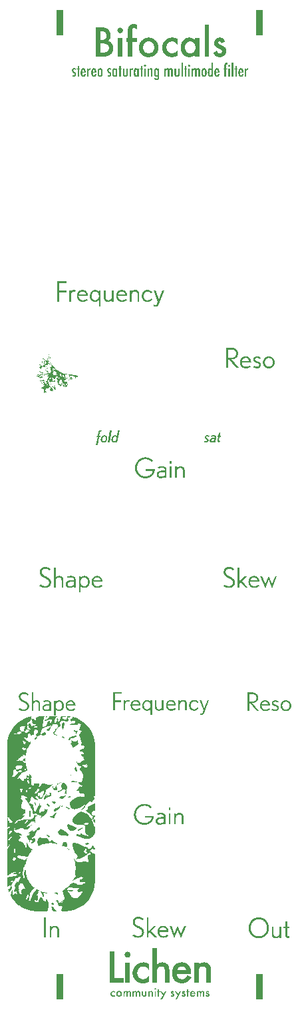
<source format=gto>
%TF.GenerationSoftware,KiCad,Pcbnew,7.0.8*%
%TF.CreationDate,2024-02-26T10:50:28-05:00*%
%TF.ProjectId,lichen-bifocals-panel,6c696368-656e-42d6-9269-666f63616c73,rev?*%
%TF.SameCoordinates,Original*%
%TF.FileFunction,Legend,Top*%
%TF.FilePolarity,Positive*%
%FSLAX46Y46*%
G04 Gerber Fmt 4.6, Leading zero omitted, Abs format (unit mm)*
G04 Created by KiCad (PCBNEW 7.0.8) date 2024-02-26 10:50:28*
%MOMM*%
%LPD*%
G01*
G04 APERTURE LIST*
G04 Aperture macros list*
%AMRoundRect*
0 Rectangle with rounded corners*
0 $1 Rounding radius*
0 $2 $3 $4 $5 $6 $7 $8 $9 X,Y pos of 4 corners*
0 Add a 4 corners polygon primitive as box body*
4,1,4,$2,$3,$4,$5,$6,$7,$8,$9,$2,$3,0*
0 Add four circle primitives for the rounded corners*
1,1,$1+$1,$2,$3*
1,1,$1+$1,$4,$5*
1,1,$1+$1,$6,$7*
1,1,$1+$1,$8,$9*
0 Add four rect primitives between the rounded corners*
20,1,$1+$1,$2,$3,$4,$5,0*
20,1,$1+$1,$4,$5,$6,$7,0*
20,1,$1+$1,$6,$7,$8,$9,0*
20,1,$1+$1,$8,$9,$2,$3,0*%
G04 Aperture macros list end*
%ADD10C,0.000000*%
%ADD11C,7.400000*%
%ADD12RoundRect,1.600000X0.400000X0.000000X-0.400000X0.000000X-0.400000X0.000000X0.400000X0.000000X0*%
%ADD13C,6.400000*%
%ADD14C,5.100000*%
%ADD15RoundRect,1.600000X-0.400000X0.000000X0.400000X0.000000X0.400000X0.000000X-0.400000X0.000000X0*%
%ADD16C,3.200000*%
G04 APERTURE END LIST*
D10*
G36*
X108963802Y-148022706D02*
G01*
X108969948Y-148023450D01*
X108975933Y-148024636D01*
X108981756Y-148026256D01*
X108987417Y-148028303D01*
X108992914Y-148030770D01*
X108998248Y-148033649D01*
X109003416Y-148036934D01*
X109008418Y-148040616D01*
X109013254Y-148044690D01*
X109017922Y-148049146D01*
X109022422Y-148053980D01*
X109026752Y-148059182D01*
X109030911Y-148064747D01*
X109034900Y-148070666D01*
X109038717Y-148076933D01*
X109042360Y-148083540D01*
X109045830Y-148090480D01*
X109049125Y-148097746D01*
X109055188Y-148113227D01*
X108950272Y-148079185D01*
X108950192Y-148080912D01*
X108950054Y-148082767D01*
X108949660Y-148086732D01*
X108948795Y-148094823D01*
X108948547Y-148098451D01*
X108948518Y-148100052D01*
X108948571Y-148101470D01*
X108948721Y-148102674D01*
X108948981Y-148103632D01*
X108949156Y-148104010D01*
X108949365Y-148104315D01*
X108949608Y-148104543D01*
X108949887Y-148104690D01*
X108953948Y-148106406D01*
X108957806Y-148108512D01*
X108961481Y-148110969D01*
X108964991Y-148113739D01*
X108968359Y-148116783D01*
X108971602Y-148120064D01*
X108977800Y-148127177D01*
X108989598Y-148142538D01*
X108995519Y-148150168D01*
X109001670Y-148157354D01*
X109004881Y-148160684D01*
X109008210Y-148163787D01*
X109011677Y-148166625D01*
X109015301Y-148169159D01*
X109019103Y-148171351D01*
X109023103Y-148173162D01*
X109027321Y-148174553D01*
X109031777Y-148175487D01*
X109036491Y-148175924D01*
X109041484Y-148175825D01*
X109046774Y-148175154D01*
X109052383Y-148173870D01*
X109058330Y-148171935D01*
X109064636Y-148169311D01*
X109071321Y-148165960D01*
X109078404Y-148161842D01*
X109078390Y-148161856D01*
X109078376Y-148161869D01*
X109078349Y-148161895D01*
X109078336Y-148161908D01*
X109078323Y-148161921D01*
X109078310Y-148161934D01*
X109078297Y-148161948D01*
X109078251Y-148161945D01*
X109204407Y-148278995D01*
X109125239Y-148272327D01*
X109105432Y-148271012D01*
X109085587Y-148270045D01*
X109065691Y-148269532D01*
X109045727Y-148269576D01*
X109045320Y-148269719D01*
X109044906Y-148270140D01*
X109044484Y-148270823D01*
X109044054Y-148271757D01*
X109043164Y-148274317D01*
X109042230Y-148277712D01*
X109040203Y-148286565D01*
X109037921Y-148297437D01*
X109035331Y-148309450D01*
X109033905Y-148315610D01*
X109032382Y-148321726D01*
X109030756Y-148327689D01*
X109029021Y-148333387D01*
X109027170Y-148338712D01*
X109025196Y-148343555D01*
X109023554Y-148347085D01*
X109021754Y-148350638D01*
X109019804Y-148354194D01*
X109017713Y-148357736D01*
X109015487Y-148361244D01*
X109013136Y-148364701D01*
X109010667Y-148368086D01*
X109008087Y-148371381D01*
X109005405Y-148374569D01*
X109002628Y-148377629D01*
X108999764Y-148380544D01*
X108996821Y-148383294D01*
X108993807Y-148385861D01*
X108990730Y-148388226D01*
X108987598Y-148390371D01*
X108984417Y-148392276D01*
X108983618Y-148392631D01*
X108982756Y-148392854D01*
X108981834Y-148392950D01*
X108980855Y-148392927D01*
X108979822Y-148392790D01*
X108978739Y-148392546D01*
X108977608Y-148392200D01*
X108976432Y-148391760D01*
X108975214Y-148391231D01*
X108973957Y-148390620D01*
X108971339Y-148389176D01*
X108968602Y-148387479D01*
X108965769Y-148385578D01*
X108962865Y-148383523D01*
X108959913Y-148381366D01*
X108953962Y-148376942D01*
X108948109Y-148372707D01*
X108945278Y-148370786D01*
X108942543Y-148369064D01*
X108964119Y-148360320D01*
X108985615Y-148351493D01*
X108939461Y-148257623D01*
X108928184Y-148234018D01*
X108917322Y-148210221D01*
X108907029Y-148186162D01*
X108897461Y-148161773D01*
X108896069Y-148158557D01*
X108894334Y-148155369D01*
X108892294Y-148152205D01*
X108889989Y-148149061D01*
X108884744Y-148142812D01*
X108878913Y-148136588D01*
X108866750Y-148124068D01*
X108861050Y-148117703D01*
X108858432Y-148114478D01*
X108856022Y-148111219D01*
X108853860Y-148107921D01*
X108851983Y-148104581D01*
X108850433Y-148101193D01*
X108849248Y-148097754D01*
X108848468Y-148094258D01*
X108848131Y-148090702D01*
X108848278Y-148087080D01*
X108848948Y-148083389D01*
X108850179Y-148079624D01*
X108852012Y-148075780D01*
X108854486Y-148071854D01*
X108857640Y-148067840D01*
X108861514Y-148063735D01*
X108866147Y-148059533D01*
X108871578Y-148055230D01*
X108877846Y-148050822D01*
X108885851Y-148045708D01*
X108893706Y-148041121D01*
X108901409Y-148037056D01*
X108908961Y-148033503D01*
X108916360Y-148030457D01*
X108923605Y-148027910D01*
X108930696Y-148025855D01*
X108937632Y-148024285D01*
X108944411Y-148023192D01*
X108951033Y-148022569D01*
X108957497Y-148022410D01*
X108963802Y-148022706D01*
G37*
G36*
X107713635Y-197072471D02*
G01*
X107716723Y-197091197D01*
X107720138Y-197109712D01*
X107723838Y-197128029D01*
X107727780Y-197146163D01*
X107722897Y-197152159D01*
X107720476Y-197155395D01*
X107718071Y-197158806D01*
X107715683Y-197162406D01*
X107713312Y-197166207D01*
X107710959Y-197170223D01*
X107708626Y-197174465D01*
X107706313Y-197178948D01*
X107704021Y-197183684D01*
X107701752Y-197188685D01*
X107699506Y-197193965D01*
X107697284Y-197199537D01*
X107695087Y-197205414D01*
X107692917Y-197211607D01*
X107690773Y-197218131D01*
X107745491Y-197211646D01*
X107755568Y-197242421D01*
X107766737Y-197271977D01*
X107779038Y-197300176D01*
X107792514Y-197326878D01*
X107807206Y-197351947D01*
X107823155Y-197375242D01*
X107831614Y-197386181D01*
X107840403Y-197396626D01*
X107849527Y-197406558D01*
X107858992Y-197415960D01*
X107868802Y-197424814D01*
X107878963Y-197433105D01*
X107889480Y-197440813D01*
X107900357Y-197447923D01*
X107911601Y-197454416D01*
X107923217Y-197460276D01*
X107935209Y-197465484D01*
X107947583Y-197470025D01*
X107960344Y-197473879D01*
X107973497Y-197477031D01*
X107987048Y-197479462D01*
X108001001Y-197481156D01*
X108015362Y-197482095D01*
X108030136Y-197482261D01*
X108045328Y-197481638D01*
X108060944Y-197480209D01*
X108067631Y-197478820D01*
X108074227Y-197476286D01*
X108080737Y-197472659D01*
X108087165Y-197467994D01*
X108093515Y-197462345D01*
X108099792Y-197455766D01*
X108112141Y-197440031D01*
X108124245Y-197421220D01*
X108136138Y-197399765D01*
X108147854Y-197376097D01*
X108159426Y-197350646D01*
X108182272Y-197296121D01*
X108204945Y-197239638D01*
X108227713Y-197184645D01*
X108239216Y-197158784D01*
X108250843Y-197134589D01*
X108264498Y-197134725D01*
X108276135Y-197137185D01*
X108285913Y-197141791D01*
X108293995Y-197148364D01*
X108300539Y-197156728D01*
X108305707Y-197166704D01*
X108309660Y-197178114D01*
X108312557Y-197190780D01*
X108314560Y-197204525D01*
X108315829Y-197219171D01*
X108316806Y-197250453D01*
X108317013Y-197315999D01*
X108318811Y-197347417D01*
X108320696Y-197362165D01*
X108323452Y-197376034D01*
X108327240Y-197388848D01*
X108332220Y-197400427D01*
X108338552Y-197410595D01*
X108346398Y-197419174D01*
X108355918Y-197425985D01*
X108367271Y-197430851D01*
X108380620Y-197433593D01*
X108396124Y-197434035D01*
X108413944Y-197431997D01*
X108434240Y-197427303D01*
X108457173Y-197419774D01*
X108482903Y-197409232D01*
X108505833Y-197398569D01*
X108527139Y-197387739D01*
X108546847Y-197376725D01*
X108564989Y-197365512D01*
X108581592Y-197354085D01*
X108596686Y-197342428D01*
X108603676Y-197336509D01*
X108610299Y-197330525D01*
X108616560Y-197324477D01*
X108622462Y-197318361D01*
X108628008Y-197312177D01*
X108633202Y-197305920D01*
X108638048Y-197299591D01*
X108642549Y-197293187D01*
X108646710Y-197286706D01*
X108650533Y-197280145D01*
X108654022Y-197273504D01*
X108657181Y-197266780D01*
X108660014Y-197259971D01*
X108662523Y-197253076D01*
X108664714Y-197246091D01*
X108666589Y-197239016D01*
X108668152Y-197231848D01*
X108669407Y-197224586D01*
X108670357Y-197217227D01*
X108671006Y-197209769D01*
X108673789Y-197210170D01*
X108676478Y-197210658D01*
X108679089Y-197211217D01*
X108681637Y-197211833D01*
X108686615Y-197213176D01*
X108691543Y-197214563D01*
X108696555Y-197215873D01*
X108699133Y-197216462D01*
X108701781Y-197216986D01*
X108704516Y-197217430D01*
X108707354Y-197217779D01*
X108710312Y-197218018D01*
X108713406Y-197218131D01*
X108667721Y-197147865D01*
X108663078Y-197130911D01*
X108657434Y-197113504D01*
X108654212Y-197104613D01*
X108650711Y-197095588D01*
X108646919Y-197086421D01*
X108642829Y-197077107D01*
X108638429Y-197067637D01*
X108633711Y-197058005D01*
X108628663Y-197048204D01*
X108623278Y-197038228D01*
X108617543Y-197028068D01*
X108611451Y-197017718D01*
X108598153Y-196996421D01*
X109293618Y-197090545D01*
X109283841Y-197097355D01*
X109274111Y-197104509D01*
X109254738Y-197119496D01*
X109235403Y-197134805D01*
X109216006Y-197149733D01*
X109206255Y-197156834D01*
X109196451Y-197163577D01*
X109186583Y-197169874D01*
X109176640Y-197175636D01*
X109166607Y-197180777D01*
X109156474Y-197185208D01*
X109146228Y-197188841D01*
X109141059Y-197190331D01*
X109135857Y-197191589D01*
X109131067Y-197192430D01*
X109126222Y-197192913D01*
X109121328Y-197193060D01*
X109116387Y-197192896D01*
X109111402Y-197192445D01*
X109106377Y-197191729D01*
X109096220Y-197189598D01*
X109085944Y-197186692D01*
X109075574Y-197183200D01*
X109054665Y-197175214D01*
X109033709Y-197167147D01*
X109023282Y-197163554D01*
X109012924Y-197160507D01*
X109002663Y-197158194D01*
X108997577Y-197157372D01*
X108992525Y-197156804D01*
X108987511Y-197156514D01*
X108982538Y-197156525D01*
X108977610Y-197156861D01*
X108972729Y-197157546D01*
X108936463Y-197165973D01*
X108903164Y-197177586D01*
X108872625Y-197192184D01*
X108844639Y-197209568D01*
X108819002Y-197229538D01*
X108795505Y-197251893D01*
X108773943Y-197276433D01*
X108754109Y-197302959D01*
X108735796Y-197331270D01*
X108718799Y-197361166D01*
X108687924Y-197424913D01*
X108659831Y-197492598D01*
X108632870Y-197562621D01*
X108605388Y-197633382D01*
X108575734Y-197703278D01*
X108542256Y-197770710D01*
X108523567Y-197803002D01*
X108503303Y-197834077D01*
X108481256Y-197863735D01*
X108457222Y-197891776D01*
X108430992Y-197918001D01*
X108402362Y-197942209D01*
X108371123Y-197964200D01*
X108337071Y-197983774D01*
X108299998Y-198000730D01*
X108259697Y-198014869D01*
X108214897Y-198031626D01*
X108173622Y-198053500D01*
X108135595Y-198080121D01*
X108100540Y-198111119D01*
X108068178Y-198146126D01*
X108038233Y-198184770D01*
X108010427Y-198226683D01*
X107984483Y-198271495D01*
X107937071Y-198368337D01*
X107893780Y-198472338D01*
X107810683Y-198689991D01*
X107766441Y-198797729D01*
X107717446Y-198900797D01*
X107690472Y-198949656D01*
X107661479Y-198996239D01*
X107630188Y-199040176D01*
X107596322Y-199081097D01*
X107559604Y-199118634D01*
X107519756Y-199152415D01*
X107476502Y-199182072D01*
X107429564Y-199207235D01*
X107378664Y-199227535D01*
X107323526Y-199242601D01*
X107263872Y-199252063D01*
X107199425Y-199255553D01*
X107210720Y-199300612D01*
X107222342Y-199339862D01*
X107234274Y-199373601D01*
X107246499Y-199402125D01*
X107259001Y-199425731D01*
X107271763Y-199444718D01*
X107284769Y-199459381D01*
X107298002Y-199470019D01*
X107311445Y-199476928D01*
X107325082Y-199480406D01*
X107338895Y-199480749D01*
X107352870Y-199478255D01*
X107366988Y-199473221D01*
X107381233Y-199465944D01*
X107395588Y-199456722D01*
X107410038Y-199445851D01*
X107439152Y-199420351D01*
X107468443Y-199391824D01*
X107497776Y-199362646D01*
X107527020Y-199335195D01*
X107556041Y-199311847D01*
X107570426Y-199302455D01*
X107584705Y-199294980D01*
X107598863Y-199289720D01*
X107612881Y-199286971D01*
X107626744Y-199287032D01*
X107640435Y-199290198D01*
X107690621Y-199307665D01*
X107740801Y-199324698D01*
X107841168Y-199358321D01*
X107135861Y-199839194D01*
X107098851Y-199265968D01*
X107098835Y-199265800D01*
X107084804Y-199254767D01*
X107069636Y-199243744D01*
X107053611Y-199232730D01*
X107037013Y-199221721D01*
X107003222Y-199199711D01*
X106986593Y-199188704D01*
X106970518Y-199177694D01*
X106955278Y-199166676D01*
X106941155Y-199155650D01*
X106928432Y-199144612D01*
X106922684Y-199139088D01*
X106917390Y-199133560D01*
X106912588Y-199128028D01*
X106908312Y-199122492D01*
X106904596Y-199116951D01*
X106901478Y-199111405D01*
X106898991Y-199105853D01*
X106897171Y-199100296D01*
X106896053Y-199094733D01*
X106895672Y-199089164D01*
X106895892Y-199034912D01*
X106897299Y-198976108D01*
X106898525Y-198945651D01*
X106900141Y-198914838D01*
X106902178Y-198883929D01*
X106904667Y-198853187D01*
X107054528Y-198571281D01*
X107067145Y-198569547D01*
X107078901Y-198568999D01*
X107089824Y-198569594D01*
X107099943Y-198571287D01*
X107109287Y-198574035D01*
X107117884Y-198577792D01*
X107125764Y-198582514D01*
X107132953Y-198588159D01*
X107139482Y-198594681D01*
X107145378Y-198602036D01*
X107150671Y-198610181D01*
X107155389Y-198619071D01*
X107159561Y-198628662D01*
X107163215Y-198638910D01*
X107169084Y-198661200D01*
X107173227Y-198685588D01*
X107175871Y-198711721D01*
X107177246Y-198739246D01*
X107177580Y-198767810D01*
X107176046Y-198826644D01*
X107173100Y-198885398D01*
X107173501Y-198886405D01*
X107174771Y-198887480D01*
X107179749Y-198889821D01*
X107187700Y-198892393D01*
X107198291Y-198895172D01*
X107226059Y-198901242D01*
X107260386Y-198907821D01*
X107338052Y-198921666D01*
X107409954Y-198935027D01*
X107406039Y-198908113D01*
X107403228Y-198881919D01*
X107401488Y-198856424D01*
X107400785Y-198831605D01*
X107401087Y-198807443D01*
X107402361Y-198783914D01*
X107404574Y-198760999D01*
X107407693Y-198738675D01*
X107411686Y-198716921D01*
X107416518Y-198695716D01*
X107422158Y-198675037D01*
X107428572Y-198654865D01*
X107435727Y-198635177D01*
X107443591Y-198615952D01*
X107452130Y-198597168D01*
X107461311Y-198578804D01*
X107471102Y-198560839D01*
X107481470Y-198543251D01*
X107503804Y-198509121D01*
X107528049Y-198476242D01*
X107553941Y-198444444D01*
X107581218Y-198413554D01*
X107609615Y-198383401D01*
X107638869Y-198353815D01*
X107668717Y-198324622D01*
X107673015Y-198322376D01*
X107677179Y-198319963D01*
X107681214Y-198317390D01*
X107685124Y-198314660D01*
X107688911Y-198311779D01*
X107692581Y-198308752D01*
X107696137Y-198305584D01*
X107699582Y-198302281D01*
X107702922Y-198298846D01*
X107706159Y-198295286D01*
X107709297Y-198291605D01*
X107712340Y-198287808D01*
X107715293Y-198283901D01*
X107718159Y-198279889D01*
X107720941Y-198275776D01*
X107723645Y-198271568D01*
X107785365Y-198211407D01*
X107815268Y-198180719D01*
X107844148Y-198149374D01*
X107871713Y-198117184D01*
X107897674Y-198083960D01*
X107921742Y-198049514D01*
X107943625Y-198013658D01*
X107963036Y-197976202D01*
X107979683Y-197936959D01*
X107986879Y-197916608D01*
X107993276Y-197895739D01*
X107998838Y-197874330D01*
X108003527Y-197852355D01*
X108007308Y-197829793D01*
X108010145Y-197806618D01*
X108012001Y-197782808D01*
X108012840Y-197758340D01*
X108012626Y-197733188D01*
X108011323Y-197707331D01*
X108008894Y-197680744D01*
X108005303Y-197653403D01*
X108004949Y-197651726D01*
X108004353Y-197650047D01*
X108003524Y-197648372D01*
X108002475Y-197646702D01*
X108001216Y-197645041D01*
X107999760Y-197643391D01*
X107996302Y-197640140D01*
X107992190Y-197636974D01*
X107987517Y-197633916D01*
X107982374Y-197630992D01*
X107976854Y-197628225D01*
X107971048Y-197625642D01*
X107965047Y-197623266D01*
X107958943Y-197621121D01*
X107952829Y-197619233D01*
X107946794Y-197617626D01*
X107940933Y-197616325D01*
X107935335Y-197615354D01*
X107930092Y-197614738D01*
X107910809Y-197613032D01*
X107889824Y-197611010D01*
X107868072Y-197609106D01*
X107857199Y-197608335D01*
X107846486Y-197607757D01*
X107885640Y-197563346D01*
X107882235Y-197565369D01*
X107878924Y-197567507D01*
X107875703Y-197569757D01*
X107872570Y-197572114D01*
X107869521Y-197574574D01*
X107866554Y-197577135D01*
X107863664Y-197579791D01*
X107860850Y-197582539D01*
X107858107Y-197585375D01*
X107855433Y-197588295D01*
X107852825Y-197591296D01*
X107850279Y-197594373D01*
X107847793Y-197597522D01*
X107845363Y-197600741D01*
X107842987Y-197604024D01*
X107840660Y-197607368D01*
X107834913Y-197607250D01*
X107829298Y-197607236D01*
X107823838Y-197607336D01*
X107818554Y-197607561D01*
X107813468Y-197607922D01*
X107808602Y-197608430D01*
X107803976Y-197609096D01*
X107799612Y-197609930D01*
X107795533Y-197610944D01*
X107793606Y-197611522D01*
X107791759Y-197612148D01*
X107789993Y-197612825D01*
X107788312Y-197613553D01*
X107786718Y-197614335D01*
X107785214Y-197615171D01*
X107783802Y-197616062D01*
X107782486Y-197617011D01*
X107781267Y-197618018D01*
X107780149Y-197619085D01*
X107779135Y-197620213D01*
X107778226Y-197621403D01*
X107777426Y-197622657D01*
X107776738Y-197623977D01*
X107769808Y-197639005D01*
X107763089Y-197654169D01*
X107750083Y-197684775D01*
X107737317Y-197715534D01*
X107724385Y-197746185D01*
X107522740Y-197974815D01*
X107488587Y-197490028D01*
X107476291Y-197505146D01*
X107464147Y-197520774D01*
X107452122Y-197536811D01*
X107440188Y-197553153D01*
X107392739Y-197619529D01*
X107386880Y-197613069D01*
X107380300Y-197606965D01*
X107372984Y-197601225D01*
X107364914Y-197595856D01*
X107356075Y-197590867D01*
X107346449Y-197586266D01*
X107336021Y-197582061D01*
X107324774Y-197578260D01*
X107312692Y-197574871D01*
X107299759Y-197571902D01*
X107285958Y-197569362D01*
X107271273Y-197567258D01*
X107255688Y-197565599D01*
X107239186Y-197564392D01*
X107221750Y-197563646D01*
X107203366Y-197563369D01*
X107267926Y-197746947D01*
X107266494Y-197747858D01*
X107265079Y-197748823D01*
X107263677Y-197749832D01*
X107262286Y-197750876D01*
X107256771Y-197755201D01*
X107254000Y-197757313D01*
X107252601Y-197758323D01*
X107251189Y-197759288D01*
X107249761Y-197760198D01*
X107248314Y-197761044D01*
X107246845Y-197761816D01*
X107245350Y-197762504D01*
X107238468Y-197765016D01*
X107231381Y-197766841D01*
X107224098Y-197768011D01*
X107216630Y-197768558D01*
X107208986Y-197768515D01*
X107201176Y-197767914D01*
X107193209Y-197766788D01*
X107185095Y-197765170D01*
X107168465Y-197760586D01*
X107151363Y-197754422D01*
X107133867Y-197746939D01*
X107116053Y-197738398D01*
X107079781Y-197719180D01*
X107043167Y-197698853D01*
X107006828Y-197679498D01*
X106988955Y-197670837D01*
X106971383Y-197663200D01*
X107320069Y-197184020D01*
X107352032Y-197258033D01*
X107398213Y-197390716D01*
X107398621Y-197389844D01*
X107399002Y-197388985D01*
X107399695Y-197387296D01*
X107400322Y-197385635D01*
X107400913Y-197383989D01*
X107402103Y-197380688D01*
X107402762Y-197379004D01*
X107403121Y-197378148D01*
X107403504Y-197377280D01*
X107428025Y-197434035D01*
X107550618Y-196864547D01*
X107713635Y-197072471D01*
G37*
G36*
X113840681Y-108743095D02*
G01*
X113851991Y-108743639D01*
X113863260Y-108744547D01*
X113874488Y-108745818D01*
X113885676Y-108747452D01*
X113896823Y-108749449D01*
X113907930Y-108751809D01*
X113918997Y-108754533D01*
X113930023Y-108757620D01*
X113941008Y-108761071D01*
X113951953Y-108764885D01*
X113962858Y-108769063D01*
X113973723Y-108773604D01*
X113984546Y-108778509D01*
X113995330Y-108783777D01*
X114006073Y-108789410D01*
X114006031Y-108789408D01*
X114006031Y-108974405D01*
X113996961Y-108967895D01*
X113987833Y-108961806D01*
X113978648Y-108956137D01*
X113969407Y-108950889D01*
X113960108Y-108946062D01*
X113950753Y-108941654D01*
X113941341Y-108937667D01*
X113931873Y-108934100D01*
X113922348Y-108930953D01*
X113912766Y-108928226D01*
X113903128Y-108925919D01*
X113893433Y-108924032D01*
X113883682Y-108922564D01*
X113873875Y-108921516D01*
X113864012Y-108920887D01*
X113854092Y-108920677D01*
X113850748Y-108920714D01*
X113847436Y-108920823D01*
X113844156Y-108921005D01*
X113840909Y-108921259D01*
X113837694Y-108921587D01*
X113834512Y-108921987D01*
X113831363Y-108922460D01*
X113828246Y-108923006D01*
X113825161Y-108923624D01*
X113822110Y-108924315D01*
X113819091Y-108925079D01*
X113816106Y-108925916D01*
X113813153Y-108926825D01*
X113810233Y-108927807D01*
X113807347Y-108928862D01*
X113804493Y-108929990D01*
X113801676Y-108931180D01*
X113798898Y-108932423D01*
X113796161Y-108933717D01*
X113793467Y-108935064D01*
X113790816Y-108936463D01*
X113788210Y-108937915D01*
X113785650Y-108939419D01*
X113783137Y-108940975D01*
X113780673Y-108942584D01*
X113778258Y-108944245D01*
X113775893Y-108945959D01*
X113773581Y-108947726D01*
X113771322Y-108949545D01*
X113769116Y-108951417D01*
X113766967Y-108953342D01*
X113764874Y-108955320D01*
X113762710Y-108957348D01*
X113760610Y-108959424D01*
X113758575Y-108961549D01*
X113756605Y-108963721D01*
X113754699Y-108965942D01*
X113752858Y-108968210D01*
X113751081Y-108970527D01*
X113749369Y-108972893D01*
X113747721Y-108975307D01*
X113746138Y-108977769D01*
X113744619Y-108980279D01*
X113743165Y-108982838D01*
X113741775Y-108985446D01*
X113740449Y-108988102D01*
X113739188Y-108990807D01*
X113737992Y-108993561D01*
X113736745Y-108996349D01*
X113735587Y-108999157D01*
X113734515Y-109001985D01*
X113733528Y-109004833D01*
X113732626Y-109007701D01*
X113731808Y-109010589D01*
X113731072Y-109013497D01*
X113730418Y-109016425D01*
X113729844Y-109019374D01*
X113729350Y-109022343D01*
X113728935Y-109025332D01*
X113728598Y-109028342D01*
X113728337Y-109031372D01*
X113728152Y-109034423D01*
X113728041Y-109037495D01*
X113728005Y-109040587D01*
X113728140Y-109045394D01*
X113728546Y-109050258D01*
X113729222Y-109055179D01*
X113730169Y-109060156D01*
X113731387Y-109065190D01*
X113732875Y-109070280D01*
X113734634Y-109075427D01*
X113736663Y-109080631D01*
X113741533Y-109091208D01*
X113747485Y-109102011D01*
X113754519Y-109113041D01*
X113762635Y-109124297D01*
X113771833Y-109135778D01*
X113782113Y-109147486D01*
X113793474Y-109159420D01*
X113805917Y-109171580D01*
X113819442Y-109183966D01*
X113834048Y-109196578D01*
X113849736Y-109209416D01*
X113866505Y-109222479D01*
X113880170Y-109233231D01*
X113893254Y-109243791D01*
X113905756Y-109254158D01*
X113917676Y-109264332D01*
X113929014Y-109274312D01*
X113939770Y-109284099D01*
X113949943Y-109293691D01*
X113959534Y-109303089D01*
X113968559Y-109312325D01*
X113977035Y-109321432D01*
X113984962Y-109330409D01*
X113992340Y-109339258D01*
X113999169Y-109347977D01*
X114005450Y-109356568D01*
X114011182Y-109365029D01*
X114013842Y-109369212D01*
X114016365Y-109373362D01*
X114021248Y-109381631D01*
X114025816Y-109390168D01*
X114030069Y-109398971D01*
X114034007Y-109408041D01*
X114037630Y-109417378D01*
X114040938Y-109426982D01*
X114043931Y-109436853D01*
X114046609Y-109446991D01*
X114048972Y-109457395D01*
X114051020Y-109468066D01*
X114052752Y-109479003D01*
X114054170Y-109490207D01*
X114055273Y-109501677D01*
X114056060Y-109513413D01*
X114056533Y-109525416D01*
X114056691Y-109537686D01*
X114056364Y-109555422D01*
X114055382Y-109572715D01*
X114053747Y-109589563D01*
X114051458Y-109605967D01*
X114048515Y-109621927D01*
X114044917Y-109637443D01*
X114040666Y-109652515D01*
X114035760Y-109667142D01*
X114030201Y-109681325D01*
X114023987Y-109695063D01*
X114017120Y-109708356D01*
X114009599Y-109721206D01*
X114001423Y-109733610D01*
X113992594Y-109745570D01*
X113983110Y-109757085D01*
X113972973Y-109768155D01*
X113962419Y-109778543D01*
X113951420Y-109788260D01*
X113939976Y-109797308D01*
X113928088Y-109805686D01*
X113915755Y-109813394D01*
X113902977Y-109820432D01*
X113889755Y-109826800D01*
X113876089Y-109832497D01*
X113861977Y-109837525D01*
X113847422Y-109841883D01*
X113832422Y-109845570D01*
X113816978Y-109848587D01*
X113801090Y-109850933D01*
X113784757Y-109852610D01*
X113767980Y-109853615D01*
X113750760Y-109853951D01*
X113740029Y-109853753D01*
X113729283Y-109853159D01*
X113718520Y-109852169D01*
X113707740Y-109850783D01*
X113696944Y-109849001D01*
X113686131Y-109846824D01*
X113675302Y-109844251D01*
X113664457Y-109841282D01*
X113653596Y-109837917D01*
X113642719Y-109834157D01*
X113631826Y-109830001D01*
X113620916Y-109825450D01*
X113609991Y-109820504D01*
X113599051Y-109815162D01*
X113588094Y-109809424D01*
X113577122Y-109803291D01*
X113577122Y-109612086D01*
X113587807Y-109619846D01*
X113598420Y-109627105D01*
X113608960Y-109633862D01*
X113619428Y-109640119D01*
X113629823Y-109645875D01*
X113640146Y-109651131D01*
X113650396Y-109655885D01*
X113660574Y-109660139D01*
X113670680Y-109663892D01*
X113680714Y-109667144D01*
X113690675Y-109669897D01*
X113700565Y-109672148D01*
X113710382Y-109673899D01*
X113720128Y-109675150D01*
X113729801Y-109675900D01*
X113739403Y-109676150D01*
X113755801Y-109675630D01*
X113763602Y-109674978D01*
X113771140Y-109674067D01*
X113778412Y-109672895D01*
X113785421Y-109671463D01*
X113792164Y-109669770D01*
X113798643Y-109667817D01*
X113804858Y-109665603D01*
X113810808Y-109663129D01*
X113816494Y-109660395D01*
X113821915Y-109657400D01*
X113827071Y-109654145D01*
X113831963Y-109650630D01*
X113836591Y-109646854D01*
X113840954Y-109642818D01*
X113845052Y-109638521D01*
X113848886Y-109633964D01*
X113852456Y-109629147D01*
X113855761Y-109624069D01*
X113858802Y-109618732D01*
X113861578Y-109613134D01*
X113864090Y-109607275D01*
X113866338Y-109601156D01*
X113868321Y-109594777D01*
X113870039Y-109588138D01*
X113871493Y-109581238D01*
X113872683Y-109574078D01*
X113873608Y-109566658D01*
X113874269Y-109558978D01*
X113874666Y-109551037D01*
X113874798Y-109542836D01*
X113874701Y-109536685D01*
X113874411Y-109530639D01*
X113873927Y-109524699D01*
X113873250Y-109518864D01*
X113872379Y-109513135D01*
X113871314Y-109507511D01*
X113870055Y-109501992D01*
X113868603Y-109496578D01*
X113866956Y-109491270D01*
X113865116Y-109486066D01*
X113863082Y-109480967D01*
X113860853Y-109475973D01*
X113858431Y-109471083D01*
X113855814Y-109466298D01*
X113853004Y-109461617D01*
X113849999Y-109457041D01*
X113848524Y-109454823D01*
X113846945Y-109452560D01*
X113845261Y-109450252D01*
X113843472Y-109447900D01*
X113841578Y-109445504D01*
X113839580Y-109443063D01*
X113835268Y-109438048D01*
X113830539Y-109432857D01*
X113825391Y-109427489D01*
X113819826Y-109421944D01*
X113813843Y-109416225D01*
X113807472Y-109410326D01*
X113800740Y-109404247D01*
X113793650Y-109397989D01*
X113786202Y-109391552D01*
X113778397Y-109384939D01*
X113770236Y-109378150D01*
X113761720Y-109371186D01*
X113752850Y-109364049D01*
X113722848Y-109340245D01*
X113695363Y-109317410D01*
X113670395Y-109295544D01*
X113647946Y-109274646D01*
X113628016Y-109254718D01*
X113618995Y-109245118D01*
X113610604Y-109235759D01*
X113602843Y-109226643D01*
X113595712Y-109217769D01*
X113589211Y-109209137D01*
X113583340Y-109200748D01*
X113578085Y-109192112D01*
X113573169Y-109183259D01*
X113568593Y-109174187D01*
X113564355Y-109164897D01*
X113560456Y-109155389D01*
X113556897Y-109145663D01*
X113553676Y-109135719D01*
X113550795Y-109125557D01*
X113548253Y-109115178D01*
X113546049Y-109104580D01*
X113544185Y-109093765D01*
X113542660Y-109082732D01*
X113541473Y-109071482D01*
X113540626Y-109060014D01*
X113540117Y-109048328D01*
X113539948Y-109036425D01*
X113540259Y-109020460D01*
X113541191Y-109004858D01*
X113542746Y-108989619D01*
X113544922Y-108974743D01*
X113547720Y-108960231D01*
X113551139Y-108946081D01*
X113555181Y-108932294D01*
X113559844Y-108918870D01*
X113565129Y-108905809D01*
X113571036Y-108893111D01*
X113577564Y-108880776D01*
X113584715Y-108868804D01*
X113592487Y-108857195D01*
X113600881Y-108845949D01*
X113609896Y-108835066D01*
X113619534Y-108824546D01*
X113629798Y-108814659D01*
X113640442Y-108805410D01*
X113651466Y-108796799D01*
X113662871Y-108788827D01*
X113674655Y-108781492D01*
X113686820Y-108774796D01*
X113699364Y-108768737D01*
X113712287Y-108763317D01*
X113725591Y-108758534D01*
X113739273Y-108754390D01*
X113753335Y-108750883D01*
X113767776Y-108748014D01*
X113782597Y-108745782D01*
X113797796Y-108744188D01*
X113813374Y-108743232D01*
X113829331Y-108742913D01*
X113840681Y-108743095D01*
G37*
G36*
X110025528Y-144242973D02*
G01*
X110061774Y-144216845D01*
X110098099Y-144190795D01*
X110025528Y-144242973D01*
G37*
G36*
X134521893Y-174262595D02*
G01*
X134909459Y-173314147D01*
X135153012Y-173314147D01*
X134532230Y-174816134D01*
X134095066Y-173779571D01*
X133654446Y-174816207D01*
X133030522Y-173314155D01*
X133277188Y-173314155D01*
X133671978Y-174269828D01*
X134095028Y-173296584D01*
X134521893Y-174262595D01*
G37*
G36*
X127130918Y-155400048D02*
G01*
X127173319Y-155403329D01*
X127212254Y-155408883D01*
X127230423Y-155412535D01*
X127247726Y-155416782D01*
X127264165Y-155421633D01*
X127279739Y-155427097D01*
X127294449Y-155433183D01*
X127308296Y-155439899D01*
X127321279Y-155447256D01*
X127333399Y-155455260D01*
X127344656Y-155463923D01*
X127355051Y-155473251D01*
X127364585Y-155483255D01*
X127373257Y-155493943D01*
X127381068Y-155505323D01*
X127388018Y-155517406D01*
X127394108Y-155530200D01*
X127399337Y-155543713D01*
X127403708Y-155557955D01*
X127407219Y-155572934D01*
X127409871Y-155588660D01*
X127411665Y-155605141D01*
X127412601Y-155622386D01*
X127412679Y-155640404D01*
X127411900Y-155659204D01*
X127410264Y-155678795D01*
X127407772Y-155699186D01*
X127404423Y-155720386D01*
X127300740Y-156304340D01*
X127300671Y-156304336D01*
X127108441Y-156304336D01*
X127125332Y-156204784D01*
X127110765Y-156218397D01*
X127095631Y-156231428D01*
X127079962Y-156243836D01*
X127063788Y-156255579D01*
X127047142Y-156266618D01*
X127030055Y-156276911D01*
X127012558Y-156286417D01*
X126994683Y-156295096D01*
X126976460Y-156302907D01*
X126957921Y-156309809D01*
X126939098Y-156315761D01*
X126920021Y-156320722D01*
X126900722Y-156324652D01*
X126881233Y-156327510D01*
X126861585Y-156329254D01*
X126841809Y-156329845D01*
X126826356Y-156329566D01*
X126811327Y-156328737D01*
X126796727Y-156327366D01*
X126782560Y-156325460D01*
X126768831Y-156323028D01*
X126755542Y-156320078D01*
X126742700Y-156316618D01*
X126730308Y-156312657D01*
X126718371Y-156308204D01*
X126706893Y-156303265D01*
X126695878Y-156297850D01*
X126685331Y-156291967D01*
X126675256Y-156285623D01*
X126665657Y-156278828D01*
X126656539Y-156271589D01*
X126647907Y-156263916D01*
X126639763Y-156255815D01*
X126632114Y-156247296D01*
X126624963Y-156238366D01*
X126618314Y-156229034D01*
X126612172Y-156219308D01*
X126606542Y-156209196D01*
X126601427Y-156198707D01*
X126596832Y-156187849D01*
X126592761Y-156176630D01*
X126589219Y-156165059D01*
X126586210Y-156153143D01*
X126583738Y-156140891D01*
X126581808Y-156128311D01*
X126580424Y-156115411D01*
X126579591Y-156102201D01*
X126579312Y-156088687D01*
X126580035Y-156065449D01*
X126581072Y-156054534D01*
X126775952Y-156054534D01*
X126776112Y-156062306D01*
X126776585Y-156069737D01*
X126777361Y-156076833D01*
X126778431Y-156083601D01*
X126779785Y-156090046D01*
X126781414Y-156096175D01*
X126783307Y-156101994D01*
X126785455Y-156107509D01*
X126787849Y-156112726D01*
X126790477Y-156117652D01*
X126793332Y-156122293D01*
X126796403Y-156126654D01*
X126799680Y-156130743D01*
X126803154Y-156134564D01*
X126806816Y-156138125D01*
X126810654Y-156141432D01*
X126814660Y-156144490D01*
X126818824Y-156147307D01*
X126823136Y-156149887D01*
X126827587Y-156152238D01*
X126832167Y-156154365D01*
X126836866Y-156156274D01*
X126841674Y-156157973D01*
X126846582Y-156159466D01*
X126856658Y-156161863D01*
X126867017Y-156163514D01*
X126877581Y-156164468D01*
X126888272Y-156164775D01*
X126897453Y-156164518D01*
X126906768Y-156163760D01*
X126925725Y-156160823D01*
X126945000Y-156156124D01*
X126964448Y-156149825D01*
X126983927Y-156142086D01*
X127003291Y-156133070D01*
X127022399Y-156122936D01*
X127041105Y-156111846D01*
X127059266Y-156099961D01*
X127076738Y-156087442D01*
X127093378Y-156074451D01*
X127109042Y-156061147D01*
X127123586Y-156047693D01*
X127136867Y-156034249D01*
X127148740Y-156020977D01*
X127159062Y-156008037D01*
X127184567Y-155868514D01*
X127036404Y-155868514D01*
X127014289Y-155869328D01*
X126991780Y-155871745D01*
X126969127Y-155875732D01*
X126946582Y-155881253D01*
X126924397Y-155888274D01*
X126902822Y-155896760D01*
X126882109Y-155906675D01*
X126862510Y-155917987D01*
X126844275Y-155930658D01*
X126835748Y-155937493D01*
X126827657Y-155944656D01*
X126820032Y-155952141D01*
X126812905Y-155959944D01*
X126806308Y-155968062D01*
X126800272Y-155976489D01*
X126794829Y-155985221D01*
X126790009Y-155994255D01*
X126785845Y-156003585D01*
X126782367Y-156013208D01*
X126779607Y-156023118D01*
X126777597Y-156033312D01*
X126776368Y-156043786D01*
X126775952Y-156054534D01*
X126581072Y-156054534D01*
X126582172Y-156042955D01*
X126585674Y-156021206D01*
X126590490Y-156000200D01*
X126596571Y-155979937D01*
X126603867Y-155960417D01*
X126612329Y-155941639D01*
X126621906Y-155923603D01*
X126632550Y-155906309D01*
X126644211Y-155889755D01*
X126656839Y-155873942D01*
X126670384Y-155858869D01*
X126684797Y-155844535D01*
X126700028Y-155830941D01*
X126716028Y-155818086D01*
X126732747Y-155805968D01*
X126750134Y-155794589D01*
X126768141Y-155783947D01*
X126786719Y-155774042D01*
X126805816Y-155764873D01*
X126825384Y-155756441D01*
X126845373Y-155748744D01*
X126865734Y-155741782D01*
X126886416Y-155735555D01*
X126907370Y-155730062D01*
X126928547Y-155725303D01*
X126971370Y-155717985D01*
X127014486Y-155713597D01*
X127057499Y-155712135D01*
X127214238Y-155712135D01*
X127217254Y-155693018D01*
X127219143Y-155675314D01*
X127219817Y-155658997D01*
X127219672Y-155651352D01*
X127219191Y-155644044D01*
X127218363Y-155637071D01*
X127217178Y-155630429D01*
X127215625Y-155624115D01*
X127213692Y-155618127D01*
X127211370Y-155612462D01*
X127208647Y-155607115D01*
X127205513Y-155602084D01*
X127201956Y-155597366D01*
X127197967Y-155592959D01*
X127193534Y-155588858D01*
X127188646Y-155585060D01*
X127183293Y-155581563D01*
X127177464Y-155578364D01*
X127171148Y-155575459D01*
X127164334Y-155572846D01*
X127157012Y-155570520D01*
X127149171Y-155568480D01*
X127140800Y-155566722D01*
X127131888Y-155565243D01*
X127122424Y-155564040D01*
X127112398Y-155563109D01*
X127101799Y-155562448D01*
X127078839Y-155561923D01*
X127038561Y-155562626D01*
X127000256Y-155564766D01*
X126981775Y-155566391D01*
X126963704Y-155568392D01*
X126946015Y-155570778D01*
X126928681Y-155573553D01*
X126911673Y-155576723D01*
X126894965Y-155580295D01*
X126878528Y-155584275D01*
X126862335Y-155588669D01*
X126846358Y-155593482D01*
X126830568Y-155598721D01*
X126814939Y-155604391D01*
X126799443Y-155610500D01*
X126757069Y-155466495D01*
X126774669Y-155457731D01*
X126793275Y-155449647D01*
X126812754Y-155442225D01*
X126832974Y-155435451D01*
X126853801Y-155429309D01*
X126875103Y-155423783D01*
X126896748Y-155418857D01*
X126918601Y-155414517D01*
X126940532Y-155410745D01*
X126962407Y-155407528D01*
X126984093Y-155404848D01*
X127005458Y-155402690D01*
X127046692Y-155399880D01*
X127085049Y-155398971D01*
X127130918Y-155400048D01*
G37*
G36*
X105523120Y-145997004D02*
G01*
X105522153Y-145994155D01*
X105520139Y-145991143D01*
X105517493Y-145988924D01*
X105514280Y-145987421D01*
X105510563Y-145986555D01*
X105506404Y-145986249D01*
X105501869Y-145986426D01*
X105497020Y-145987008D01*
X105486637Y-145989074D01*
X105464909Y-145994647D01*
X105454582Y-145996910D01*
X105449775Y-145997638D01*
X105445291Y-145997995D01*
X105441193Y-145997902D01*
X105437545Y-145997282D01*
X105434411Y-145996056D01*
X105431854Y-145994148D01*
X105429937Y-145991480D01*
X105428725Y-145987973D01*
X105428281Y-145983551D01*
X105428669Y-145978135D01*
X105429952Y-145971648D01*
X105432194Y-145964012D01*
X105435458Y-145955150D01*
X105439808Y-145944984D01*
X105440494Y-145943836D01*
X105441444Y-145942786D01*
X105442645Y-145941827D01*
X105444086Y-145940957D01*
X105445754Y-145940169D01*
X105447635Y-145939459D01*
X105451988Y-145938257D01*
X105457045Y-145937311D01*
X105462703Y-145936586D01*
X105468862Y-145936044D01*
X105475420Y-145935647D01*
X105489327Y-145935143D01*
X105503614Y-145934777D01*
X105517470Y-145934251D01*
X105523982Y-145933836D01*
X105530083Y-145933269D01*
X105523120Y-145997004D01*
G37*
G36*
X106348393Y-147503062D02*
G01*
X106302597Y-147457271D01*
X106372944Y-147346324D01*
X106348393Y-147503062D01*
G37*
G36*
X108986660Y-173273903D02*
G01*
X109053909Y-173279196D01*
X109116585Y-173287979D01*
X109174678Y-173300221D01*
X109228180Y-173315890D01*
X109253206Y-173325001D01*
X109277080Y-173334956D01*
X109299801Y-173345753D01*
X109321368Y-173357387D01*
X109341781Y-173369854D01*
X109361036Y-173383151D01*
X109379134Y-173397274D01*
X109396073Y-173412218D01*
X109411852Y-173427980D01*
X109426470Y-173444556D01*
X109439926Y-173461941D01*
X109452217Y-173480133D01*
X109463344Y-173499127D01*
X109473304Y-173518919D01*
X109482098Y-173539505D01*
X109489723Y-173560882D01*
X109496178Y-173583045D01*
X109501462Y-173605990D01*
X109505574Y-173629715D01*
X109508512Y-173654214D01*
X109510276Y-173679483D01*
X109510865Y-173705520D01*
X109510865Y-174752845D01*
X109281773Y-174752845D01*
X109281773Y-174615371D01*
X109257483Y-174634820D01*
X109232295Y-174653465D01*
X109206212Y-174671243D01*
X109179242Y-174688092D01*
X109151387Y-174703950D01*
X109122654Y-174718755D01*
X109093047Y-174732445D01*
X109062571Y-174744957D01*
X109031232Y-174756230D01*
X108999034Y-174766201D01*
X108965982Y-174774809D01*
X108932082Y-174781991D01*
X108897338Y-174787685D01*
X108861755Y-174791829D01*
X108825339Y-174794361D01*
X108788094Y-174795219D01*
X108758367Y-174794673D01*
X108729337Y-174793050D01*
X108701019Y-174790365D01*
X108673430Y-174786636D01*
X108646586Y-174781882D01*
X108620504Y-174776119D01*
X108595199Y-174769365D01*
X108570687Y-174761638D01*
X108546986Y-174752955D01*
X108524111Y-174743334D01*
X108502078Y-174732792D01*
X108480904Y-174721347D01*
X108460605Y-174709016D01*
X108441197Y-174695817D01*
X108422695Y-174681768D01*
X108405118Y-174666886D01*
X108388480Y-174651188D01*
X108372798Y-174634692D01*
X108358088Y-174617416D01*
X108344367Y-174599377D01*
X108331650Y-174580593D01*
X108319953Y-174561081D01*
X108309294Y-174540858D01*
X108299688Y-174519944D01*
X108291151Y-174498354D01*
X108283700Y-174476106D01*
X108277351Y-174453219D01*
X108272120Y-174429709D01*
X108268023Y-174405594D01*
X108265076Y-174380892D01*
X108263296Y-174355619D01*
X108262700Y-174329795D01*
X108262700Y-174329765D01*
X108499062Y-174329765D01*
X108499522Y-174345690D01*
X108500884Y-174361101D01*
X108503122Y-174375998D01*
X108506209Y-174390382D01*
X108510119Y-174404254D01*
X108514827Y-174417613D01*
X108520304Y-174430461D01*
X108526525Y-174442798D01*
X108533465Y-174454625D01*
X108541095Y-174465942D01*
X108549390Y-174476750D01*
X108558324Y-174487049D01*
X108567870Y-174496841D01*
X108578002Y-174506125D01*
X108588693Y-174514902D01*
X108599917Y-174523173D01*
X108611648Y-174530938D01*
X108623860Y-174538198D01*
X108636525Y-174544953D01*
X108649618Y-174551204D01*
X108663113Y-174556952D01*
X108676982Y-174562197D01*
X108691200Y-174566940D01*
X108705740Y-174571182D01*
X108720575Y-174574922D01*
X108735681Y-174578161D01*
X108751029Y-174580901D01*
X108766594Y-174583141D01*
X108798269Y-174586125D01*
X108830494Y-174587119D01*
X108863804Y-174586302D01*
X108896308Y-174583892D01*
X108928033Y-174579952D01*
X108959006Y-174574544D01*
X108989253Y-174567732D01*
X109018803Y-174559577D01*
X109047681Y-174550142D01*
X109075914Y-174539490D01*
X109103530Y-174527683D01*
X109130555Y-174514784D01*
X109157016Y-174500856D01*
X109182940Y-174485960D01*
X109208354Y-174470160D01*
X109233285Y-174453519D01*
X109257759Y-174436098D01*
X109281804Y-174417960D01*
X109281804Y-174009017D01*
X109087811Y-174009017D01*
X109017842Y-174010102D01*
X108952132Y-174013403D01*
X108890715Y-174018985D01*
X108833626Y-174026917D01*
X108780902Y-174037266D01*
X108732576Y-174050098D01*
X108688686Y-174065480D01*
X108649265Y-174083480D01*
X108614350Y-174104165D01*
X108598593Y-174115535D01*
X108583975Y-174127601D01*
X108570502Y-174140372D01*
X108558177Y-174153857D01*
X108547005Y-174168062D01*
X108536990Y-174182998D01*
X108528137Y-174198672D01*
X108520449Y-174215092D01*
X108513933Y-174232268D01*
X108508591Y-174250207D01*
X108504429Y-174268918D01*
X108501450Y-174288409D01*
X108499660Y-174308688D01*
X108499062Y-174329765D01*
X108262700Y-174329765D01*
X108263583Y-174298522D01*
X108266217Y-174268204D01*
X108270575Y-174238844D01*
X108276629Y-174210444D01*
X108284354Y-174183007D01*
X108293724Y-174156535D01*
X108304711Y-174131031D01*
X108317290Y-174106497D01*
X108331433Y-174082936D01*
X108347115Y-174060349D01*
X108364309Y-174038740D01*
X108382989Y-174018111D01*
X108403128Y-173998464D01*
X108424699Y-173979803D01*
X108447677Y-173962128D01*
X108472035Y-173945443D01*
X108497746Y-173929751D01*
X108524784Y-173915053D01*
X108553122Y-173901352D01*
X108582735Y-173888651D01*
X108613595Y-173876951D01*
X108645677Y-173866257D01*
X108678953Y-173856569D01*
X108713398Y-173847890D01*
X108748984Y-173840223D01*
X108785686Y-173833571D01*
X108823477Y-173827935D01*
X108862330Y-173823319D01*
X108902219Y-173819724D01*
X108943119Y-173817153D01*
X108985001Y-173815609D01*
X109027840Y-173815093D01*
X109285195Y-173815093D01*
X109285195Y-173751350D01*
X109284773Y-173730699D01*
X109283519Y-173711039D01*
X109281447Y-173692349D01*
X109278571Y-173674605D01*
X109274908Y-173657787D01*
X109270471Y-173641871D01*
X109265276Y-173626837D01*
X109259338Y-173612662D01*
X109252672Y-173599324D01*
X109245293Y-173586801D01*
X109237215Y-173575071D01*
X109228454Y-173564113D01*
X109219025Y-173553903D01*
X109208942Y-173544420D01*
X109198220Y-173535643D01*
X109186876Y-173527548D01*
X109174922Y-173520115D01*
X109162376Y-173513320D01*
X109149250Y-173507143D01*
X109135561Y-173501560D01*
X109121323Y-173496551D01*
X109106552Y-173492093D01*
X109091262Y-173488163D01*
X109075467Y-173484741D01*
X109042428Y-173479330D01*
X109007553Y-173475683D01*
X108970961Y-173473623D01*
X108932774Y-173472976D01*
X108900109Y-173473309D01*
X108868247Y-173474314D01*
X108837169Y-173476001D01*
X108806854Y-173478381D01*
X108777281Y-173481463D01*
X108748432Y-173485258D01*
X108720285Y-173489775D01*
X108692820Y-173495026D01*
X108666018Y-173501019D01*
X108639858Y-173507765D01*
X108614320Y-173515275D01*
X108589384Y-173523557D01*
X108565029Y-173532623D01*
X108541236Y-173542482D01*
X108517985Y-173553144D01*
X108495255Y-173564620D01*
X108410836Y-173388236D01*
X108436036Y-173374160D01*
X108462601Y-173360994D01*
X108490419Y-173348740D01*
X108519377Y-173337397D01*
X108549363Y-173326963D01*
X108580264Y-173317439D01*
X108611967Y-173308825D01*
X108644360Y-173301119D01*
X108677331Y-173294321D01*
X108710767Y-173288432D01*
X108744555Y-173283449D01*
X108778584Y-173279374D01*
X108812740Y-173276205D01*
X108846911Y-173273942D01*
X108880985Y-173272584D01*
X108914849Y-173272132D01*
X108986660Y-173273903D01*
G37*
G36*
X105919327Y-145649336D02*
G01*
X105925028Y-145651939D01*
X105936840Y-145656877D01*
X105948841Y-145661694D01*
X105960605Y-145666672D01*
X105966264Y-145669310D01*
X105971704Y-145672093D01*
X105976871Y-145675058D01*
X105981711Y-145678240D01*
X105986171Y-145681673D01*
X105990198Y-145685393D01*
X105992033Y-145687372D01*
X105993739Y-145689435D01*
X105995310Y-145691589D01*
X105996739Y-145693835D01*
X105998053Y-145696229D01*
X105999228Y-145698723D01*
X106000272Y-145701323D01*
X106001190Y-145704034D01*
X106001989Y-145706863D01*
X106002677Y-145709813D01*
X106003745Y-145716100D01*
X106004447Y-145722940D01*
X106004836Y-145730375D01*
X106004969Y-145738448D01*
X106004897Y-145747202D01*
X106003655Y-145789879D01*
X106003376Y-145802679D01*
X106003218Y-145816416D01*
X106003234Y-145831133D01*
X106003479Y-145846873D01*
X106003492Y-145846887D01*
X106003505Y-145846901D01*
X106003518Y-145846914D01*
X106003531Y-145846927D01*
X106003558Y-145846953D01*
X106003572Y-145846966D01*
X106003586Y-145846980D01*
X105996876Y-145842989D01*
X105990497Y-145839363D01*
X105978770Y-145833070D01*
X105959700Y-145823346D01*
X105955902Y-145821308D01*
X105952509Y-145819357D01*
X105949532Y-145817459D01*
X105946980Y-145815579D01*
X105944863Y-145813682D01*
X105943190Y-145811733D01*
X105941969Y-145809697D01*
X105941532Y-145808636D01*
X105941212Y-145807540D01*
X105936844Y-145787750D01*
X105932936Y-145767798D01*
X105929393Y-145747719D01*
X105926121Y-145727547D01*
X105913834Y-145646598D01*
X105919327Y-145649336D01*
G37*
G36*
X116808987Y-108949604D02*
G01*
X116803913Y-108948873D01*
X116799034Y-108948241D01*
X116794349Y-108947707D01*
X116789860Y-108947271D01*
X116785565Y-108946933D01*
X116781466Y-108946691D01*
X116777562Y-108946547D01*
X116773854Y-108946499D01*
X116760783Y-108946713D01*
X116748190Y-108947356D01*
X116736074Y-108948426D01*
X116724435Y-108949925D01*
X116713272Y-108951852D01*
X116702586Y-108954207D01*
X116692376Y-108956989D01*
X116682643Y-108960200D01*
X116673386Y-108963839D01*
X116664606Y-108967905D01*
X116656301Y-108972400D01*
X116648472Y-108977322D01*
X116641119Y-108982671D01*
X116634242Y-108988449D01*
X116627840Y-108994653D01*
X116621914Y-109001286D01*
X116616531Y-109008321D01*
X116611495Y-109015985D01*
X116606807Y-109024279D01*
X116602466Y-109033202D01*
X116598472Y-109042754D01*
X116594825Y-109052936D01*
X116591526Y-109063748D01*
X116588574Y-109075188D01*
X116585970Y-109087259D01*
X116583712Y-109099959D01*
X116581802Y-109113289D01*
X116580240Y-109127249D01*
X116579024Y-109141838D01*
X116578156Y-109157058D01*
X116577635Y-109172907D01*
X116577462Y-109189387D01*
X116577462Y-109837404D01*
X116380047Y-109837404D01*
X116380047Y-108767713D01*
X116577462Y-108767713D01*
X116577462Y-108901027D01*
X116583787Y-108890628D01*
X116590105Y-108880626D01*
X116596415Y-108871020D01*
X116602716Y-108861809D01*
X116609009Y-108852995D01*
X116615294Y-108844577D01*
X116621572Y-108836554D01*
X116627841Y-108828928D01*
X116634102Y-108821698D01*
X116640356Y-108814864D01*
X116646602Y-108808426D01*
X116652841Y-108802384D01*
X116659072Y-108796737D01*
X116665295Y-108791487D01*
X116671511Y-108786633D01*
X116677720Y-108782175D01*
X116684049Y-108778028D01*
X116690627Y-108774106D01*
X116697456Y-108770408D01*
X116704535Y-108766937D01*
X116711863Y-108763691D01*
X116719442Y-108760670D01*
X116727271Y-108757875D01*
X116735350Y-108755307D01*
X116743678Y-108752964D01*
X116752257Y-108750848D01*
X116761087Y-108748958D01*
X116770166Y-108747295D01*
X116779496Y-108745859D01*
X116789076Y-108744649D01*
X116798906Y-108743667D01*
X116808987Y-108742912D01*
X116808987Y-108949604D01*
G37*
G36*
X108540371Y-208018905D02*
G01*
X108497681Y-208024695D01*
X108457745Y-208029767D01*
X108420607Y-208034110D01*
X108386311Y-208037711D01*
X108499909Y-207804916D01*
X108540371Y-208018905D01*
G37*
G36*
X130580890Y-108750662D02*
G01*
X130600037Y-108752321D01*
X130618557Y-108755087D01*
X130636448Y-108758959D01*
X130653711Y-108763937D01*
X130670347Y-108770022D01*
X130686355Y-108777213D01*
X130701735Y-108785510D01*
X130716488Y-108794913D01*
X130730612Y-108805422D01*
X130744109Y-108817038D01*
X130756978Y-108829760D01*
X130769219Y-108843588D01*
X130780832Y-108858522D01*
X130791818Y-108874563D01*
X130802176Y-108891709D01*
X130811906Y-108909962D01*
X130821008Y-108929321D01*
X130829483Y-108949787D01*
X130837330Y-108971358D01*
X130844549Y-108994035D01*
X130851140Y-109017819D01*
X130857104Y-109042709D01*
X130862439Y-109068705D01*
X130867147Y-109095807D01*
X130871228Y-109124015D01*
X130874680Y-109153330D01*
X130877505Y-109183750D01*
X130879702Y-109215277D01*
X130881271Y-109247910D01*
X130882213Y-109281648D01*
X130882527Y-109316493D01*
X130882527Y-109341293D01*
X130430867Y-109341293D01*
X130431399Y-109382842D01*
X130432998Y-109421712D01*
X130435662Y-109457901D01*
X130439393Y-109491410D01*
X130444188Y-109522239D01*
X130450050Y-109550388D01*
X130456978Y-109575856D01*
X130464971Y-109598644D01*
X130474030Y-109618752D01*
X130484155Y-109636179D01*
X130495346Y-109650925D01*
X130507602Y-109662990D01*
X130514131Y-109668017D01*
X130520925Y-109672374D01*
X130527986Y-109676061D01*
X130535313Y-109679077D01*
X130542907Y-109681423D01*
X130550768Y-109683099D01*
X130558895Y-109684105D01*
X130567288Y-109684440D01*
X130574919Y-109684237D01*
X130582308Y-109683628D01*
X130589455Y-109682614D01*
X130596360Y-109681194D01*
X130603022Y-109679368D01*
X130609442Y-109677136D01*
X130615619Y-109674499D01*
X130621555Y-109671455D01*
X130627248Y-109668006D01*
X130632698Y-109664152D01*
X130637907Y-109659891D01*
X130642873Y-109655225D01*
X130647596Y-109650153D01*
X130652078Y-109644675D01*
X130656317Y-109638792D01*
X130660314Y-109632502D01*
X130664069Y-109625807D01*
X130667581Y-109618706D01*
X130670851Y-109611200D01*
X130673879Y-109603287D01*
X130676665Y-109594969D01*
X130679208Y-109586245D01*
X130681509Y-109577116D01*
X130683568Y-109567580D01*
X130685385Y-109557639D01*
X130686959Y-109547292D01*
X130688291Y-109536539D01*
X130689381Y-109525381D01*
X130690229Y-109513817D01*
X130690834Y-109501847D01*
X130691198Y-109489471D01*
X130691319Y-109476690D01*
X130875294Y-109476690D01*
X130871540Y-109522372D01*
X130865703Y-109565106D01*
X130857782Y-109604892D01*
X130847777Y-109641731D01*
X130835690Y-109675623D01*
X130828864Y-109691463D01*
X130821519Y-109706567D01*
X130813652Y-109720934D01*
X130805264Y-109734564D01*
X130796356Y-109747457D01*
X130786927Y-109759613D01*
X130776977Y-109771033D01*
X130766506Y-109781716D01*
X130755514Y-109791662D01*
X130744002Y-109800871D01*
X130731969Y-109809344D01*
X130719415Y-109817079D01*
X130706340Y-109824078D01*
X130692745Y-109830340D01*
X130678629Y-109835866D01*
X130663992Y-109840655D01*
X130648834Y-109844706D01*
X130633156Y-109848022D01*
X130616957Y-109850600D01*
X130600237Y-109852442D01*
X130582997Y-109853547D01*
X130565236Y-109853915D01*
X130554606Y-109853790D01*
X130544163Y-109853414D01*
X130533906Y-109852788D01*
X130523836Y-109851912D01*
X130513953Y-109850785D01*
X130504258Y-109849408D01*
X130494751Y-109847780D01*
X130485434Y-109845903D01*
X130476306Y-109843775D01*
X130467369Y-109841397D01*
X130458623Y-109838770D01*
X130450068Y-109835892D01*
X130441705Y-109832765D01*
X130433535Y-109829387D01*
X130425558Y-109825760D01*
X130417775Y-109821883D01*
X130410173Y-109817744D01*
X130402741Y-109813329D01*
X130395477Y-109808639D01*
X130388381Y-109803674D01*
X130381452Y-109798435D01*
X130374690Y-109792920D01*
X130368095Y-109787131D01*
X130361665Y-109781067D01*
X130355401Y-109774728D01*
X130349301Y-109768116D01*
X130343366Y-109761228D01*
X130337595Y-109754067D01*
X130331987Y-109746632D01*
X130326541Y-109738922D01*
X130321258Y-109730939D01*
X130316136Y-109722682D01*
X130311177Y-109714146D01*
X130306381Y-109705327D01*
X130301748Y-109696225D01*
X130297278Y-109686839D01*
X130292972Y-109677170D01*
X130288831Y-109667218D01*
X130284854Y-109656983D01*
X130281042Y-109646465D01*
X130277397Y-109635664D01*
X130273917Y-109624580D01*
X130270605Y-109613214D01*
X130267459Y-109601566D01*
X130264481Y-109589635D01*
X130261671Y-109577422D01*
X130259030Y-109564926D01*
X130256558Y-109552149D01*
X130252086Y-109525699D01*
X130248223Y-109498021D01*
X130244965Y-109469116D01*
X130242308Y-109438982D01*
X130240249Y-109407620D01*
X130238782Y-109375029D01*
X130237905Y-109341208D01*
X130237614Y-109306157D01*
X130238856Y-109237650D01*
X130240407Y-109205117D01*
X130240851Y-109198701D01*
X130430874Y-109198701D01*
X130680989Y-109198701D01*
X130677679Y-109158390D01*
X130673948Y-109121699D01*
X130669797Y-109088627D01*
X130665224Y-109059173D01*
X130660232Y-109033335D01*
X130654821Y-109011113D01*
X130648991Y-108992504D01*
X130645919Y-108984555D01*
X130642743Y-108977509D01*
X130639255Y-108970377D01*
X130635508Y-108963704D01*
X130631504Y-108957492D01*
X130629405Y-108954558D01*
X130627241Y-108951739D01*
X130625013Y-108949035D01*
X130622720Y-108946446D01*
X130620363Y-108943973D01*
X130617941Y-108941614D01*
X130615454Y-108939370D01*
X130612903Y-108937241D01*
X130610287Y-108935227D01*
X130607606Y-108933328D01*
X130604861Y-108931544D01*
X130602052Y-108929876D01*
X130599177Y-108928322D01*
X130596238Y-108926883D01*
X130593235Y-108925560D01*
X130590166Y-108924351D01*
X130587033Y-108923258D01*
X130583836Y-108922279D01*
X130580574Y-108921416D01*
X130577247Y-108920668D01*
X130573855Y-108920035D01*
X130570399Y-108919516D01*
X130566878Y-108919114D01*
X130563293Y-108918826D01*
X130555928Y-108918595D01*
X130548444Y-108918826D01*
X130541235Y-108919516D01*
X130534299Y-108920668D01*
X130527638Y-108922279D01*
X130521250Y-108924351D01*
X130515137Y-108926883D01*
X130509298Y-108929876D01*
X130503734Y-108933328D01*
X130498444Y-108937241D01*
X130493429Y-108941614D01*
X130488689Y-108946446D01*
X130484224Y-108951739D01*
X130480033Y-108957492D01*
X130476118Y-108963704D01*
X130472478Y-108970377D01*
X130469113Y-108977509D01*
X130465938Y-108984549D01*
X130462866Y-108992494D01*
X130459899Y-109001344D01*
X130457037Y-109011098D01*
X130454278Y-109021756D01*
X130451625Y-109033320D01*
X130449076Y-109045787D01*
X130446632Y-109059160D01*
X130444293Y-109073436D01*
X130442059Y-109088618D01*
X130437908Y-109121694D01*
X130434179Y-109158388D01*
X130430874Y-109198701D01*
X130240851Y-109198701D01*
X130242577Y-109173732D01*
X130245364Y-109143493D01*
X130248768Y-109114401D01*
X130252788Y-109086456D01*
X130257422Y-109059658D01*
X130262669Y-109034006D01*
X130268530Y-109009500D01*
X130275001Y-108986140D01*
X130282083Y-108963927D01*
X130289774Y-108942859D01*
X130298074Y-108922936D01*
X130306981Y-108904160D01*
X130316494Y-108886528D01*
X130321552Y-108878135D01*
X130326775Y-108870009D01*
X130332164Y-108862149D01*
X130337718Y-108854555D01*
X130343439Y-108847228D01*
X130349326Y-108840167D01*
X130355379Y-108833373D01*
X130361599Y-108826845D01*
X130367985Y-108820583D01*
X130374538Y-108814588D01*
X130381258Y-108808860D01*
X130388144Y-108803398D01*
X130395198Y-108798202D01*
X130402418Y-108793273D01*
X130409806Y-108788610D01*
X130417362Y-108784214D01*
X130425085Y-108780084D01*
X130432975Y-108776220D01*
X130441033Y-108772623D01*
X130449260Y-108769293D01*
X130457654Y-108766229D01*
X130466216Y-108763431D01*
X130474947Y-108760900D01*
X130483846Y-108758635D01*
X130492914Y-108756637D01*
X130502150Y-108754905D01*
X130511555Y-108753439D01*
X130521129Y-108752240D01*
X130530872Y-108751308D01*
X130540784Y-108750642D01*
X130561116Y-108750109D01*
X130580890Y-108750662D01*
G37*
G36*
X105548283Y-194567741D02*
G01*
X105549926Y-194592195D01*
X105551507Y-194613472D01*
X105554224Y-194648275D01*
X105555235Y-194662692D01*
X105555929Y-194675716D01*
X105556244Y-194687790D01*
X105556115Y-194699363D01*
X105530224Y-195354049D01*
X105517107Y-195330674D01*
X105503006Y-195307311D01*
X105472860Y-195260618D01*
X105441808Y-195213966D01*
X105411870Y-195167348D01*
X105397950Y-195144050D01*
X105385067Y-195120758D01*
X105373473Y-195097471D01*
X105363420Y-195074189D01*
X105355162Y-195050911D01*
X105351784Y-195039274D01*
X105348950Y-195027637D01*
X105346691Y-195016000D01*
X105345038Y-195004364D01*
X105344023Y-194992729D01*
X105343678Y-194981094D01*
X105344021Y-194969292D01*
X105345032Y-194957483D01*
X105346682Y-194945662D01*
X105348945Y-194933820D01*
X105355196Y-194910052D01*
X105363563Y-194886125D01*
X105373825Y-194861984D01*
X105385758Y-194837578D01*
X105399143Y-194812853D01*
X105413756Y-194787755D01*
X105445783Y-194736227D01*
X105480063Y-194682568D01*
X105514824Y-194626350D01*
X105531830Y-194597148D01*
X105548283Y-194567159D01*
X105548283Y-194567741D01*
G37*
G36*
X105761516Y-147067355D02*
G01*
X105759332Y-147074564D01*
X105755282Y-147089328D01*
X105751368Y-147104242D01*
X105747237Y-147118932D01*
X105744981Y-147126076D01*
X105742540Y-147133023D01*
X105739868Y-147139728D01*
X105736924Y-147146142D01*
X105733662Y-147152219D01*
X105730040Y-147157912D01*
X105726012Y-147163175D01*
X105723832Y-147165630D01*
X105721535Y-147167960D01*
X105719795Y-147169453D01*
X105717892Y-147170775D01*
X105715834Y-147171933D01*
X105713630Y-147172937D01*
X105711286Y-147173793D01*
X105708811Y-147174511D01*
X105706213Y-147175098D01*
X105703497Y-147175563D01*
X105697750Y-147176156D01*
X105691629Y-147176357D01*
X105685198Y-147176228D01*
X105678517Y-147175835D01*
X105664653Y-147174517D01*
X105650528Y-147172920D01*
X105636634Y-147171561D01*
X105629927Y-147171133D01*
X105623463Y-147170959D01*
X105627813Y-147142399D01*
X105634331Y-147100505D01*
X105634227Y-147100401D01*
X105763867Y-147060325D01*
X105761516Y-147067355D01*
G37*
G36*
X114356059Y-226021876D02*
G01*
X114368790Y-226022457D01*
X114381438Y-226023425D01*
X114394003Y-226024778D01*
X114406484Y-226026518D01*
X114418879Y-226028642D01*
X114431188Y-226031150D01*
X114443410Y-226034043D01*
X114455543Y-226037318D01*
X114467586Y-226040976D01*
X114479539Y-226045015D01*
X114491401Y-226049436D01*
X114503170Y-226054238D01*
X114514845Y-226059420D01*
X114526426Y-226064982D01*
X114537911Y-226070922D01*
X114537920Y-226070935D01*
X114537925Y-226070941D01*
X114537930Y-226070948D01*
X114537935Y-226070954D01*
X114537937Y-226070957D01*
X114537940Y-226070960D01*
X114537942Y-226070962D01*
X114537945Y-226070964D01*
X114537947Y-226070966D01*
X114537949Y-226070968D01*
X114537949Y-226285239D01*
X114524316Y-226268999D01*
X114517642Y-226261385D01*
X114511062Y-226254109D01*
X114504575Y-226247170D01*
X114498180Y-226240567D01*
X114491876Y-226234299D01*
X114485661Y-226228367D01*
X114479536Y-226222770D01*
X114473499Y-226217507D01*
X114467548Y-226212578D01*
X114461684Y-226207982D01*
X114455904Y-226203719D01*
X114450208Y-226199789D01*
X114444595Y-226196191D01*
X114439064Y-226192924D01*
X114433643Y-226189797D01*
X114428108Y-226186872D01*
X114422459Y-226184149D01*
X114416694Y-226181627D01*
X114410813Y-226179307D01*
X114404814Y-226177189D01*
X114398697Y-226175272D01*
X114392460Y-226173556D01*
X114386103Y-226172043D01*
X114379623Y-226170731D01*
X114373021Y-226169621D01*
X114366295Y-226168713D01*
X114359444Y-226168007D01*
X114352467Y-226167502D01*
X114345363Y-226167199D01*
X114338131Y-226167098D01*
X114326882Y-226167345D01*
X114315875Y-226168085D01*
X114305111Y-226169320D01*
X114294588Y-226171051D01*
X114284309Y-226173279D01*
X114274272Y-226176004D01*
X114264477Y-226179228D01*
X114254925Y-226182951D01*
X114245616Y-226187175D01*
X114236549Y-226191901D01*
X114227725Y-226197129D01*
X114219144Y-226202861D01*
X114210806Y-226209097D01*
X114202711Y-226215838D01*
X114194858Y-226223086D01*
X114187249Y-226230842D01*
X114179985Y-226238911D01*
X114173182Y-226247231D01*
X114166842Y-226255803D01*
X114160966Y-226264627D01*
X114155554Y-226273703D01*
X114150607Y-226283032D01*
X114146127Y-226292614D01*
X114142114Y-226302450D01*
X114138570Y-226312541D01*
X114135495Y-226322886D01*
X114132890Y-226333486D01*
X114130757Y-226344341D01*
X114129096Y-226355452D01*
X114127909Y-226366820D01*
X114127195Y-226378445D01*
X114126957Y-226390327D01*
X114127187Y-226402459D01*
X114127877Y-226414318D01*
X114129025Y-226425904D01*
X114130630Y-226437215D01*
X114132691Y-226448252D01*
X114135208Y-226459015D01*
X114138178Y-226469505D01*
X114141602Y-226479719D01*
X114145477Y-226489660D01*
X114149803Y-226499326D01*
X114154579Y-226508717D01*
X114159804Y-226517834D01*
X114165476Y-226526675D01*
X114171594Y-226535242D01*
X114178158Y-226543534D01*
X114185166Y-226551551D01*
X114192597Y-226559183D01*
X114200285Y-226566323D01*
X114208231Y-226572971D01*
X114216433Y-226579126D01*
X114224891Y-226584790D01*
X114233604Y-226589961D01*
X114242572Y-226594641D01*
X114251795Y-226598828D01*
X114261271Y-226602522D01*
X114271001Y-226605724D01*
X114280984Y-226608434D01*
X114291219Y-226610651D01*
X114301706Y-226612375D01*
X114312444Y-226613607D01*
X114323432Y-226614346D01*
X114334671Y-226614593D01*
X114341856Y-226614492D01*
X114348935Y-226614190D01*
X114355909Y-226613689D01*
X114362778Y-226612989D01*
X114369541Y-226612090D01*
X114376199Y-226610995D01*
X114382752Y-226609705D01*
X114389199Y-226608219D01*
X114395540Y-226606540D01*
X114401776Y-226604668D01*
X114407907Y-226602605D01*
X114413932Y-226600350D01*
X114419851Y-226597906D01*
X114425664Y-226595273D01*
X114431372Y-226592453D01*
X114436974Y-226589446D01*
X114442399Y-226586229D01*
X114447944Y-226582649D01*
X114453608Y-226578707D01*
X114459392Y-226574403D01*
X114465295Y-226569738D01*
X114471316Y-226564712D01*
X114477454Y-226559325D01*
X114483709Y-226553579D01*
X114490081Y-226547472D01*
X114496569Y-226541007D01*
X114503173Y-226534183D01*
X114509891Y-226527000D01*
X114516724Y-226519460D01*
X114523670Y-226511562D01*
X114530730Y-226503308D01*
X114537903Y-226494697D01*
X114537903Y-226707587D01*
X114525637Y-226713721D01*
X114513377Y-226719459D01*
X114501122Y-226724802D01*
X114488872Y-226729749D01*
X114476626Y-226734300D01*
X114464382Y-226738456D01*
X114452140Y-226742216D01*
X114439898Y-226745580D01*
X114427656Y-226748548D01*
X114415413Y-226751121D01*
X114403167Y-226753298D01*
X114390918Y-226755080D01*
X114378665Y-226756465D01*
X114366406Y-226757455D01*
X114354142Y-226758049D01*
X114341870Y-226758247D01*
X114321855Y-226757839D01*
X114302253Y-226756616D01*
X114283063Y-226754577D01*
X114264286Y-226751723D01*
X114245920Y-226748054D01*
X114227967Y-226743569D01*
X114210426Y-226738268D01*
X114193297Y-226732152D01*
X114176579Y-226725221D01*
X114160274Y-226717473D01*
X114144380Y-226708910D01*
X114128897Y-226699532D01*
X114113826Y-226689338D01*
X114099166Y-226678328D01*
X114084917Y-226666502D01*
X114071080Y-226653861D01*
X114057934Y-226640487D01*
X114045628Y-226626716D01*
X114034165Y-226612550D01*
X114023545Y-226597987D01*
X114013769Y-226583029D01*
X114004837Y-226567675D01*
X113996752Y-226551925D01*
X113989513Y-226535779D01*
X113983123Y-226519238D01*
X113977581Y-226502301D01*
X113972889Y-226484968D01*
X113969048Y-226467240D01*
X113966059Y-226449116D01*
X113963922Y-226430596D01*
X113962640Y-226411682D01*
X113962212Y-226392371D01*
X113962644Y-226373053D01*
X113963940Y-226354116D01*
X113966098Y-226335559D01*
X113969119Y-226317383D01*
X113973002Y-226299589D01*
X113977747Y-226282177D01*
X113983353Y-226265147D01*
X113989818Y-226248501D01*
X113997144Y-226232238D01*
X114005329Y-226216359D01*
X114014373Y-226200864D01*
X114024276Y-226185754D01*
X114035036Y-226171030D01*
X114046653Y-226156691D01*
X114059127Y-226142738D01*
X114072457Y-226129172D01*
X114086475Y-226116158D01*
X114100880Y-226103983D01*
X114115672Y-226092647D01*
X114130851Y-226082151D01*
X114146418Y-226072494D01*
X114162372Y-226063676D01*
X114178714Y-226055698D01*
X114195444Y-226048559D01*
X114212561Y-226042260D01*
X114230066Y-226036801D01*
X114247959Y-226032182D01*
X114266240Y-226028402D01*
X114284909Y-226025462D01*
X114303967Y-226023362D01*
X114323413Y-226022102D01*
X114343247Y-226021682D01*
X114356059Y-226021876D01*
G37*
G36*
X106902565Y-208961417D02*
G01*
X106771687Y-208569984D01*
X106716015Y-208831496D01*
X106094811Y-208553825D01*
X106101669Y-208543011D01*
X106108353Y-208531653D01*
X106121373Y-208507836D01*
X106134221Y-208483436D01*
X106147245Y-208459516D01*
X106153933Y-208448068D01*
X106160795Y-208437138D01*
X106167876Y-208426860D01*
X106175220Y-208417367D01*
X106179003Y-208412955D01*
X106182869Y-208408790D01*
X106186822Y-208404887D01*
X106190868Y-208401264D01*
X106195012Y-208397935D01*
X106199260Y-208394920D01*
X106203617Y-208392233D01*
X106208088Y-208389892D01*
X106250109Y-208370628D01*
X106291844Y-208353407D01*
X106333168Y-208338671D01*
X106353637Y-208332375D01*
X106373956Y-208326867D01*
X106394111Y-208322204D01*
X106414084Y-208318439D01*
X106433861Y-208315630D01*
X106453425Y-208313832D01*
X106472762Y-208313101D01*
X106491855Y-208313491D01*
X106510689Y-208315059D01*
X106529249Y-208317860D01*
X106547518Y-208321950D01*
X106565480Y-208327384D01*
X106583122Y-208334219D01*
X106600425Y-208342509D01*
X106617376Y-208352310D01*
X106633958Y-208363678D01*
X106650156Y-208376668D01*
X106665954Y-208391337D01*
X106681337Y-208407739D01*
X106696288Y-208425931D01*
X106710792Y-208445967D01*
X106724834Y-208467904D01*
X106738397Y-208491796D01*
X106751467Y-208517701D01*
X106764027Y-208545672D01*
X106776062Y-208575767D01*
X106978344Y-208148444D01*
X106902565Y-208961417D01*
G37*
G36*
X110063465Y-144450090D02*
G01*
X110059227Y-144452106D01*
X110060492Y-144450069D01*
X110063465Y-144450090D01*
G37*
G36*
X105169115Y-145447847D02*
G01*
X105179126Y-145448892D01*
X105188723Y-145450868D01*
X105197936Y-145453706D01*
X105206791Y-145457336D01*
X105215316Y-145461687D01*
X105223541Y-145466691D01*
X105231492Y-145472277D01*
X105239199Y-145478376D01*
X105246689Y-145484918D01*
X105253990Y-145491832D01*
X105268138Y-145506500D01*
X105295405Y-145537242D01*
X105308973Y-145552198D01*
X105322797Y-145566133D01*
X105329875Y-145572543D01*
X105337102Y-145578488D01*
X105344505Y-145583899D01*
X105352112Y-145588706D01*
X105379751Y-145605196D01*
X105407045Y-145622284D01*
X105434003Y-145639937D01*
X105460635Y-145658123D01*
X105512959Y-145695958D01*
X105564093Y-145735526D01*
X105614114Y-145776560D01*
X105663099Y-145818796D01*
X105711125Y-145861969D01*
X105758267Y-145905814D01*
X105765764Y-145912520D01*
X105773252Y-145918508D01*
X105780733Y-145923809D01*
X105788207Y-145928453D01*
X105795676Y-145932471D01*
X105803139Y-145935892D01*
X105810598Y-145938748D01*
X105818053Y-145941068D01*
X105825506Y-145942882D01*
X105832957Y-145944222D01*
X105840407Y-145945116D01*
X105847856Y-145945596D01*
X105855306Y-145945692D01*
X105862757Y-145945434D01*
X105877666Y-145943977D01*
X105892591Y-145941467D01*
X105907536Y-145938147D01*
X105937516Y-145930045D01*
X105967658Y-145921610D01*
X105982806Y-145917873D01*
X105998013Y-145914779D01*
X106008899Y-145913160D01*
X106018339Y-145912345D01*
X106026417Y-145912286D01*
X106033218Y-145912937D01*
X106038829Y-145914248D01*
X106043335Y-145916174D01*
X106046820Y-145918665D01*
X106049371Y-145921674D01*
X106051072Y-145925153D01*
X106052010Y-145929055D01*
X106052269Y-145933333D01*
X106051935Y-145937937D01*
X106051093Y-145942821D01*
X106049829Y-145947936D01*
X106046374Y-145958672D01*
X106038153Y-145980826D01*
X106034752Y-145991481D01*
X106033528Y-145996536D01*
X106032735Y-146001346D01*
X106032459Y-146005863D01*
X106032785Y-146010039D01*
X106033799Y-146013826D01*
X106035585Y-146017178D01*
X106038230Y-146020045D01*
X106041818Y-146022381D01*
X106046435Y-146024138D01*
X106052166Y-146025268D01*
X106076935Y-146042522D01*
X106079018Y-146050810D01*
X106080336Y-146058108D01*
X106080935Y-146064474D01*
X106080861Y-146069968D01*
X106080159Y-146074650D01*
X106078875Y-146078580D01*
X106077055Y-146081817D01*
X106074745Y-146084421D01*
X106071989Y-146086452D01*
X106068835Y-146087970D01*
X106065326Y-146089034D01*
X106061510Y-146089703D01*
X106057432Y-146090039D01*
X106053137Y-146090100D01*
X106044080Y-146089636D01*
X106025376Y-146088040D01*
X106016461Y-146087864D01*
X106012272Y-146088140D01*
X106008323Y-146088738D01*
X106004660Y-146089719D01*
X106001328Y-146091141D01*
X105998374Y-146093066D01*
X105995842Y-146095551D01*
X105993779Y-146098657D01*
X105992230Y-146102445D01*
X105991240Y-146106972D01*
X105990857Y-146112300D01*
X105990790Y-146113636D01*
X105990635Y-146115039D01*
X105990084Y-146118018D01*
X105989254Y-146121181D01*
X105988196Y-146124474D01*
X105986963Y-146127840D01*
X105985605Y-146131224D01*
X105982720Y-146137824D01*
X105977713Y-146148793D01*
X105976919Y-146150746D01*
X105976412Y-146152272D01*
X105976241Y-146153317D01*
X105976299Y-146153641D01*
X105976460Y-146153823D01*
X105982457Y-146156485D01*
X105988872Y-146158790D01*
X106002747Y-146162501D01*
X106017673Y-146165297D01*
X106033239Y-146167520D01*
X106064642Y-146171609D01*
X106079654Y-146174159D01*
X106093659Y-146177501D01*
X106100154Y-146179575D01*
X106106243Y-146181976D01*
X106111874Y-146184745D01*
X106116996Y-146187925D01*
X106121556Y-146191559D01*
X106125504Y-146195690D01*
X106128788Y-146200360D01*
X106131356Y-146205612D01*
X106133158Y-146211489D01*
X106134141Y-146218033D01*
X106134254Y-146225287D01*
X106133446Y-146233294D01*
X106131665Y-146242096D01*
X106128859Y-146251736D01*
X106124978Y-146262256D01*
X106119969Y-146273700D01*
X106118017Y-146276758D01*
X106115217Y-146279475D01*
X106111609Y-146281869D01*
X106107235Y-146283958D01*
X106102135Y-146285759D01*
X106096348Y-146287291D01*
X106082880Y-146289614D01*
X106067153Y-146291071D01*
X106049491Y-146291802D01*
X106030219Y-146291949D01*
X106009659Y-146291654D01*
X105921021Y-146288878D01*
X105898879Y-146288493D01*
X105877393Y-146288516D01*
X105856884Y-146289086D01*
X105837677Y-146290347D01*
X105830707Y-146291207D01*
X105823728Y-146292528D01*
X105816741Y-146294264D01*
X105809747Y-146296367D01*
X105802746Y-146298792D01*
X105795740Y-146301493D01*
X105788730Y-146304422D01*
X105781716Y-146307534D01*
X105767682Y-146314122D01*
X105753646Y-146320885D01*
X105739616Y-146327452D01*
X105732605Y-146330547D01*
X105725598Y-146333453D01*
X105804145Y-146335135D01*
X105882798Y-146336421D01*
X105919349Y-146336617D01*
X105955946Y-146336554D01*
X106029095Y-146336211D01*
X105990254Y-146433223D01*
X105982957Y-146429330D01*
X105975638Y-146425036D01*
X105968303Y-146420439D01*
X105960956Y-146415642D01*
X105946250Y-146405845D01*
X105938903Y-146401047D01*
X105931567Y-146396450D01*
X105924247Y-146392154D01*
X105916950Y-146388261D01*
X105909680Y-146384869D01*
X105902444Y-146382081D01*
X105898840Y-146380944D01*
X105895246Y-146379996D01*
X105891664Y-146379248D01*
X105888094Y-146378715D01*
X105884536Y-146378407D01*
X105880991Y-146378338D01*
X105877460Y-146378520D01*
X105873944Y-146378966D01*
X105856144Y-146382099D01*
X105838372Y-146385686D01*
X105802895Y-146394047D01*
X105767494Y-146403702D01*
X105732148Y-146414303D01*
X105661539Y-146436946D01*
X105626235Y-146448292D01*
X105590905Y-146459190D01*
X105630749Y-146519212D01*
X105640497Y-146534359D01*
X105650036Y-146549643D01*
X105659302Y-146565107D01*
X105668232Y-146580791D01*
X105668239Y-146581125D01*
X105667973Y-146581610D01*
X105666699Y-146582998D01*
X105664554Y-146584879D01*
X105661685Y-146587177D01*
X105645888Y-146599036D01*
X105637438Y-146605508D01*
X105633585Y-146608615D01*
X105630176Y-146611536D01*
X105627356Y-146614195D01*
X105625270Y-146616517D01*
X105624548Y-146617527D01*
X105624065Y-146618425D01*
X105623838Y-146619201D01*
X105623886Y-146619846D01*
X105625533Y-146624208D01*
X105627578Y-146628559D01*
X105629970Y-146632899D01*
X105632654Y-146637226D01*
X105638687Y-146645847D01*
X105645250Y-146654422D01*
X105651917Y-146662953D01*
X105658261Y-146671441D01*
X105663855Y-146679886D01*
X105666237Y-146684092D01*
X105668271Y-146688289D01*
X105669905Y-146692475D01*
X105671085Y-146696651D01*
X105671756Y-146700817D01*
X105671867Y-146704973D01*
X105671364Y-146709119D01*
X105670192Y-146713256D01*
X105668300Y-146717383D01*
X105665633Y-146721500D01*
X105662139Y-146725608D01*
X105657764Y-146729707D01*
X105652454Y-146733797D01*
X105646156Y-146737877D01*
X105638817Y-146741949D01*
X105630384Y-146746012D01*
X105620803Y-146750066D01*
X105610020Y-146754111D01*
X105607967Y-146754737D01*
X105605860Y-146755173D01*
X105603700Y-146755426D01*
X105601491Y-146755507D01*
X105599236Y-146755422D01*
X105596938Y-146755182D01*
X105594599Y-146754794D01*
X105592222Y-146754268D01*
X105589811Y-146753611D01*
X105587367Y-146752834D01*
X105582397Y-146750949D01*
X105577334Y-146748683D01*
X105572202Y-146746104D01*
X105531426Y-146722541D01*
X105478897Y-146695228D01*
X105426565Y-146667577D01*
X105322155Y-146611873D01*
X105320872Y-146611164D01*
X105319601Y-146610429D01*
X105317092Y-146608891D01*
X105314620Y-146607279D01*
X105312178Y-146605615D01*
X105302540Y-146598857D01*
X105388562Y-146526014D01*
X105431808Y-146489920D01*
X105453622Y-146472128D01*
X105475613Y-146454570D01*
X105477837Y-146453147D01*
X105480420Y-146452036D01*
X105483323Y-146451204D01*
X105486503Y-146450616D01*
X105493540Y-146450038D01*
X105501208Y-146450031D01*
X105517147Y-146450639D01*
X105524774Y-146450711D01*
X105531742Y-146450267D01*
X105534879Y-146449765D01*
X105537730Y-146449033D01*
X105540255Y-146448036D01*
X105542415Y-146446739D01*
X105544168Y-146445109D01*
X105545474Y-146443113D01*
X105546294Y-146440715D01*
X105546586Y-146437882D01*
X105546311Y-146434580D01*
X105545428Y-146430775D01*
X105543896Y-146426433D01*
X105541677Y-146421520D01*
X105538729Y-146416003D01*
X105535011Y-146409846D01*
X105530485Y-146403017D01*
X105525289Y-146395734D01*
X105536717Y-146396733D01*
X105550096Y-146396951D01*
X105562950Y-146396221D01*
X105575309Y-146394595D01*
X105587202Y-146392126D01*
X105598659Y-146388866D01*
X105609708Y-146384869D01*
X105620378Y-146380186D01*
X105630699Y-146374871D01*
X105640699Y-146368975D01*
X105650408Y-146362552D01*
X105659855Y-146355654D01*
X105669068Y-146348334D01*
X105678078Y-146340644D01*
X105695601Y-146324364D01*
X105763351Y-146254975D01*
X105780866Y-146238663D01*
X105789871Y-146230952D01*
X105799079Y-146223607D01*
X105808519Y-146216681D01*
X105818220Y-146210226D01*
X105828212Y-146204296D01*
X105838524Y-146198943D01*
X105827328Y-146186179D01*
X105816845Y-146172891D01*
X105806986Y-146159142D01*
X105797661Y-146144996D01*
X105788781Y-146130515D01*
X105780258Y-146115761D01*
X105763924Y-146085688D01*
X105747945Y-146055280D01*
X105731609Y-146025038D01*
X105723084Y-146010136D01*
X105714202Y-145995465D01*
X105704874Y-145981086D01*
X105695012Y-145967063D01*
X105669683Y-145934552D01*
X105642992Y-145903774D01*
X105615117Y-145874511D01*
X105586238Y-145846547D01*
X105556536Y-145819664D01*
X105526191Y-145793645D01*
X105464291Y-145743326D01*
X105401979Y-145693853D01*
X105340696Y-145643486D01*
X105310890Y-145617423D01*
X105281882Y-145590485D01*
X105253852Y-145562453D01*
X105226979Y-145533111D01*
X105223928Y-145529855D01*
X105220652Y-145526803D01*
X105217159Y-145523943D01*
X105213461Y-145521267D01*
X105209569Y-145518765D01*
X105205494Y-145516426D01*
X105196838Y-145512202D01*
X105187578Y-145508518D01*
X105177803Y-145505295D01*
X105167598Y-145502456D01*
X105157051Y-145499924D01*
X105135278Y-145495469D01*
X105113177Y-145491309D01*
X105091443Y-145486823D01*
X105080931Y-145484264D01*
X105070771Y-145481391D01*
X105085101Y-145472473D01*
X105098792Y-145465044D01*
X105111874Y-145459035D01*
X105124374Y-145454376D01*
X105136320Y-145450998D01*
X105147740Y-145448830D01*
X105158662Y-145447803D01*
X105169115Y-145447847D01*
G37*
G36*
X109641884Y-146284953D02*
G01*
X109680968Y-146255985D01*
X109720131Y-146227100D01*
X109641884Y-146284953D01*
G37*
G36*
X108620023Y-147647514D02*
G01*
X108635336Y-147657005D01*
X108649671Y-147667018D01*
X108663068Y-147677533D01*
X108675562Y-147688529D01*
X108687193Y-147699987D01*
X108697997Y-147711886D01*
X108708012Y-147724206D01*
X108717275Y-147736927D01*
X108725826Y-147750029D01*
X108740936Y-147777296D01*
X108753645Y-147805845D01*
X108764252Y-147835515D01*
X108773059Y-147866145D01*
X108780367Y-147897575D01*
X108786478Y-147929644D01*
X108791692Y-147962189D01*
X108809609Y-148093928D01*
X108603695Y-147638564D01*
X108620023Y-147647514D01*
G37*
G36*
X109111622Y-144587215D02*
G01*
X109086389Y-144567214D01*
X109074205Y-144556951D01*
X109062468Y-144546418D01*
X109051298Y-144535546D01*
X109040812Y-144524264D01*
X109031131Y-144512502D01*
X109022373Y-144500189D01*
X109014657Y-144487254D01*
X109011228Y-144480531D01*
X109008103Y-144473627D01*
X109005298Y-144466533D01*
X109002829Y-144459239D01*
X109000709Y-144451737D01*
X108998954Y-144444017D01*
X108997578Y-144436072D01*
X108996597Y-144427893D01*
X108996026Y-144419470D01*
X108995878Y-144410795D01*
X108996170Y-144401859D01*
X108996916Y-144392653D01*
X108998130Y-144383169D01*
X108999829Y-144373397D01*
X109111622Y-144587215D01*
G37*
G36*
X136427739Y-217836135D02*
G01*
X136699200Y-217836135D01*
X136699200Y-218047668D01*
X136427739Y-218047668D01*
X136427739Y-218894126D01*
X136427915Y-218904541D01*
X136428445Y-218914666D01*
X136429333Y-218924496D01*
X136430582Y-218934030D01*
X136432196Y-218943265D01*
X136434176Y-218952199D01*
X136436527Y-218960829D01*
X136439252Y-218969151D01*
X136442353Y-218977165D01*
X136445835Y-218984867D01*
X136449701Y-218992254D01*
X136453952Y-218999324D01*
X136458594Y-219006075D01*
X136463629Y-219012503D01*
X136469060Y-219018607D01*
X136474891Y-219024383D01*
X136481125Y-219029829D01*
X136487764Y-219034942D01*
X136494813Y-219039721D01*
X136502274Y-219044161D01*
X136510151Y-219048261D01*
X136518446Y-219052019D01*
X136527164Y-219055430D01*
X136536307Y-219058494D01*
X136545878Y-219061207D01*
X136555882Y-219063566D01*
X136566320Y-219065570D01*
X136577197Y-219067215D01*
X136588515Y-219068499D01*
X136600277Y-219069420D01*
X136612488Y-219069974D01*
X136625149Y-219070159D01*
X136703015Y-219070159D01*
X136703015Y-219281684D01*
X136663223Y-219283576D01*
X136634416Y-219284877D01*
X136618275Y-219285468D01*
X136618275Y-219285499D01*
X136571152Y-219284280D01*
X136526355Y-219280545D01*
X136483984Y-219274174D01*
X136444136Y-219265050D01*
X136425189Y-219259418D01*
X136406911Y-219253054D01*
X136389312Y-219245941D01*
X136372406Y-219238066D01*
X136356204Y-219229413D01*
X136340720Y-219219969D01*
X136325964Y-219209717D01*
X136311951Y-219198643D01*
X136298692Y-219186732D01*
X136286198Y-219173970D01*
X136274484Y-219160342D01*
X136263560Y-219145832D01*
X136253440Y-219130426D01*
X136244134Y-219114110D01*
X136235657Y-219096867D01*
X136228020Y-219078684D01*
X136221235Y-219059546D01*
X136215315Y-219039438D01*
X136210272Y-219018344D01*
X136206119Y-218996251D01*
X136202867Y-218973143D01*
X136200528Y-218949005D01*
X136199116Y-218923823D01*
X136198643Y-218897582D01*
X136198643Y-218047668D01*
X135987118Y-218047668D01*
X135987118Y-217836135D01*
X136198643Y-217836135D01*
X136198643Y-217162963D01*
X136427739Y-217162963D01*
X136427739Y-217836135D01*
G37*
G36*
X105316893Y-146088122D02*
G01*
X105323202Y-146089103D01*
X105329829Y-146090979D01*
X105336791Y-146093804D01*
X105344108Y-146097629D01*
X105351798Y-146102507D01*
X105359880Y-146108490D01*
X105368372Y-146115630D01*
X105377293Y-146123981D01*
X105212441Y-146197215D01*
X105275619Y-146106240D01*
X105280057Y-146101939D01*
X105284664Y-146098116D01*
X105289459Y-146094821D01*
X105294459Y-146092109D01*
X105299684Y-146090030D01*
X105305153Y-146088638D01*
X105310883Y-146087984D01*
X105316893Y-146088122D01*
G37*
G36*
X109637543Y-144118938D02*
G01*
X109637223Y-144118835D01*
X109637221Y-144118835D01*
X109637220Y-144118834D01*
X109637218Y-144118834D01*
X109637216Y-144118834D01*
X109637213Y-144118833D01*
X109637209Y-144118833D01*
X109637205Y-144118832D01*
X109637201Y-144118831D01*
X109637199Y-144118831D01*
X109637196Y-144118831D01*
X109637194Y-144118831D01*
X109637192Y-144118831D01*
X109637429Y-144118097D01*
X109637543Y-144118938D01*
G37*
G36*
X117128384Y-136927535D02*
G01*
X117157735Y-136929343D01*
X117186372Y-136932333D01*
X117214279Y-136936489D01*
X117241438Y-136941791D01*
X117267833Y-136948222D01*
X117293446Y-136955764D01*
X117318262Y-136964398D01*
X117342263Y-136974106D01*
X117365432Y-136984871D01*
X117387752Y-136996674D01*
X117409207Y-137009497D01*
X117429780Y-137023322D01*
X117449453Y-137038131D01*
X117468211Y-137053906D01*
X117486035Y-137070629D01*
X117502910Y-137088281D01*
X117518818Y-137106845D01*
X117533743Y-137126303D01*
X117547668Y-137146635D01*
X117560575Y-137167825D01*
X117572449Y-137189855D01*
X117583272Y-137212705D01*
X117593027Y-137236359D01*
X117601697Y-137260797D01*
X117609266Y-137286002D01*
X117615717Y-137311956D01*
X117621033Y-137338640D01*
X117625197Y-137366038D01*
X117628192Y-137394129D01*
X117630001Y-137422897D01*
X117630608Y-137452323D01*
X117630608Y-138407821D01*
X117401516Y-138407821D01*
X117401516Y-137491016D01*
X117400154Y-137453360D01*
X117398455Y-137435070D01*
X117396079Y-137417160D01*
X117393028Y-137399648D01*
X117389305Y-137382549D01*
X117384911Y-137365882D01*
X117379849Y-137349662D01*
X117374120Y-137333907D01*
X117367726Y-137318633D01*
X117360669Y-137303857D01*
X117352952Y-137289597D01*
X117344576Y-137275868D01*
X117335543Y-137262688D01*
X117325855Y-137250073D01*
X117315514Y-137238040D01*
X117304521Y-137226607D01*
X117292880Y-137215789D01*
X117280592Y-137205604D01*
X117267659Y-137196068D01*
X117254082Y-137187199D01*
X117239864Y-137179012D01*
X117225007Y-137171526D01*
X117209513Y-137164756D01*
X117193383Y-137158720D01*
X117176619Y-137153434D01*
X117159225Y-137148915D01*
X117141200Y-137145180D01*
X117122549Y-137142246D01*
X117103271Y-137140129D01*
X117083370Y-137138847D01*
X117062848Y-137138415D01*
X117038113Y-137139100D01*
X117014103Y-137141119D01*
X116990822Y-137144423D01*
X116968273Y-137148963D01*
X116946461Y-137154688D01*
X116925390Y-137161549D01*
X116905063Y-137169497D01*
X116885485Y-137178480D01*
X116866659Y-137188451D01*
X116848590Y-137199358D01*
X116831281Y-137211152D01*
X116814737Y-137223784D01*
X116798961Y-137237203D01*
X116783958Y-137251360D01*
X116769731Y-137266205D01*
X116756284Y-137281688D01*
X116743621Y-137297760D01*
X116731746Y-137314371D01*
X116720664Y-137331470D01*
X116710378Y-137349009D01*
X116700892Y-137366937D01*
X116692210Y-137385204D01*
X116684336Y-137403762D01*
X116677274Y-137422560D01*
X116671028Y-137441548D01*
X116665602Y-137460676D01*
X116657226Y-137499156D01*
X116652176Y-137537602D01*
X116650910Y-137556687D01*
X116650486Y-137575614D01*
X116650486Y-138407783D01*
X116421391Y-138407783D01*
X116421391Y-136969299D01*
X116650486Y-136969299D01*
X116650486Y-137177226D01*
X116658990Y-137162867D01*
X116667957Y-137148865D01*
X116677376Y-137135226D01*
X116687237Y-137121957D01*
X116697529Y-137109064D01*
X116708241Y-137096554D01*
X116719362Y-137084433D01*
X116730881Y-137072708D01*
X116742786Y-137061385D01*
X116755068Y-137050471D01*
X116767715Y-137039973D01*
X116780717Y-137029896D01*
X116794062Y-137020247D01*
X116807739Y-137011033D01*
X116821738Y-137002261D01*
X116836048Y-136993936D01*
X116850657Y-136986065D01*
X116865555Y-136978655D01*
X116880731Y-136971712D01*
X116896174Y-136965244D01*
X116911873Y-136959255D01*
X116927817Y-136953753D01*
X116943995Y-136948744D01*
X116960396Y-136944235D01*
X116977010Y-136940232D01*
X116993825Y-136936741D01*
X117010831Y-136933770D01*
X117028017Y-136931324D01*
X117045371Y-136929411D01*
X117062882Y-136928036D01*
X117080541Y-136927207D01*
X117098336Y-136926929D01*
X117128384Y-136927535D01*
G37*
G36*
X110348076Y-144724090D02*
G01*
X110344781Y-144723922D01*
X110341373Y-144724114D01*
X110337864Y-144724627D01*
X110334266Y-144725421D01*
X110330592Y-144726457D01*
X110326854Y-144727696D01*
X110319235Y-144730627D01*
X110303769Y-144737197D01*
X110296118Y-144740210D01*
X110288654Y-144742623D01*
X110285022Y-144743507D01*
X110281474Y-144744124D01*
X110278021Y-144744433D01*
X110274677Y-144744397D01*
X110271452Y-144743976D01*
X110268360Y-144743130D01*
X110265413Y-144741821D01*
X110262623Y-144740009D01*
X110260003Y-144737655D01*
X110257564Y-144734721D01*
X110255319Y-144731165D01*
X110253280Y-144726951D01*
X110251460Y-144722037D01*
X110249870Y-144716386D01*
X110248524Y-144709957D01*
X110247433Y-144702712D01*
X110348076Y-144724090D01*
G37*
G36*
X108734890Y-148203338D02*
G01*
X108732735Y-148203231D01*
X108734988Y-148202475D01*
X108734890Y-148203338D01*
G37*
G36*
X105997518Y-147533124D02*
G01*
X105999890Y-147535853D01*
X106002804Y-147538272D01*
X106006196Y-147540415D01*
X106010007Y-147542317D01*
X106014174Y-147544015D01*
X106023332Y-147546935D01*
X106043224Y-147551870D01*
X106052976Y-147554450D01*
X106061944Y-147557481D01*
X106065980Y-147559255D01*
X106069636Y-147561248D01*
X106072851Y-147563495D01*
X106075562Y-147566031D01*
X106077709Y-147568893D01*
X106079230Y-147572115D01*
X106080064Y-147575733D01*
X106080149Y-147579782D01*
X106079424Y-147584297D01*
X106077828Y-147589314D01*
X106075299Y-147594868D01*
X106071776Y-147600994D01*
X106067197Y-147607728D01*
X106061501Y-147615105D01*
X106054627Y-147623161D01*
X106046513Y-147631931D01*
X105995747Y-147530048D01*
X105997518Y-147533124D01*
G37*
G36*
X109326542Y-146002349D02*
G01*
X109330710Y-146004407D01*
X109333865Y-146007678D01*
X109336115Y-146012032D01*
X109337566Y-146017343D01*
X109338326Y-146023482D01*
X109338501Y-146030322D01*
X109337822Y-146040928D01*
X109297612Y-146008796D01*
X109306897Y-146004727D01*
X109314742Y-146002381D01*
X109321255Y-146001631D01*
X109326542Y-146002349D01*
G37*
G36*
X107997210Y-145070983D02*
G01*
X107994025Y-145069937D01*
X107986605Y-145067913D01*
X107979028Y-145066208D01*
X107971313Y-145064786D01*
X107955540Y-145062642D01*
X107939424Y-145061184D01*
X107906730Y-145059150D01*
X107890432Y-145057983D01*
X107874355Y-145056322D01*
X107858640Y-145053872D01*
X107850961Y-145052259D01*
X107843426Y-145050338D01*
X107840582Y-145049464D01*
X107837789Y-145048453D01*
X107835046Y-145047312D01*
X107832349Y-145046047D01*
X107829696Y-145044666D01*
X107827085Y-145043173D01*
X107821977Y-145039884D01*
X107817007Y-145036230D01*
X107812155Y-145032265D01*
X107807401Y-145028042D01*
X107802725Y-145023612D01*
X107793530Y-145014341D01*
X107784413Y-145004873D01*
X107775217Y-144995625D01*
X107770541Y-144991215D01*
X107765786Y-144987018D01*
X107864918Y-144938686D01*
X107997210Y-145070983D01*
G37*
G36*
X110334136Y-144694681D02*
G01*
X110342138Y-144694919D01*
X110358122Y-144695901D01*
X110389111Y-144698802D01*
X110396384Y-144699624D01*
X110403625Y-144700687D01*
X110410856Y-144701972D01*
X110418099Y-144703461D01*
X110432708Y-144706973D01*
X110447628Y-144711070D01*
X110479102Y-144720412D01*
X110496007Y-144725352D01*
X110513924Y-144730270D01*
X110513955Y-144730231D01*
X110513151Y-144740384D01*
X110512669Y-144751507D01*
X110511850Y-144774019D01*
X110511103Y-144784084D01*
X110510556Y-144788528D01*
X110509859Y-144792470D01*
X110508987Y-144795828D01*
X110507913Y-144798517D01*
X110507292Y-144799586D01*
X110506612Y-144800457D01*
X110505868Y-144801119D01*
X110505059Y-144801562D01*
X110392485Y-144850714D01*
X110378614Y-144855866D01*
X110365125Y-144860277D01*
X110352119Y-144863792D01*
X110339698Y-144866254D01*
X110327961Y-144867507D01*
X110322382Y-144867631D01*
X110317011Y-144867395D01*
X110311863Y-144866778D01*
X110306949Y-144865762D01*
X110302282Y-144864327D01*
X110297875Y-144862453D01*
X110293006Y-144859972D01*
X110288975Y-144857711D01*
X110285736Y-144855656D01*
X110283248Y-144853793D01*
X110281466Y-144852106D01*
X110280347Y-144850582D01*
X110279847Y-144849206D01*
X110279924Y-144847964D01*
X110280533Y-144846841D01*
X110281631Y-144845822D01*
X110283175Y-144844894D01*
X110285120Y-144844042D01*
X110290044Y-144842507D01*
X110296054Y-144841101D01*
X110309943Y-144838216D01*
X110317126Y-144836506D01*
X110324005Y-144834462D01*
X110327221Y-144833280D01*
X110330231Y-144831970D01*
X110332990Y-144830520D01*
X110335456Y-144828914D01*
X110337585Y-144827139D01*
X110339334Y-144825179D01*
X110340658Y-144823020D01*
X110341515Y-144820647D01*
X110349356Y-144789163D01*
X110357357Y-144757678D01*
X110354132Y-144757903D01*
X110350730Y-144758013D01*
X110343568Y-144757997D01*
X110336222Y-144757853D01*
X110329039Y-144757797D01*
X110325617Y-144757872D01*
X110322368Y-144758052D01*
X110319334Y-144758363D01*
X110316559Y-144758835D01*
X110314087Y-144759493D01*
X110312978Y-144759901D01*
X110311961Y-144760366D01*
X110311042Y-144760892D01*
X110310225Y-144761482D01*
X110309517Y-144762138D01*
X110308922Y-144762866D01*
X110304380Y-144769175D01*
X110299758Y-144775052D01*
X110295057Y-144780513D01*
X110290281Y-144785570D01*
X110285431Y-144790237D01*
X110280511Y-144794527D01*
X110275521Y-144798454D01*
X110270465Y-144802033D01*
X110265346Y-144805275D01*
X110260164Y-144808195D01*
X110254923Y-144810807D01*
X110249625Y-144813123D01*
X110244272Y-144815159D01*
X110238866Y-144816926D01*
X110233410Y-144818439D01*
X110227907Y-144819712D01*
X110216766Y-144821589D01*
X110205462Y-144822667D01*
X110194013Y-144823054D01*
X110182438Y-144822859D01*
X110170756Y-144822190D01*
X110158985Y-144821156D01*
X110135250Y-144818427D01*
X110143390Y-144811180D01*
X110151458Y-144803766D01*
X110167452Y-144788618D01*
X110183390Y-144773332D01*
X110199425Y-144758258D01*
X110207528Y-144750909D01*
X110215714Y-144743743D01*
X110224002Y-144736806D01*
X110232411Y-144730139D01*
X110240961Y-144723787D01*
X110249671Y-144717794D01*
X110258562Y-144712203D01*
X110267651Y-144707057D01*
X110274159Y-144703928D01*
X110280962Y-144701328D01*
X110288028Y-144699217D01*
X110295324Y-144697558D01*
X110302819Y-144696312D01*
X110310480Y-144695439D01*
X110318275Y-144694903D01*
X110326171Y-144694663D01*
X110334136Y-144694681D01*
G37*
G36*
X118014077Y-108767713D02*
G01*
X118121567Y-108767713D01*
X118121567Y-108924804D01*
X118014077Y-108924804D01*
X118014077Y-109837405D01*
X117816662Y-109837405D01*
X117816662Y-108924804D01*
X117708146Y-108924804D01*
X117708146Y-108767713D01*
X117816662Y-108767713D01*
X117816662Y-108467992D01*
X118014077Y-108467992D01*
X118014077Y-108767713D01*
G37*
G36*
X109212590Y-213215141D02*
G01*
X109198540Y-213228719D01*
X109184593Y-213243113D01*
X109170722Y-213258113D01*
X109156904Y-213273508D01*
X109129322Y-213304632D01*
X109115508Y-213319939D01*
X109101645Y-213334794D01*
X109087709Y-213348986D01*
X109073673Y-213362304D01*
X109059513Y-213374535D01*
X109052378Y-213380178D01*
X109045203Y-213385469D01*
X109037984Y-213390384D01*
X109030719Y-213394894D01*
X109023403Y-213398975D01*
X109016035Y-213402599D01*
X109008610Y-213405740D01*
X109001126Y-213408372D01*
X108993579Y-213410468D01*
X108985966Y-213412002D01*
X108977464Y-213413098D01*
X108968899Y-213413695D01*
X108960275Y-213413816D01*
X108951595Y-213413484D01*
X108942863Y-213412720D01*
X108934081Y-213411548D01*
X108916384Y-213408066D01*
X108898529Y-213403217D01*
X108880543Y-213397182D01*
X108862453Y-213390138D01*
X108844284Y-213382265D01*
X108826064Y-213373743D01*
X108807819Y-213364751D01*
X108771358Y-213346072D01*
X108735113Y-213327663D01*
X108717138Y-213319008D01*
X108699295Y-213310958D01*
X108699295Y-213310996D01*
X108663331Y-213295144D01*
X108627503Y-213278808D01*
X108556072Y-213245154D01*
X108484639Y-213210959D01*
X108412842Y-213177154D01*
X109212590Y-213215141D01*
G37*
G36*
X118350717Y-202244941D02*
G01*
X118423220Y-202249817D01*
X118493433Y-202257862D01*
X118561409Y-202269010D01*
X118627196Y-202283194D01*
X118690846Y-202300347D01*
X118752408Y-202320403D01*
X118811934Y-202343294D01*
X118869473Y-202368955D01*
X118925076Y-202397319D01*
X118978794Y-202428319D01*
X119030676Y-202461889D01*
X119080773Y-202497961D01*
X119129136Y-202536470D01*
X119175815Y-202577348D01*
X119220860Y-202620528D01*
X119065815Y-202800376D01*
X119020954Y-202758449D01*
X118976183Y-202719824D01*
X118931342Y-202684417D01*
X118886269Y-202652147D01*
X118840805Y-202622932D01*
X118794789Y-202596688D01*
X118748061Y-202573335D01*
X118700459Y-202552789D01*
X118651824Y-202534968D01*
X118601995Y-202519791D01*
X118550812Y-202507174D01*
X118498113Y-202497035D01*
X118443739Y-202489293D01*
X118387529Y-202483865D01*
X118329323Y-202480668D01*
X118268959Y-202479621D01*
X118213155Y-202480965D01*
X118158177Y-202484961D01*
X118104088Y-202491559D01*
X118050950Y-202500704D01*
X117998825Y-202512346D01*
X117947774Y-202526432D01*
X117897861Y-202542910D01*
X117849145Y-202561728D01*
X117801691Y-202582834D01*
X117755559Y-202606175D01*
X117710812Y-202631699D01*
X117667511Y-202659354D01*
X117625718Y-202689088D01*
X117585496Y-202720850D01*
X117546906Y-202754585D01*
X117510010Y-202790243D01*
X117474871Y-202827772D01*
X117441549Y-202867118D01*
X117410108Y-202908231D01*
X117380608Y-202951057D01*
X117353113Y-202995545D01*
X117327684Y-203041642D01*
X117304382Y-203089297D01*
X117283270Y-203138456D01*
X117264410Y-203189069D01*
X117247864Y-203241082D01*
X117233693Y-203294444D01*
X117221960Y-203349103D01*
X117212726Y-203405006D01*
X117206054Y-203462100D01*
X117202005Y-203520335D01*
X117200642Y-203579658D01*
X117202015Y-203637666D01*
X117206095Y-203694671D01*
X117212818Y-203750617D01*
X117222122Y-203805449D01*
X117233947Y-203859112D01*
X117248230Y-203911552D01*
X117264910Y-203962713D01*
X117283923Y-204012541D01*
X117305209Y-204060980D01*
X117328706Y-204107976D01*
X117354351Y-204153474D01*
X117382083Y-204197418D01*
X117411840Y-204239754D01*
X117443560Y-204280427D01*
X117477181Y-204319382D01*
X117512642Y-204356565D01*
X117549880Y-204391919D01*
X117588833Y-204425391D01*
X117629440Y-204456924D01*
X117671638Y-204486465D01*
X117715366Y-204513959D01*
X117760563Y-204539350D01*
X117807165Y-204562583D01*
X117855111Y-204583604D01*
X117904340Y-204602358D01*
X117954789Y-204618789D01*
X118006396Y-204632844D01*
X118059100Y-204644466D01*
X118112839Y-204653601D01*
X118167550Y-204660194D01*
X118223173Y-204664190D01*
X118279644Y-204665534D01*
X118361424Y-204662351D01*
X118441323Y-204652957D01*
X118519025Y-204637584D01*
X118594215Y-204616463D01*
X118666577Y-204589828D01*
X118735795Y-204557910D01*
X118801556Y-204520941D01*
X118863542Y-204479154D01*
X118921439Y-204432780D01*
X118974931Y-204382052D01*
X119023703Y-204327202D01*
X119067439Y-204268462D01*
X119087320Y-204237706D01*
X119105824Y-204206064D01*
X119122912Y-204173566D01*
X119138543Y-204140240D01*
X119152679Y-204106116D01*
X119165280Y-204071223D01*
X119176306Y-204035589D01*
X119185719Y-203999244D01*
X118332386Y-203999244D01*
X118332386Y-203770148D01*
X119467907Y-203770148D01*
X119464723Y-203828925D01*
X119458581Y-203886868D01*
X119449557Y-203943911D01*
X119437727Y-203999986D01*
X119423167Y-204055024D01*
X119405953Y-204108958D01*
X119386162Y-204161721D01*
X119363869Y-204213245D01*
X119339150Y-204263461D01*
X119312081Y-204312303D01*
X119282739Y-204359702D01*
X119251198Y-204405590D01*
X119217536Y-204449901D01*
X119181828Y-204492565D01*
X119144150Y-204533517D01*
X119104579Y-204572686D01*
X119063190Y-204610007D01*
X119020059Y-204645411D01*
X118975262Y-204678830D01*
X118928875Y-204710197D01*
X118880975Y-204739444D01*
X118831637Y-204766503D01*
X118780937Y-204791307D01*
X118728952Y-204813787D01*
X118675757Y-204833877D01*
X118621428Y-204851507D01*
X118566041Y-204866611D01*
X118509673Y-204879121D01*
X118452399Y-204888969D01*
X118394295Y-204896087D01*
X118335437Y-204900407D01*
X118275902Y-204901862D01*
X118275875Y-204901870D01*
X118209399Y-204900308D01*
X118143557Y-204895657D01*
X118078446Y-204887969D01*
X118014162Y-204877294D01*
X117950803Y-204863686D01*
X117888465Y-204847196D01*
X117827246Y-204827874D01*
X117767241Y-204805774D01*
X117708548Y-204780947D01*
X117651264Y-204753445D01*
X117595485Y-204723319D01*
X117541308Y-204690621D01*
X117488830Y-204655402D01*
X117438148Y-204617715D01*
X117389359Y-204577612D01*
X117342559Y-204535143D01*
X117297845Y-204490361D01*
X117255315Y-204443317D01*
X117215064Y-204394064D01*
X117177190Y-204342652D01*
X117141790Y-204289134D01*
X117108960Y-204233561D01*
X117078797Y-204175985D01*
X117051398Y-204116458D01*
X117026860Y-204055031D01*
X117005280Y-203991757D01*
X116986754Y-203926686D01*
X116971379Y-203859871D01*
X116959253Y-203791363D01*
X116950471Y-203721215D01*
X116945131Y-203649477D01*
X116943329Y-203576202D01*
X116945081Y-203504419D01*
X116950278Y-203433942D01*
X116958834Y-203364835D01*
X116970660Y-203297161D01*
X116985670Y-203230984D01*
X117003777Y-203166368D01*
X117024894Y-203103376D01*
X117048933Y-203042073D01*
X117075807Y-202982523D01*
X117105429Y-202924788D01*
X117137711Y-202868934D01*
X117172567Y-202815023D01*
X117209910Y-202763120D01*
X117249652Y-202713289D01*
X117291706Y-202665592D01*
X117335984Y-202620095D01*
X117382400Y-202576861D01*
X117430867Y-202535954D01*
X117481297Y-202497437D01*
X117533603Y-202461375D01*
X117587698Y-202427830D01*
X117643495Y-202396868D01*
X117700906Y-202368552D01*
X117759845Y-202342945D01*
X117820223Y-202320112D01*
X117881955Y-202300117D01*
X117944953Y-202283022D01*
X118009129Y-202268893D01*
X118074396Y-202257792D01*
X118140668Y-202249784D01*
X118207857Y-202244932D01*
X118275875Y-202243301D01*
X118350717Y-202244941D01*
G37*
G36*
X109475429Y-144039099D02*
G01*
X109474302Y-144051363D01*
X109474286Y-144061928D01*
X109475310Y-144070903D01*
X109477302Y-144078397D01*
X109480192Y-144084519D01*
X109483908Y-144089378D01*
X109488378Y-144093082D01*
X109493533Y-144095740D01*
X109499300Y-144097462D01*
X109505608Y-144098355D01*
X109512386Y-144098530D01*
X109519564Y-144098095D01*
X109527069Y-144097158D01*
X109542777Y-144094216D01*
X109574996Y-144087107D01*
X109590366Y-144084682D01*
X109597618Y-144084133D01*
X109604485Y-144084172D01*
X109610897Y-144084906D01*
X109616782Y-144086446D01*
X109622070Y-144088900D01*
X109626689Y-144092377D01*
X109630568Y-144096985D01*
X109633635Y-144102834D01*
X109635820Y-144110033D01*
X109636740Y-144116505D01*
X109626668Y-144123524D01*
X109617316Y-144130577D01*
X109608765Y-144137596D01*
X109600997Y-144144580D01*
X109593991Y-144151532D01*
X109587729Y-144158452D01*
X109582192Y-144165341D01*
X109577359Y-144172200D01*
X109573212Y-144179031D01*
X109569731Y-144185834D01*
X109566896Y-144192610D01*
X109564690Y-144199360D01*
X109563091Y-144206085D01*
X109562082Y-144212786D01*
X109561642Y-144219465D01*
X109561752Y-144226121D01*
X109562393Y-144232757D01*
X109563545Y-144239373D01*
X109565190Y-144245970D01*
X109567307Y-144252549D01*
X109569878Y-144259111D01*
X109572883Y-144265657D01*
X109576303Y-144272188D01*
X109580118Y-144278706D01*
X109584309Y-144285210D01*
X109588857Y-144291703D01*
X109598946Y-144304656D01*
X109610231Y-144317573D01*
X109622555Y-144330463D01*
X109622834Y-144330798D01*
X109623056Y-144331188D01*
X109623226Y-144331630D01*
X109623344Y-144332122D01*
X109623415Y-144332660D01*
X109623441Y-144333242D01*
X109623424Y-144333865D01*
X109623367Y-144334528D01*
X109623144Y-144335960D01*
X109622793Y-144337516D01*
X109622337Y-144339176D01*
X109621797Y-144340919D01*
X109620549Y-144344571D01*
X109619222Y-144348308D01*
X109617987Y-144351962D01*
X109617458Y-144353707D01*
X109617016Y-144355369D01*
X109611623Y-144351337D01*
X109606272Y-144347236D01*
X109595576Y-144339011D01*
X109590169Y-144334979D01*
X109584682Y-144331062D01*
X109579084Y-144327307D01*
X109576234Y-144325505D01*
X109573346Y-144323760D01*
X109569391Y-144321146D01*
X109565584Y-144318047D01*
X109561908Y-144314522D01*
X109558343Y-144310630D01*
X109551475Y-144301981D01*
X109544835Y-144292575D01*
X109531653Y-144273383D01*
X109524819Y-144264543D01*
X109521278Y-144260519D01*
X109517630Y-144256839D01*
X109513855Y-144253561D01*
X109509937Y-144250744D01*
X109505857Y-144248448D01*
X109501597Y-144246731D01*
X109497138Y-144245654D01*
X109492462Y-144245274D01*
X109487551Y-144245652D01*
X109482387Y-144246846D01*
X109476951Y-144248916D01*
X109471226Y-144251921D01*
X109465192Y-144255919D01*
X109458832Y-144260971D01*
X109452128Y-144267135D01*
X109445060Y-144274470D01*
X109437612Y-144283036D01*
X109429764Y-144292892D01*
X109433930Y-144286236D01*
X109438261Y-144279602D01*
X109447230Y-144266377D01*
X109456289Y-144253174D01*
X109465060Y-144239952D01*
X109469218Y-144233321D01*
X109473162Y-144226669D01*
X109476845Y-144219991D01*
X109480218Y-144213283D01*
X109483234Y-144206538D01*
X109485845Y-144199752D01*
X109488005Y-144192919D01*
X109489666Y-144186034D01*
X109489862Y-144184260D01*
X109489770Y-144182348D01*
X109489409Y-144180309D01*
X109488793Y-144178160D01*
X109487941Y-144175913D01*
X109486867Y-144173581D01*
X109485588Y-144171180D01*
X109484122Y-144168722D01*
X109480690Y-144163692D01*
X109476702Y-144158601D01*
X109472290Y-144153559D01*
X109467584Y-144148677D01*
X109462716Y-144144064D01*
X109457818Y-144139831D01*
X109453019Y-144136088D01*
X109448453Y-144132944D01*
X109444249Y-144130510D01*
X109442324Y-144129593D01*
X109440539Y-144128895D01*
X109438911Y-144128430D01*
X109437455Y-144128211D01*
X109436189Y-144128251D01*
X109435128Y-144128566D01*
X109426260Y-144133087D01*
X109418129Y-144137834D01*
X109410704Y-144142798D01*
X109403953Y-144147968D01*
X109397844Y-144153334D01*
X109392345Y-144158888D01*
X109387424Y-144164619D01*
X109383050Y-144170518D01*
X109379191Y-144176575D01*
X109375815Y-144182780D01*
X109372891Y-144189125D01*
X109370385Y-144195598D01*
X109368268Y-144202191D01*
X109366506Y-144208894D01*
X109365069Y-144215697D01*
X109363923Y-144222591D01*
X109362383Y-144236610D01*
X109361630Y-144250876D01*
X109361412Y-144265310D01*
X109361472Y-144279836D01*
X109361414Y-144308852D01*
X109360786Y-144323188D01*
X109359421Y-144337306D01*
X109359421Y-144337459D01*
X109343011Y-144322066D01*
X109329128Y-144307343D01*
X109317708Y-144293315D01*
X109308621Y-144279945D01*
X109301739Y-144267198D01*
X109296933Y-144255036D01*
X109294072Y-144243423D01*
X109293030Y-144232323D01*
X109293675Y-144221699D01*
X109295880Y-144211515D01*
X109299516Y-144201735D01*
X109304452Y-144192321D01*
X109310561Y-144183238D01*
X109317713Y-144174449D01*
X109325779Y-144165918D01*
X109334631Y-144157609D01*
X109354173Y-144141507D01*
X109375307Y-144125854D01*
X109418223Y-144094727D01*
X109437939Y-144078670D01*
X109446911Y-144070390D01*
X109455119Y-144061895D01*
X109462435Y-144053147D01*
X109468729Y-144044111D01*
X109473873Y-144034750D01*
X109477738Y-144025027D01*
X109475429Y-144039099D01*
G37*
G36*
X109826134Y-146351096D02*
G01*
X109873349Y-146357135D01*
X109876314Y-146363867D01*
X109879422Y-146370226D01*
X109882673Y-146376217D01*
X109886063Y-146381843D01*
X109889593Y-146387105D01*
X109893262Y-146392008D01*
X109897067Y-146396554D01*
X109901009Y-146400747D01*
X109905085Y-146404589D01*
X109909294Y-146408083D01*
X109913636Y-146411234D01*
X109918109Y-146414042D01*
X109922712Y-146416513D01*
X109927444Y-146418648D01*
X109932303Y-146420452D01*
X109937289Y-146421926D01*
X109942400Y-146423074D01*
X109947636Y-146423899D01*
X109952994Y-146424404D01*
X109958474Y-146424592D01*
X109964074Y-146424466D01*
X109969794Y-146424030D01*
X109975632Y-146423285D01*
X109981587Y-146422236D01*
X109987658Y-146420886D01*
X109993843Y-146419237D01*
X110000143Y-146417292D01*
X110006554Y-146415055D01*
X110013076Y-146412529D01*
X110019709Y-146409716D01*
X110026450Y-146406620D01*
X110033299Y-146403243D01*
X110033312Y-146403229D01*
X110033325Y-146403216D01*
X110033338Y-146403203D01*
X110033351Y-146403190D01*
X110033378Y-146403164D01*
X110033392Y-146403150D01*
X110033401Y-146403141D01*
X110039025Y-146414245D01*
X110041792Y-146419810D01*
X110044548Y-146425433D01*
X110017384Y-146520930D01*
X110011306Y-146513689D01*
X110004498Y-146507383D01*
X109997024Y-146501928D01*
X109988948Y-146497243D01*
X109980335Y-146493247D01*
X109971249Y-146489855D01*
X109961753Y-146486988D01*
X109951912Y-146484562D01*
X109931451Y-146480707D01*
X109910379Y-146477632D01*
X109889207Y-146474682D01*
X109868450Y-146471198D01*
X109848620Y-146466525D01*
X109839212Y-146463537D01*
X109830229Y-146460005D01*
X109821734Y-146455847D01*
X109813791Y-146450981D01*
X109806465Y-146445325D01*
X109799819Y-146438797D01*
X109793917Y-146431314D01*
X109788824Y-146422795D01*
X109784604Y-146413158D01*
X109781321Y-146402319D01*
X109779039Y-146390198D01*
X109777822Y-146376712D01*
X109777734Y-146361779D01*
X109778839Y-146345317D01*
X109826134Y-146351096D01*
G37*
G36*
X106113995Y-145610606D02*
G01*
X106117939Y-145613725D01*
X106122135Y-145616667D01*
X106131099Y-145622143D01*
X106140532Y-145627286D01*
X106150077Y-145632348D01*
X106159377Y-145637582D01*
X106163824Y-145640343D01*
X106168076Y-145643241D01*
X106172089Y-145646308D01*
X106175817Y-145649576D01*
X106179217Y-145653076D01*
X106182245Y-145656840D01*
X106184854Y-145660899D01*
X106187001Y-145665285D01*
X106188642Y-145670030D01*
X106189731Y-145675164D01*
X106190225Y-145680720D01*
X106190078Y-145686729D01*
X106189246Y-145693223D01*
X106187684Y-145700232D01*
X106185348Y-145707790D01*
X106182194Y-145715926D01*
X106113547Y-145610198D01*
X106113995Y-145610606D01*
G37*
G36*
X105980804Y-209065348D02*
G01*
X105984953Y-209065989D01*
X105988914Y-209067134D01*
X105992680Y-209068809D01*
X106041912Y-209092337D01*
X106092706Y-209112090D01*
X106144895Y-209128468D01*
X106198314Y-209141871D01*
X106252795Y-209152698D01*
X106308172Y-209161348D01*
X106420950Y-209173721D01*
X106649937Y-209189939D01*
X106763485Y-209200181D01*
X106874626Y-209216108D01*
X106928879Y-209227202D01*
X106982030Y-209240917D01*
X107033915Y-209257653D01*
X107084366Y-209277808D01*
X107133217Y-209301783D01*
X107180302Y-209329977D01*
X107225454Y-209362790D01*
X107268506Y-209400622D01*
X107309294Y-209443872D01*
X107347649Y-209492940D01*
X107383405Y-209548226D01*
X107416397Y-209610130D01*
X107446458Y-209679051D01*
X107473421Y-209755389D01*
X107497119Y-209839543D01*
X107517388Y-209931914D01*
X107523097Y-209967345D01*
X107526542Y-210002626D01*
X107527516Y-210037446D01*
X107527012Y-210054585D01*
X107525814Y-210071493D01*
X107523895Y-210088130D01*
X107521231Y-210104457D01*
X107517795Y-210120436D01*
X107513562Y-210136027D01*
X107508506Y-210151192D01*
X107502601Y-210165891D01*
X107495822Y-210180087D01*
X107488143Y-210193739D01*
X107479538Y-210206810D01*
X107469982Y-210219259D01*
X107459449Y-210231050D01*
X107447914Y-210242141D01*
X107435350Y-210252495D01*
X107421732Y-210262073D01*
X107407035Y-210270836D01*
X107391232Y-210278745D01*
X107374299Y-210285760D01*
X107356208Y-210291844D01*
X107336936Y-210296957D01*
X107316455Y-210301061D01*
X107294741Y-210304116D01*
X107271767Y-210306084D01*
X107247509Y-210306925D01*
X107221939Y-210306602D01*
X107221444Y-210306602D01*
X107119361Y-210270709D01*
X107018666Y-210230320D01*
X106919478Y-210185362D01*
X106821916Y-210135762D01*
X106726098Y-210081447D01*
X106632144Y-210022344D01*
X106540173Y-209958381D01*
X106450303Y-209889484D01*
X106362654Y-209815580D01*
X106277344Y-209736597D01*
X106194493Y-209652462D01*
X106114218Y-209563102D01*
X106036640Y-209468444D01*
X105961876Y-209368415D01*
X105890047Y-209262943D01*
X105821270Y-209151954D01*
X105821267Y-209151954D01*
X105832343Y-209145846D01*
X105843720Y-209138912D01*
X105855324Y-209131355D01*
X105867080Y-209123379D01*
X105890745Y-209106979D01*
X105902505Y-209098961D01*
X105914117Y-209091335D01*
X105925506Y-209084305D01*
X105936596Y-209078073D01*
X105947314Y-209072842D01*
X105952509Y-209070665D01*
X105957583Y-209068815D01*
X105962526Y-209067317D01*
X105967329Y-209066195D01*
X105971983Y-209065477D01*
X105976477Y-209065186D01*
X105980804Y-209065348D01*
G37*
G36*
X106307901Y-148804331D02*
G01*
X106315621Y-148808410D01*
X106315635Y-148808424D01*
X106315648Y-148808438D01*
X106315674Y-148808465D01*
X106315687Y-148808478D01*
X106315700Y-148808491D01*
X106315714Y-148808504D01*
X106315728Y-148808517D01*
X106469853Y-148962642D01*
X106466590Y-148962204D01*
X106463106Y-148961868D01*
X106455692Y-148961400D01*
X106448044Y-148961040D01*
X106440594Y-148960592D01*
X106437078Y-148960273D01*
X106433774Y-148959858D01*
X106430736Y-148959322D01*
X106428017Y-148958641D01*
X106425672Y-148957789D01*
X106424656Y-148957292D01*
X106423754Y-148956743D01*
X106422972Y-148956139D01*
X106422318Y-148955477D01*
X106421797Y-148954754D01*
X106421418Y-148953967D01*
X106418665Y-148947881D01*
X106415161Y-148942432D01*
X106410974Y-148937564D01*
X106406169Y-148933220D01*
X106400814Y-148929344D01*
X106394976Y-148925879D01*
X106388721Y-148922771D01*
X106382116Y-148919961D01*
X106324712Y-148901503D01*
X106311544Y-148895942D01*
X106305505Y-148892710D01*
X106299918Y-148889102D01*
X106294851Y-148885062D01*
X106290370Y-148880533D01*
X106286542Y-148875459D01*
X106283434Y-148869784D01*
X106281113Y-148863452D01*
X106279645Y-148856406D01*
X106279099Y-148848590D01*
X106279539Y-148839948D01*
X106281034Y-148830424D01*
X106283649Y-148819961D01*
X106287453Y-148808502D01*
X106292511Y-148795993D01*
X106307901Y-148804331D01*
G37*
G36*
X113823079Y-156304336D02*
G01*
X113630497Y-156304336D01*
X113903340Y-154759910D01*
X114095921Y-154759910D01*
X113823079Y-156304336D01*
G37*
G36*
X105394833Y-148625714D02*
G01*
X105409468Y-148629263D01*
X105439372Y-148636421D01*
X105452539Y-148639883D01*
X105463116Y-148643169D01*
X105467105Y-148644723D01*
X105470053Y-148646205D01*
X105471828Y-148647606D01*
X105472234Y-148648274D01*
X105472298Y-148648917D01*
X105470676Y-148657228D01*
X105468775Y-148665520D01*
X105466620Y-148673793D01*
X105464237Y-148682052D01*
X105458883Y-148698530D01*
X105452914Y-148714971D01*
X105426861Y-148780685D01*
X105381810Y-148622283D01*
X105394833Y-148625714D01*
G37*
G36*
X109279386Y-144303247D02*
G01*
X109283371Y-144306521D01*
X109285733Y-144310372D01*
X109286285Y-144314866D01*
X109284838Y-144320071D01*
X109281205Y-144326053D01*
X109274703Y-144300859D01*
X109279386Y-144303247D01*
G37*
G36*
X107909818Y-144912063D02*
G01*
X107909325Y-144912017D01*
X107909325Y-144911979D01*
X107909339Y-144911966D01*
X107909353Y-144911953D01*
X107909367Y-144911940D01*
X107909380Y-144911927D01*
X107909408Y-144911900D01*
X107909436Y-144911872D01*
X107909818Y-144912063D01*
G37*
G36*
X106427107Y-210518814D02*
G01*
X106431256Y-210519645D01*
X106456336Y-210527876D01*
X106479255Y-210537065D01*
X106500101Y-210547174D01*
X106518961Y-210558168D01*
X106535925Y-210570008D01*
X106551080Y-210582659D01*
X106564514Y-210596083D01*
X106576315Y-210610243D01*
X106586571Y-210625102D01*
X106595371Y-210640624D01*
X106602803Y-210656772D01*
X106608954Y-210673508D01*
X106613913Y-210690797D01*
X106617768Y-210708600D01*
X106620606Y-210726881D01*
X106622517Y-210745603D01*
X106623906Y-210784223D01*
X106622640Y-210824164D01*
X106619424Y-210865131D01*
X106614962Y-210906829D01*
X106605120Y-210991238D01*
X106601149Y-211033357D01*
X106598751Y-211075027D01*
X106598637Y-211083242D01*
X106598902Y-211091476D01*
X106600504Y-211107995D01*
X106603418Y-211124576D01*
X106607505Y-211141213D01*
X106612624Y-211157899D01*
X106618638Y-211174626D01*
X106625405Y-211191388D01*
X106632788Y-211208178D01*
X106648839Y-211241812D01*
X106665677Y-211275472D01*
X106682186Y-211309104D01*
X106689969Y-211325891D01*
X106697251Y-211342651D01*
X106662387Y-211341435D01*
X106630841Y-211337138D01*
X106602419Y-211329939D01*
X106576926Y-211320020D01*
X106554167Y-211307562D01*
X106533946Y-211292746D01*
X106516070Y-211275753D01*
X106500343Y-211256765D01*
X106486570Y-211235962D01*
X106474556Y-211213525D01*
X106464107Y-211189636D01*
X106455026Y-211164476D01*
X106440194Y-211111066D01*
X106428501Y-211054745D01*
X106408290Y-210939162D01*
X106396655Y-210882798D01*
X106381920Y-210829318D01*
X106372902Y-210804112D01*
X106362526Y-210780170D01*
X106350594Y-210757673D01*
X106336913Y-210736803D01*
X106321288Y-210717741D01*
X106303523Y-210700667D01*
X106283424Y-210685763D01*
X106260796Y-210673209D01*
X106271732Y-210662403D01*
X106282888Y-210650511D01*
X106294208Y-210637800D01*
X106305637Y-210624538D01*
X106328603Y-210597426D01*
X106340029Y-210584112D01*
X106351344Y-210571316D01*
X106362494Y-210559304D01*
X106373421Y-210548344D01*
X106384073Y-210538704D01*
X106389277Y-210534462D01*
X106394393Y-210530650D01*
X106399411Y-210527301D01*
X106404326Y-210524450D01*
X106409130Y-210522128D01*
X106413818Y-210520371D01*
X106418381Y-210519210D01*
X106422813Y-210518680D01*
X106427107Y-210518814D01*
G37*
G36*
X119283272Y-220602561D02*
G01*
X119283234Y-220602561D01*
X119283235Y-220602560D01*
X119283236Y-220602558D01*
X119283236Y-220602557D01*
X119283237Y-220602556D01*
X119283239Y-220602553D01*
X119283242Y-220602551D01*
X119283244Y-220602549D01*
X119283246Y-220602546D01*
X119283249Y-220602544D01*
X119283252Y-220602542D01*
X119283257Y-220602538D01*
X119283260Y-220602536D01*
X119283262Y-220602533D01*
X119283265Y-220602531D01*
X119283268Y-220602528D01*
X119283270Y-220602526D01*
X119283272Y-220602523D01*
X119283272Y-220602561D01*
G37*
G36*
X125679722Y-226021961D02*
G01*
X125693729Y-226022796D01*
X125707278Y-226024189D01*
X125720369Y-226026139D01*
X125733001Y-226028647D01*
X125745175Y-226031712D01*
X125756890Y-226035335D01*
X125768147Y-226039515D01*
X125778946Y-226044253D01*
X125789285Y-226049548D01*
X125799166Y-226055401D01*
X125808588Y-226061812D01*
X125817551Y-226068782D01*
X125826056Y-226076309D01*
X125834101Y-226084394D01*
X125841687Y-226093037D01*
X125848813Y-226102238D01*
X125855481Y-226111998D01*
X125861689Y-226122316D01*
X125867438Y-226133192D01*
X125872727Y-226144627D01*
X125877557Y-226156620D01*
X125881927Y-226169172D01*
X125885837Y-226182283D01*
X125889288Y-226195952D01*
X125892279Y-226210181D01*
X125894810Y-226224968D01*
X125896881Y-226240314D01*
X125898491Y-226256219D01*
X125899642Y-226272683D01*
X125900333Y-226289706D01*
X125900563Y-226307288D01*
X125900563Y-226738280D01*
X125738987Y-226738280D01*
X125738987Y-226351043D01*
X125738601Y-226326894D01*
X125737445Y-226304586D01*
X125736579Y-226294121D01*
X125735522Y-226284114D01*
X125734274Y-226274565D01*
X125732836Y-226265474D01*
X125731209Y-226256838D01*
X125729392Y-226248659D01*
X125727386Y-226240935D01*
X125725192Y-226233665D01*
X125722810Y-226226850D01*
X125720241Y-226220488D01*
X125717485Y-226214578D01*
X125714543Y-226209121D01*
X125712928Y-226206545D01*
X125711253Y-226204050D01*
X125709518Y-226201636D01*
X125707721Y-226199303D01*
X125705864Y-226197050D01*
X125703946Y-226194879D01*
X125701966Y-226192790D01*
X125699926Y-226190781D01*
X125697824Y-226188854D01*
X125695660Y-226187008D01*
X125693434Y-226185243D01*
X125691147Y-226183560D01*
X125688798Y-226181959D01*
X125686386Y-226180439D01*
X125683913Y-226179001D01*
X125681377Y-226177644D01*
X125678778Y-226176369D01*
X125676117Y-226175176D01*
X125673393Y-226174065D01*
X125670606Y-226173036D01*
X125667756Y-226172089D01*
X125664843Y-226171224D01*
X125661867Y-226170440D01*
X125658827Y-226169740D01*
X125655723Y-226169121D01*
X125652556Y-226168585D01*
X125649325Y-226168131D01*
X125646030Y-226167759D01*
X125639247Y-226167264D01*
X125632206Y-226167098D01*
X125624012Y-226167292D01*
X125616101Y-226167874D01*
X125608473Y-226168846D01*
X125601128Y-226170206D01*
X125594066Y-226171956D01*
X125587287Y-226174096D01*
X125580790Y-226176626D01*
X125574577Y-226179547D01*
X125568646Y-226182860D01*
X125562998Y-226186565D01*
X125557633Y-226190662D01*
X125552550Y-226195152D01*
X125547750Y-226200035D01*
X125543233Y-226205312D01*
X125538998Y-226210982D01*
X125535046Y-226217048D01*
X125531415Y-226223551D01*
X125528011Y-226230530D01*
X125524835Y-226237987D01*
X125521888Y-226245920D01*
X125519170Y-226254330D01*
X125516683Y-226263217D01*
X125514429Y-226272580D01*
X125512407Y-226282419D01*
X125510619Y-226292735D01*
X125509066Y-226303527D01*
X125507749Y-226314795D01*
X125506669Y-226326539D01*
X125505828Y-226338759D01*
X125505225Y-226351454D01*
X125504863Y-226364625D01*
X125504742Y-226378272D01*
X125504742Y-226738280D01*
X125343174Y-226738280D01*
X125343174Y-226353126D01*
X125342754Y-226330596D01*
X125341494Y-226309520D01*
X125339394Y-226289898D01*
X125336454Y-226271730D01*
X125332674Y-226255016D01*
X125328055Y-226239756D01*
X125322595Y-226225950D01*
X125316296Y-226213597D01*
X125312831Y-226207966D01*
X125309157Y-226202698D01*
X125305273Y-226197794D01*
X125301178Y-226193253D01*
X125296874Y-226189075D01*
X125292360Y-226185261D01*
X125287636Y-226181810D01*
X125282702Y-226178722D01*
X125277559Y-226175998D01*
X125272205Y-226173636D01*
X125266642Y-226171639D01*
X125260868Y-226170004D01*
X125254885Y-226168733D01*
X125248692Y-226167825D01*
X125242289Y-226167280D01*
X125235676Y-226167098D01*
X125227295Y-226167296D01*
X125219205Y-226167890D01*
X125211405Y-226168880D01*
X125203896Y-226170266D01*
X125196677Y-226172048D01*
X125189749Y-226174225D01*
X125183111Y-226176798D01*
X125176765Y-226179767D01*
X125170709Y-226183131D01*
X125164945Y-226186891D01*
X125159472Y-226191046D01*
X125154290Y-226195596D01*
X125149400Y-226200542D01*
X125144801Y-226205883D01*
X125140494Y-226211619D01*
X125136479Y-226217750D01*
X125132723Y-226224373D01*
X125129210Y-226231447D01*
X125125939Y-226238975D01*
X125122910Y-226246955D01*
X125120124Y-226255389D01*
X125117580Y-226264278D01*
X125115278Y-226273621D01*
X125113219Y-226283421D01*
X125111401Y-226293677D01*
X125109827Y-226304390D01*
X125108494Y-226315560D01*
X125107404Y-226327189D01*
X125106556Y-226339277D01*
X125105950Y-226351825D01*
X125105586Y-226364833D01*
X125105465Y-226378303D01*
X125105465Y-226738319D01*
X124944249Y-226738319D01*
X124944249Y-226041015D01*
X124944246Y-226041013D01*
X124944243Y-226041012D01*
X124944241Y-226041010D01*
X124944238Y-226041009D01*
X124944236Y-226041007D01*
X124944234Y-226041006D01*
X124944232Y-226041004D01*
X124944230Y-226041002D01*
X124944229Y-226041001D01*
X124944227Y-226040999D01*
X124944225Y-226040997D01*
X124944224Y-226040994D01*
X124944222Y-226040992D01*
X124944221Y-226040990D01*
X124944220Y-226040987D01*
X124944218Y-226040984D01*
X125105435Y-226040984D01*
X125105435Y-226105399D01*
X125116854Y-226093740D01*
X125127848Y-226083053D01*
X125138414Y-226073344D01*
X125143535Y-226068858D01*
X125148548Y-226064617D01*
X125153451Y-226060623D01*
X125158244Y-226056876D01*
X125162927Y-226053377D01*
X125167500Y-226050125D01*
X125171961Y-226047123D01*
X125176311Y-226044369D01*
X125180549Y-226041865D01*
X125184674Y-226039611D01*
X125189134Y-226037421D01*
X125193732Y-226035375D01*
X125198469Y-226033474D01*
X125203344Y-226031718D01*
X125208359Y-226030104D01*
X125213514Y-226028634D01*
X125218809Y-226027306D01*
X125224245Y-226026120D01*
X125229822Y-226025076D01*
X125235541Y-226024172D01*
X125241402Y-226023409D01*
X125247406Y-226022786D01*
X125253554Y-226022302D01*
X125259845Y-226021957D01*
X125266281Y-226021751D01*
X125272862Y-226021682D01*
X125287403Y-226022086D01*
X125301563Y-226023297D01*
X125315342Y-226025314D01*
X125328739Y-226028138D01*
X125341754Y-226031767D01*
X125354387Y-226036201D01*
X125366637Y-226041439D01*
X125378503Y-226047482D01*
X125389986Y-226054327D01*
X125401085Y-226061976D01*
X125411799Y-226070426D01*
X125422129Y-226079679D01*
X125432073Y-226089732D01*
X125441632Y-226100586D01*
X125450805Y-226112240D01*
X125459591Y-226124694D01*
X125469299Y-226112240D01*
X125479427Y-226100586D01*
X125489973Y-226089732D01*
X125500939Y-226079679D01*
X125512325Y-226070426D01*
X125524129Y-226061976D01*
X125536354Y-226054327D01*
X125548997Y-226047482D01*
X125562061Y-226041439D01*
X125575544Y-226036201D01*
X125589446Y-226031767D01*
X125603769Y-226028138D01*
X125618511Y-226025314D01*
X125633673Y-226023297D01*
X125649255Y-226022086D01*
X125665257Y-226021682D01*
X125679722Y-226021961D01*
G37*
G36*
X126341488Y-226022124D02*
G01*
X126357405Y-226023747D01*
X126372782Y-226026451D01*
X126387621Y-226030236D01*
X126401920Y-226035100D01*
X126415682Y-226041045D01*
X126428906Y-226048068D01*
X126441594Y-226056170D01*
X126453744Y-226065349D01*
X126465359Y-226075606D01*
X126476439Y-226086939D01*
X126486983Y-226099349D01*
X126496994Y-226112834D01*
X126506470Y-226127393D01*
X126515413Y-226143028D01*
X126523823Y-226159736D01*
X126523812Y-226159759D01*
X126523806Y-226159770D01*
X126523801Y-226159782D01*
X126523796Y-226159793D01*
X126523792Y-226159805D01*
X126523790Y-226159810D01*
X126523788Y-226159816D01*
X126523787Y-226159822D01*
X126523785Y-226159827D01*
X126390789Y-226230811D01*
X126386787Y-226222989D01*
X126382664Y-226215676D01*
X126378421Y-226208871D01*
X126374059Y-226202574D01*
X126369578Y-226196784D01*
X126364979Y-226191500D01*
X126360262Y-226186723D01*
X126355427Y-226182450D01*
X126350476Y-226178683D01*
X126345408Y-226175420D01*
X126340224Y-226172660D01*
X126334924Y-226170404D01*
X126329510Y-226168650D01*
X126323981Y-226167397D01*
X126318337Y-226166646D01*
X126312580Y-226166396D01*
X126309829Y-226166453D01*
X126307135Y-226166623D01*
X126304495Y-226166906D01*
X126301909Y-226167302D01*
X126299376Y-226167812D01*
X126296894Y-226168434D01*
X126294463Y-226169169D01*
X126292082Y-226170017D01*
X126289749Y-226170978D01*
X126287464Y-226172052D01*
X126285225Y-226173238D01*
X126283031Y-226174536D01*
X126280881Y-226175947D01*
X126278774Y-226177471D01*
X126276709Y-226179106D01*
X126274685Y-226180854D01*
X126272805Y-226182754D01*
X126271039Y-226184712D01*
X126269388Y-226186727D01*
X126267852Y-226188802D01*
X126266434Y-226190935D01*
X126265134Y-226193128D01*
X126263953Y-226195380D01*
X126262892Y-226197692D01*
X126261952Y-226200065D01*
X126261134Y-226202498D01*
X126260440Y-226204993D01*
X126259869Y-226207549D01*
X126259423Y-226210168D01*
X126259104Y-226212848D01*
X126258911Y-226215592D01*
X126258847Y-226218398D01*
X126258938Y-226220917D01*
X126259210Y-226223434D01*
X126259664Y-226225949D01*
X126260300Y-226228461D01*
X126261118Y-226230972D01*
X126262118Y-226233480D01*
X126263299Y-226235987D01*
X126264661Y-226238491D01*
X126266206Y-226240994D01*
X126267932Y-226243494D01*
X126269840Y-226245992D01*
X126271930Y-226248488D01*
X126274201Y-226250982D01*
X126276654Y-226253475D01*
X126279289Y-226255965D01*
X126282105Y-226258453D01*
X126285103Y-226260938D01*
X126288283Y-226263422D01*
X126291644Y-226265904D01*
X126295187Y-226268384D01*
X126302818Y-226273337D01*
X126311175Y-226278282D01*
X126320260Y-226283219D01*
X126330071Y-226288148D01*
X126340608Y-226293068D01*
X126351872Y-226297980D01*
X126382607Y-226311658D01*
X126410725Y-226325049D01*
X126436226Y-226338159D01*
X126459111Y-226350990D01*
X126469572Y-226357303D01*
X126479379Y-226363548D01*
X126488532Y-226369724D01*
X126497031Y-226375834D01*
X126504876Y-226381877D01*
X126512067Y-226387854D01*
X126518604Y-226393766D01*
X126524487Y-226399612D01*
X126529869Y-226405551D01*
X126534905Y-226411741D01*
X126539593Y-226418182D01*
X126543934Y-226424875D01*
X126547929Y-226431821D01*
X126551575Y-226439020D01*
X126554875Y-226446472D01*
X126557827Y-226454178D01*
X126560433Y-226462138D01*
X126562690Y-226470354D01*
X126564601Y-226478824D01*
X126566164Y-226487551D01*
X126567380Y-226496533D01*
X126568249Y-226505773D01*
X126568770Y-226515269D01*
X126568943Y-226525024D01*
X126568653Y-226537493D01*
X126567781Y-226549711D01*
X126566328Y-226561677D01*
X126564293Y-226573391D01*
X126561677Y-226584850D01*
X126558480Y-226596054D01*
X126554702Y-226607002D01*
X126550342Y-226617692D01*
X126545401Y-226628124D01*
X126539879Y-226638297D01*
X126533776Y-226648209D01*
X126527091Y-226657859D01*
X126519826Y-226667247D01*
X126511979Y-226676371D01*
X126503551Y-226685231D01*
X126494542Y-226693824D01*
X126485381Y-226701645D01*
X126475985Y-226708957D01*
X126466355Y-226715761D01*
X126456491Y-226722057D01*
X126446392Y-226727846D01*
X126436060Y-226733129D01*
X126425493Y-226737906D01*
X126414692Y-226742178D01*
X126403658Y-226745945D01*
X126392389Y-226749208D01*
X126380887Y-226751968D01*
X126369152Y-226754224D01*
X126357182Y-226755978D01*
X126344980Y-226757230D01*
X126332544Y-226757981D01*
X126319874Y-226758231D01*
X126298371Y-226757565D01*
X126277660Y-226755567D01*
X126257742Y-226752235D01*
X126238620Y-226747569D01*
X126220293Y-226741570D01*
X126202763Y-226734235D01*
X126186030Y-226725565D01*
X126170096Y-226715559D01*
X126154961Y-226704217D01*
X126140627Y-226691537D01*
X126127094Y-226677520D01*
X126114363Y-226662164D01*
X126102436Y-226645470D01*
X126091313Y-226627436D01*
X126080995Y-226608062D01*
X126071484Y-226587348D01*
X126208928Y-226523597D01*
X126215837Y-226535546D01*
X126222351Y-226546343D01*
X126228461Y-226555994D01*
X126234160Y-226564508D01*
X126239439Y-226571892D01*
X126244290Y-226578155D01*
X126248704Y-226583305D01*
X126250746Y-226585464D01*
X126252674Y-226587348D01*
X126256341Y-226590607D01*
X126260103Y-226593662D01*
X126263961Y-226596512D01*
X126267914Y-226599157D01*
X126271962Y-226601596D01*
X126276104Y-226603827D01*
X126280340Y-226605850D01*
X126284668Y-226607664D01*
X126289090Y-226609268D01*
X126293603Y-226610661D01*
X126298209Y-226611842D01*
X126302905Y-226612811D01*
X126307692Y-226613566D01*
X126312568Y-226614106D01*
X126317535Y-226614431D01*
X126322590Y-226614539D01*
X126332478Y-226614245D01*
X126341727Y-226613362D01*
X126346112Y-226612700D01*
X126350338Y-226611892D01*
X126354404Y-226610937D01*
X126358311Y-226609835D01*
X126362058Y-226608587D01*
X126365645Y-226607193D01*
X126369073Y-226605653D01*
X126372342Y-226603966D01*
X126375451Y-226602134D01*
X126378400Y-226600157D01*
X126381190Y-226598033D01*
X126383821Y-226595764D01*
X126386292Y-226593350D01*
X126388604Y-226590791D01*
X126390756Y-226588086D01*
X126392748Y-226585237D01*
X126394581Y-226582242D01*
X126396255Y-226579103D01*
X126397770Y-226575819D01*
X126399124Y-226572391D01*
X126400320Y-226568818D01*
X126401356Y-226565102D01*
X126402233Y-226561241D01*
X126402950Y-226557236D01*
X126403508Y-226553087D01*
X126403906Y-226548795D01*
X126404145Y-226544358D01*
X126404225Y-226539779D01*
X126404163Y-226537104D01*
X126403978Y-226534440D01*
X126403670Y-226531790D01*
X126403239Y-226529151D01*
X126402685Y-226526524D01*
X126402007Y-226523909D01*
X126401207Y-226521306D01*
X126400283Y-226518715D01*
X126399236Y-226516135D01*
X126398066Y-226513567D01*
X126396773Y-226511011D01*
X126395356Y-226508466D01*
X126392154Y-226503410D01*
X126388460Y-226498399D01*
X126384273Y-226493432D01*
X126379594Y-226488509D01*
X126374422Y-226483628D01*
X126368758Y-226478790D01*
X126362603Y-226473993D01*
X126355955Y-226469237D01*
X126348815Y-226464522D01*
X126341183Y-226459846D01*
X126329040Y-226453715D01*
X126316895Y-226447706D01*
X126304750Y-226441822D01*
X126292607Y-226436065D01*
X126268103Y-226424479D01*
X126243359Y-226412635D01*
X126226435Y-226403997D01*
X126210807Y-226395380D01*
X126203479Y-226391078D01*
X126196477Y-226386779D01*
X126189801Y-226382481D01*
X126183451Y-226378184D01*
X126177428Y-226373888D01*
X126171733Y-226369590D01*
X126166367Y-226365291D01*
X126161328Y-226360989D01*
X126156620Y-226356683D01*
X126152241Y-226352372D01*
X126148192Y-226348056D01*
X126144474Y-226343734D01*
X126140035Y-226338208D01*
X126135885Y-226332481D01*
X126132025Y-226326552D01*
X126128453Y-226320423D01*
X126125170Y-226314093D01*
X126122175Y-226307564D01*
X126119468Y-226300835D01*
X126117048Y-226293908D01*
X126114914Y-226286783D01*
X126113066Y-226279461D01*
X126111504Y-226271942D01*
X126110227Y-226264227D01*
X126109234Y-226256316D01*
X126108526Y-226248210D01*
X126108102Y-226239909D01*
X126107960Y-226231414D01*
X126108202Y-226220164D01*
X126108930Y-226209157D01*
X126110142Y-226198393D01*
X126111841Y-226187874D01*
X126114026Y-226177598D01*
X126116699Y-226167568D01*
X126119859Y-226157783D01*
X126123507Y-226148244D01*
X126127644Y-226138952D01*
X126132270Y-226129907D01*
X126137386Y-226121109D01*
X126142992Y-226112560D01*
X126149089Y-226104259D01*
X126155677Y-226096208D01*
X126162758Y-226088407D01*
X126170330Y-226080856D01*
X126178384Y-226073661D01*
X126186656Y-226066934D01*
X126195145Y-226060673D01*
X126203851Y-226054880D01*
X126212772Y-226049552D01*
X126221909Y-226044690D01*
X126231262Y-226040294D01*
X126240829Y-226036362D01*
X126250610Y-226032894D01*
X126260605Y-226029891D01*
X126270813Y-226027350D01*
X126281233Y-226025273D01*
X126291866Y-226023658D01*
X126302710Y-226022505D01*
X126313766Y-226021813D01*
X126325032Y-226021583D01*
X126341488Y-226022124D01*
G37*
G36*
X107483771Y-148938498D02*
G01*
X107476075Y-148934227D01*
X107467709Y-148930078D01*
X107459099Y-148926208D01*
X107441331Y-148919101D01*
X107423134Y-148912487D01*
X107404876Y-148905947D01*
X107386920Y-148899065D01*
X107369633Y-148891421D01*
X107361354Y-148887183D01*
X107353379Y-148882598D01*
X107345754Y-148877613D01*
X107338525Y-148872176D01*
X107331737Y-148866236D01*
X107325435Y-148859739D01*
X107319667Y-148852633D01*
X107314476Y-148844866D01*
X107309909Y-148836386D01*
X107306012Y-148827141D01*
X107302830Y-148817078D01*
X107300408Y-148806145D01*
X107298794Y-148794289D01*
X107298031Y-148781459D01*
X107483771Y-148938498D01*
G37*
G36*
X132898822Y-216660296D02*
G01*
X132967362Y-216665293D01*
X133034580Y-216673528D01*
X133100413Y-216684927D01*
X133164797Y-216699416D01*
X133227672Y-216716919D01*
X133288973Y-216737360D01*
X133348638Y-216760666D01*
X133406604Y-216786762D01*
X133462809Y-216815571D01*
X133517190Y-216847020D01*
X133569684Y-216881032D01*
X133620228Y-216917534D01*
X133668761Y-216956451D01*
X133715218Y-216997706D01*
X133759538Y-217041226D01*
X133801658Y-217086934D01*
X133841514Y-217134758D01*
X133879045Y-217184620D01*
X133914188Y-217236447D01*
X133946879Y-217290163D01*
X133977057Y-217345693D01*
X134004658Y-217402962D01*
X134029620Y-217461896D01*
X134051881Y-217522419D01*
X134071376Y-217584457D01*
X134088044Y-217647934D01*
X134101823Y-217712775D01*
X134112648Y-217778905D01*
X134120458Y-217846250D01*
X134125191Y-217914734D01*
X134126782Y-217984283D01*
X134125121Y-218054184D01*
X134120192Y-218123019D01*
X134112070Y-218190711D01*
X134100834Y-218257186D01*
X134086561Y-218322367D01*
X134069328Y-218386178D01*
X134049214Y-218448545D01*
X134026295Y-218509392D01*
X134000648Y-218568644D01*
X133972353Y-218626223D01*
X133941484Y-218682056D01*
X133908122Y-218736067D01*
X133872341Y-218788179D01*
X133834221Y-218838318D01*
X133793839Y-218886407D01*
X133751272Y-218932372D01*
X133706597Y-218976137D01*
X133659892Y-219017625D01*
X133611235Y-219056763D01*
X133560702Y-219093473D01*
X133508372Y-219127681D01*
X133454321Y-219159310D01*
X133398628Y-219188286D01*
X133341370Y-219214533D01*
X133282624Y-219237974D01*
X133222467Y-219258536D01*
X133160977Y-219276141D01*
X133098232Y-219290715D01*
X133034309Y-219302182D01*
X132969286Y-219310466D01*
X132903239Y-219315492D01*
X132836247Y-219317184D01*
X132768944Y-219315522D01*
X132702606Y-219310583D01*
X132637309Y-219302437D01*
X132573131Y-219291153D01*
X132510149Y-219276801D01*
X132448439Y-219259450D01*
X132388077Y-219239171D01*
X132329142Y-219216034D01*
X132271709Y-219190106D01*
X132215856Y-219161460D01*
X132161660Y-219130164D01*
X132109196Y-219096287D01*
X132058543Y-219059900D01*
X132009777Y-219021073D01*
X131962974Y-218979875D01*
X131918212Y-218936375D01*
X131875568Y-218890644D01*
X131835118Y-218842750D01*
X131796939Y-218792765D01*
X131761108Y-218740757D01*
X131727702Y-218686797D01*
X131696798Y-218630953D01*
X131668473Y-218573296D01*
X131642802Y-218513895D01*
X131619864Y-218452821D01*
X131599735Y-218390142D01*
X131582492Y-218325928D01*
X131568212Y-218260250D01*
X131556971Y-218193177D01*
X131548847Y-218124778D01*
X131543916Y-218055123D01*
X131542256Y-217984283D01*
X131542256Y-217984275D01*
X131799572Y-217984275D01*
X131800925Y-218042647D01*
X131804939Y-218100031D01*
X131811548Y-218156371D01*
X131820687Y-218211610D01*
X131832289Y-218265692D01*
X131846289Y-218318559D01*
X131862622Y-218370155D01*
X131881220Y-218420423D01*
X131902019Y-218469306D01*
X131924952Y-218516748D01*
X131949954Y-218562691D01*
X131976958Y-218607079D01*
X132005900Y-218649856D01*
X132036712Y-218690964D01*
X132069330Y-218730346D01*
X132103687Y-218767946D01*
X132139717Y-218803708D01*
X132177355Y-218837573D01*
X132216535Y-218869487D01*
X132257191Y-218899390D01*
X132299257Y-218927228D01*
X132342667Y-218952943D01*
X132387356Y-218976479D01*
X132433257Y-218997778D01*
X132480305Y-219016784D01*
X132528434Y-219033440D01*
X132577577Y-219047689D01*
X132627670Y-219059475D01*
X132678647Y-219068740D01*
X132730440Y-219075429D01*
X132782985Y-219079484D01*
X132836216Y-219080848D01*
X132889436Y-219079524D01*
X132941950Y-219075583D01*
X132993692Y-219069075D01*
X133044598Y-219060047D01*
X133094605Y-219048548D01*
X133143647Y-219034626D01*
X133191660Y-219018330D01*
X133238580Y-218999709D01*
X133284341Y-218978809D01*
X133328881Y-218955681D01*
X133372133Y-218930371D01*
X133414035Y-218902930D01*
X133454520Y-218873404D01*
X133493526Y-218841843D01*
X133530987Y-218808294D01*
X133566839Y-218772807D01*
X133601017Y-218735430D01*
X133633458Y-218696210D01*
X133664096Y-218655197D01*
X133692867Y-218612438D01*
X133719707Y-218567983D01*
X133744551Y-218521879D01*
X133767335Y-218474175D01*
X133787994Y-218424919D01*
X133806464Y-218374160D01*
X133822681Y-218321946D01*
X133836579Y-218268326D01*
X133848095Y-218213347D01*
X133857164Y-218157059D01*
X133863722Y-218099509D01*
X133867704Y-218040746D01*
X133869046Y-217980819D01*
X133867773Y-217923418D01*
X133863988Y-217866945D01*
X133857742Y-217811456D01*
X133849082Y-217757012D01*
X133838060Y-217703671D01*
X133824724Y-217651491D01*
X133809126Y-217600531D01*
X133791313Y-217550851D01*
X133771337Y-217502508D01*
X133749246Y-217455562D01*
X133725091Y-217410071D01*
X133698921Y-217366094D01*
X133670786Y-217323690D01*
X133640735Y-217282917D01*
X133608819Y-217243834D01*
X133575087Y-217206500D01*
X133539589Y-217170974D01*
X133502374Y-217137314D01*
X133463493Y-217105580D01*
X133422994Y-217075829D01*
X133380929Y-217048120D01*
X133337345Y-217022513D01*
X133292294Y-216999066D01*
X133245825Y-216977838D01*
X133197987Y-216958887D01*
X133148831Y-216942273D01*
X133098405Y-216928053D01*
X133046760Y-216916287D01*
X132993946Y-216907034D01*
X132940012Y-216900351D01*
X132885008Y-216896299D01*
X132828984Y-216894935D01*
X132773927Y-216896299D01*
X132719830Y-216900352D01*
X132666745Y-216907036D01*
X132614722Y-216916294D01*
X132563815Y-216928066D01*
X132514075Y-216942295D01*
X132465552Y-216958923D01*
X132418300Y-216977892D01*
X132372369Y-216999143D01*
X132327812Y-217022619D01*
X132284679Y-217048261D01*
X132243023Y-217076011D01*
X132202896Y-217105811D01*
X132164348Y-217137604D01*
X132127432Y-217171330D01*
X132092200Y-217206932D01*
X132058702Y-217244352D01*
X132026991Y-217283532D01*
X131997118Y-217324413D01*
X131969136Y-217366938D01*
X131943095Y-217411048D01*
X131919047Y-217456685D01*
X131897044Y-217503791D01*
X131877139Y-217552309D01*
X131859381Y-217602179D01*
X131843823Y-217653345D01*
X131830518Y-217705747D01*
X131819515Y-217759327D01*
X131810868Y-217814029D01*
X131804627Y-217869792D01*
X131800845Y-217926561D01*
X131799572Y-217984275D01*
X131542256Y-217984275D01*
X131543886Y-217914403D01*
X131548728Y-217845629D01*
X131556710Y-217778035D01*
X131567760Y-217711693D01*
X131581804Y-217646676D01*
X131598772Y-217583057D01*
X131618590Y-217520910D01*
X131641186Y-217460306D01*
X131666489Y-217401320D01*
X131694425Y-217344023D01*
X131724922Y-217288489D01*
X131757909Y-217234790D01*
X131793312Y-217183001D01*
X131831060Y-217133192D01*
X131871081Y-217085439D01*
X131913301Y-217039812D01*
X131957649Y-216996386D01*
X132004052Y-216955233D01*
X132052438Y-216916426D01*
X132102735Y-216880039D01*
X132154870Y-216846143D01*
X132208772Y-216814812D01*
X132264367Y-216786119D01*
X132321584Y-216760136D01*
X132380351Y-216736938D01*
X132440594Y-216716596D01*
X132502242Y-216699183D01*
X132565222Y-216684773D01*
X132629463Y-216673438D01*
X132694891Y-216665251D01*
X132761435Y-216660286D01*
X132829022Y-216658614D01*
X132898822Y-216660296D01*
G37*
G36*
X107055035Y-149411269D02*
G01*
X107032212Y-149433883D01*
X107009121Y-149411113D01*
X107003458Y-149405350D01*
X106997911Y-149399495D01*
X106992513Y-149393518D01*
X106989882Y-149390473D01*
X106987301Y-149387386D01*
X106987154Y-149387137D01*
X106987068Y-149386837D01*
X106987039Y-149386487D01*
X106987066Y-149386090D01*
X106987145Y-149385649D01*
X106987274Y-149385165D01*
X106987449Y-149384642D01*
X106987667Y-149384082D01*
X106988224Y-149382860D01*
X106988920Y-149381521D01*
X106989732Y-149380083D01*
X106990637Y-149378568D01*
X106992634Y-149375383D01*
X106994726Y-149372127D01*
X106996725Y-149368960D01*
X106997633Y-149367460D01*
X106998448Y-149366042D01*
X107055035Y-149411269D01*
G37*
G36*
X132274298Y-173273166D02*
G01*
X132314394Y-173276230D01*
X132353247Y-173281269D01*
X132390852Y-173288230D01*
X132427205Y-173297057D01*
X132462305Y-173307695D01*
X132496147Y-173320090D01*
X132528728Y-173334187D01*
X132560045Y-173349931D01*
X132590094Y-173367268D01*
X132618872Y-173386142D01*
X132646376Y-173406499D01*
X132672602Y-173428284D01*
X132697547Y-173451443D01*
X132721208Y-173475920D01*
X132743581Y-173501661D01*
X132764663Y-173528612D01*
X132784451Y-173556716D01*
X132802941Y-173585921D01*
X132820130Y-173616170D01*
X132836015Y-173647409D01*
X132850592Y-173679583D01*
X132863858Y-173712638D01*
X132875809Y-173746519D01*
X132886443Y-173781171D01*
X132895756Y-173816540D01*
X132903744Y-173852569D01*
X132910405Y-173889206D01*
X132915734Y-173926395D01*
X132919729Y-173964080D01*
X132923703Y-174040725D01*
X131746165Y-174040725D01*
X131746168Y-174040726D01*
X131746170Y-174040726D01*
X131746173Y-174040727D01*
X131746176Y-174040727D01*
X131746181Y-174040729D01*
X131746190Y-174040731D01*
X131746192Y-174040732D01*
X131746194Y-174040732D01*
X131746196Y-174040732D01*
X131746197Y-174040733D01*
X131749645Y-174097355D01*
X131757228Y-174152089D01*
X131762547Y-174178671D01*
X131768874Y-174204689D01*
X131776199Y-174230114D01*
X131784513Y-174254914D01*
X131793806Y-174279059D01*
X131804071Y-174302519D01*
X131815298Y-174325263D01*
X131827478Y-174347260D01*
X131840602Y-174368482D01*
X131854662Y-174388896D01*
X131869648Y-174408473D01*
X131885551Y-174427182D01*
X131902362Y-174444993D01*
X131920073Y-174461876D01*
X131938675Y-174477799D01*
X131958157Y-174492733D01*
X131978513Y-174506646D01*
X131999731Y-174519510D01*
X132021805Y-174531293D01*
X132044724Y-174541964D01*
X132068479Y-174551495D01*
X132093063Y-174559853D01*
X132118465Y-174567008D01*
X132144677Y-174572931D01*
X132171690Y-174577591D01*
X132199494Y-174580957D01*
X132228081Y-174582999D01*
X132257443Y-174583686D01*
X132296943Y-174582786D01*
X132334877Y-174580122D01*
X132371328Y-174575744D01*
X132406378Y-174569703D01*
X132440109Y-174562052D01*
X132472604Y-174552841D01*
X132503944Y-174542123D01*
X132534213Y-174529947D01*
X132563493Y-174516367D01*
X132591866Y-174501433D01*
X132619414Y-174485196D01*
X132646220Y-174467708D01*
X132672367Y-174449021D01*
X132697935Y-174429186D01*
X132723009Y-174408253D01*
X132747670Y-174386275D01*
X132895802Y-174530624D01*
X132869837Y-174556245D01*
X132842171Y-174581454D01*
X132812758Y-174606079D01*
X132781552Y-174629949D01*
X132748508Y-174652894D01*
X132713579Y-174674741D01*
X132676719Y-174695319D01*
X132637883Y-174714459D01*
X132597024Y-174731987D01*
X132554097Y-174747734D01*
X132509056Y-174761528D01*
X132461855Y-174773197D01*
X132437430Y-174778182D01*
X132412448Y-174782572D01*
X132386902Y-174786344D01*
X132360788Y-174789479D01*
X132334100Y-174791955D01*
X132306831Y-174793750D01*
X132278977Y-174794842D01*
X132250531Y-174795211D01*
X132208073Y-174794237D01*
X132166689Y-174791342D01*
X132126397Y-174786567D01*
X132087215Y-174779954D01*
X132049160Y-174771544D01*
X132012250Y-174761379D01*
X131976504Y-174749498D01*
X131941940Y-174735945D01*
X131908575Y-174720759D01*
X131876428Y-174703982D01*
X131845517Y-174685656D01*
X131815858Y-174665822D01*
X131787471Y-174644521D01*
X131760374Y-174621793D01*
X131734584Y-174597682D01*
X131710120Y-174572227D01*
X131686998Y-174545470D01*
X131665239Y-174517452D01*
X131644858Y-174488214D01*
X131625875Y-174457799D01*
X131608307Y-174426246D01*
X131592173Y-174393598D01*
X131577490Y-174359895D01*
X131564276Y-174325179D01*
X131552549Y-174289490D01*
X131542327Y-174252871D01*
X131533629Y-174215363D01*
X131526472Y-174177006D01*
X131520874Y-174137842D01*
X131516853Y-174097913D01*
X131514428Y-174057259D01*
X131513615Y-174015922D01*
X131514417Y-173979054D01*
X131516811Y-173942509D01*
X131520777Y-173906344D01*
X131526296Y-173870614D01*
X131529005Y-173857078D01*
X131756886Y-173857078D01*
X132666378Y-173857078D01*
X132658429Y-173820936D01*
X132647765Y-173785283D01*
X132634404Y-173750373D01*
X132618360Y-173716459D01*
X132599649Y-173683797D01*
X132589299Y-173668015D01*
X132578288Y-173652641D01*
X132566617Y-173637707D01*
X132554290Y-173623244D01*
X132541308Y-173609286D01*
X132527673Y-173595863D01*
X132513387Y-173583006D01*
X132498452Y-173570749D01*
X132482870Y-173559123D01*
X132466642Y-173548159D01*
X132449771Y-173537890D01*
X132432260Y-173528347D01*
X132414108Y-173519562D01*
X132395320Y-173511566D01*
X132375896Y-173504392D01*
X132355838Y-173498072D01*
X132335150Y-173492637D01*
X132313831Y-173488118D01*
X132291885Y-173484549D01*
X132269314Y-173481959D01*
X132246119Y-173480383D01*
X132222302Y-173479850D01*
X132197494Y-173480332D01*
X132173328Y-173481763D01*
X132149806Y-173484120D01*
X132126929Y-173487383D01*
X132104701Y-173491529D01*
X132083123Y-173496536D01*
X132062197Y-173502383D01*
X132041925Y-173509046D01*
X132022310Y-173516505D01*
X132003352Y-173524737D01*
X131985054Y-173533721D01*
X131967419Y-173543434D01*
X131950448Y-173553855D01*
X131934143Y-173564961D01*
X131918506Y-173576731D01*
X131903540Y-173589142D01*
X131889246Y-173602173D01*
X131875626Y-173615802D01*
X131862683Y-173630007D01*
X131850418Y-173644765D01*
X131827931Y-173675856D01*
X131808182Y-173708899D01*
X131791186Y-173743718D01*
X131776961Y-173780138D01*
X131765522Y-173817983D01*
X131756886Y-173857078D01*
X131529005Y-173857078D01*
X131533349Y-173835374D01*
X131541915Y-173800680D01*
X131551977Y-173766588D01*
X131563515Y-173733152D01*
X131576509Y-173700429D01*
X131590941Y-173668474D01*
X131606790Y-173637343D01*
X131624037Y-173607090D01*
X131642664Y-173577772D01*
X131662651Y-173549444D01*
X131683978Y-173522162D01*
X131706627Y-173495980D01*
X131730578Y-173470956D01*
X131755812Y-173447143D01*
X131782309Y-173424598D01*
X131810050Y-173403377D01*
X131839016Y-173383534D01*
X131869187Y-173365125D01*
X131900545Y-173348206D01*
X131933070Y-173332832D01*
X131966742Y-173319059D01*
X132001542Y-173306942D01*
X132037452Y-173296537D01*
X132074451Y-173287899D01*
X132112521Y-173281084D01*
X132151642Y-173276148D01*
X132191795Y-173273145D01*
X132232960Y-173272132D01*
X132274298Y-173273166D01*
G37*
G36*
X106588589Y-146140918D02*
G01*
X106585007Y-146141669D01*
X106581316Y-146142584D01*
X106573716Y-146144745D01*
X106566004Y-146147072D01*
X106558396Y-146149237D01*
X106554699Y-146150156D01*
X106551108Y-146150912D01*
X106547650Y-146151462D01*
X106544354Y-146151766D01*
X106541244Y-146151784D01*
X106539768Y-146151672D01*
X106538349Y-146151473D01*
X106536991Y-146151182D01*
X106535696Y-146150793D01*
X106534468Y-146150302D01*
X106533310Y-146149703D01*
X106528378Y-146146677D01*
X106523576Y-146143446D01*
X106518892Y-146140031D01*
X106514312Y-146136451D01*
X106509825Y-146132726D01*
X106505417Y-146128875D01*
X106501078Y-146124918D01*
X106496793Y-146120875D01*
X106488340Y-146112609D01*
X106479957Y-146104234D01*
X106471545Y-146095907D01*
X106463005Y-146087787D01*
X106539345Y-146051662D01*
X106539456Y-146051555D01*
X106539454Y-146051555D01*
X106539451Y-146051555D01*
X106539446Y-146051555D01*
X106539441Y-146051556D01*
X106539435Y-146051557D01*
X106539425Y-146051558D01*
X106539421Y-146051558D01*
X106539419Y-146051559D01*
X106539418Y-146051559D01*
X106540780Y-146050905D01*
X106542146Y-146050291D01*
X106543519Y-146049718D01*
X106544902Y-146049187D01*
X106546298Y-146048699D01*
X106547711Y-146048255D01*
X106549143Y-146047855D01*
X106550599Y-146047500D01*
X106588589Y-146140918D01*
G37*
G36*
X109474713Y-144343398D02*
G01*
X109482228Y-144345564D01*
X109497510Y-144349601D01*
X109512902Y-144353514D01*
X109528129Y-144357626D01*
X109535597Y-144359858D01*
X109542921Y-144362261D01*
X109550068Y-144364875D01*
X109557003Y-144367741D01*
X109563693Y-144370900D01*
X109570103Y-144374391D01*
X109576199Y-144378255D01*
X109581948Y-144382533D01*
X109584052Y-144384342D01*
X109586042Y-144386286D01*
X109587923Y-144388358D01*
X109589701Y-144390551D01*
X109591381Y-144392861D01*
X109592969Y-144395279D01*
X109595888Y-144400419D01*
X109598501Y-144405918D01*
X109600852Y-144411728D01*
X109602984Y-144417796D01*
X109604940Y-144424072D01*
X109608495Y-144437045D01*
X109611862Y-144450240D01*
X109615386Y-144463249D01*
X109617315Y-144469556D01*
X109619412Y-144475665D01*
X109612447Y-144469926D01*
X109605504Y-144464147D01*
X109602055Y-144461222D01*
X109598627Y-144458262D01*
X109595228Y-144455259D01*
X109591862Y-144452205D01*
X109592072Y-144452205D01*
X109561027Y-144424225D01*
X109529873Y-144396404D01*
X109467328Y-144341079D01*
X109474713Y-144343398D01*
G37*
G36*
X124656611Y-189035842D02*
G01*
X124707495Y-189040799D01*
X124755505Y-189048746D01*
X124800729Y-189059426D01*
X124843256Y-189072583D01*
X124883175Y-189087960D01*
X124920575Y-189105300D01*
X124955545Y-189124347D01*
X124988173Y-189144843D01*
X125018548Y-189166531D01*
X125046759Y-189189156D01*
X125072895Y-189212459D01*
X125097044Y-189236185D01*
X125119295Y-189260076D01*
X125139737Y-189283875D01*
X125158459Y-189307326D01*
X125002743Y-189428260D01*
X124986243Y-189407676D01*
X124968890Y-189387713D01*
X124950645Y-189368470D01*
X124931472Y-189350043D01*
X124911332Y-189332531D01*
X124890188Y-189316030D01*
X124868001Y-189300638D01*
X124844735Y-189286452D01*
X124832684Y-189279843D01*
X124820350Y-189273571D01*
X124807726Y-189267649D01*
X124794809Y-189262091D01*
X124781594Y-189256906D01*
X124768075Y-189252109D01*
X124754249Y-189247711D01*
X124740110Y-189243724D01*
X124725654Y-189240161D01*
X124710875Y-189237033D01*
X124695770Y-189234352D01*
X124680333Y-189232132D01*
X124664561Y-189230384D01*
X124648447Y-189229121D01*
X124631987Y-189228354D01*
X124615178Y-189228095D01*
X124590450Y-189228758D01*
X124566277Y-189230722D01*
X124542673Y-189233949D01*
X124519653Y-189238401D01*
X124497233Y-189244041D01*
X124475428Y-189250831D01*
X124454253Y-189258733D01*
X124433723Y-189267711D01*
X124413853Y-189277725D01*
X124394658Y-189288739D01*
X124376153Y-189300714D01*
X124358355Y-189313614D01*
X124341277Y-189327400D01*
X124324934Y-189342035D01*
X124309343Y-189357481D01*
X124294518Y-189373700D01*
X124280474Y-189390655D01*
X124267226Y-189408309D01*
X124254790Y-189426623D01*
X124243181Y-189445559D01*
X124232413Y-189465081D01*
X124222503Y-189485150D01*
X124213464Y-189505729D01*
X124205312Y-189526780D01*
X124198063Y-189548265D01*
X124191732Y-189570147D01*
X124186332Y-189592389D01*
X124181881Y-189614951D01*
X124178392Y-189637798D01*
X124175882Y-189660891D01*
X124174364Y-189684192D01*
X124173855Y-189707664D01*
X124174392Y-189735097D01*
X124175987Y-189762024D01*
X124178621Y-189788420D01*
X124182271Y-189814263D01*
X124186918Y-189839527D01*
X124192539Y-189864189D01*
X124199115Y-189888226D01*
X124206623Y-189911613D01*
X124215044Y-189934326D01*
X124224355Y-189956342D01*
X124234536Y-189977636D01*
X124245566Y-189998184D01*
X124257424Y-190017964D01*
X124270089Y-190036950D01*
X124283539Y-190055119D01*
X124297755Y-190072447D01*
X124312714Y-190088910D01*
X124328396Y-190104484D01*
X124344780Y-190119146D01*
X124361845Y-190132870D01*
X124379569Y-190145635D01*
X124397932Y-190157414D01*
X124416913Y-190168186D01*
X124436491Y-190177925D01*
X124456644Y-190186607D01*
X124477352Y-190194210D01*
X124498594Y-190200709D01*
X124520348Y-190206079D01*
X124542594Y-190210298D01*
X124565311Y-190213341D01*
X124588477Y-190215184D01*
X124612072Y-190215804D01*
X124646007Y-190214732D01*
X124678720Y-190211552D01*
X124710258Y-190206321D01*
X124740666Y-190199096D01*
X124769993Y-190189933D01*
X124798284Y-190178889D01*
X124825585Y-190166019D01*
X124851943Y-190151382D01*
X124877406Y-190135032D01*
X124902018Y-190117027D01*
X124925827Y-190097422D01*
X124948880Y-190076276D01*
X124971222Y-190053643D01*
X124992900Y-190029581D01*
X125013961Y-190004145D01*
X125034451Y-189977393D01*
X125183957Y-190088660D01*
X125160366Y-190121011D01*
X125134976Y-190152456D01*
X125107838Y-190182832D01*
X125079001Y-190211977D01*
X125048515Y-190239727D01*
X125016430Y-190265919D01*
X124982796Y-190290391D01*
X124947664Y-190312979D01*
X124911082Y-190333520D01*
X124892264Y-190342972D01*
X124873101Y-190351851D01*
X124853602Y-190360138D01*
X124833772Y-190367810D01*
X124813616Y-190374848D01*
X124793143Y-190381233D01*
X124772357Y-190386942D01*
X124751264Y-190391956D01*
X124729872Y-190396255D01*
X124708187Y-190399818D01*
X124686214Y-190402624D01*
X124663960Y-190404654D01*
X124641431Y-190405887D01*
X124618638Y-190406303D01*
X124581260Y-190405416D01*
X124544771Y-190402784D01*
X124509195Y-190398449D01*
X124474552Y-190392450D01*
X124440859Y-190384830D01*
X124408136Y-190375630D01*
X124376403Y-190364890D01*
X124345679Y-190352653D01*
X124315983Y-190338960D01*
X124287334Y-190323851D01*
X124259752Y-190307369D01*
X124233255Y-190289553D01*
X124207864Y-190270447D01*
X124183596Y-190250090D01*
X124160472Y-190228524D01*
X124138511Y-190205791D01*
X124117732Y-190181931D01*
X124098154Y-190156986D01*
X124079796Y-190130998D01*
X124062678Y-190104006D01*
X124046819Y-190076054D01*
X124032238Y-190047182D01*
X124018954Y-190017430D01*
X124006987Y-189986842D01*
X123996356Y-189955457D01*
X123987080Y-189923317D01*
X123979178Y-189890463D01*
X123972670Y-189856937D01*
X123967574Y-189822780D01*
X123963911Y-189788032D01*
X123961699Y-189752737D01*
X123960957Y-189716933D01*
X123961743Y-189682301D01*
X123964081Y-189648066D01*
X123967939Y-189614274D01*
X123973288Y-189580971D01*
X123980096Y-189548204D01*
X123988332Y-189516018D01*
X123997965Y-189484460D01*
X124008965Y-189453575D01*
X124021301Y-189423410D01*
X124034942Y-189394010D01*
X124049857Y-189365422D01*
X124066015Y-189337692D01*
X124083385Y-189310866D01*
X124101938Y-189284989D01*
X124121640Y-189260109D01*
X124142463Y-189236270D01*
X124164375Y-189213519D01*
X124187345Y-189191903D01*
X124211342Y-189171466D01*
X124236336Y-189152256D01*
X124262296Y-189134318D01*
X124289190Y-189117698D01*
X124316988Y-189102442D01*
X124345660Y-189088597D01*
X124375174Y-189076208D01*
X124405499Y-189065322D01*
X124436605Y-189055984D01*
X124468461Y-189048240D01*
X124501035Y-189042137D01*
X124534298Y-189037721D01*
X124568218Y-189035038D01*
X124602765Y-189034133D01*
X124656611Y-189035842D01*
G37*
G36*
X108839293Y-194080640D02*
G01*
X108839280Y-194080634D01*
X108839245Y-194080558D01*
X108839293Y-194080640D01*
G37*
G36*
X108899330Y-146115660D02*
G01*
X108909790Y-146117326D01*
X108920461Y-146120195D01*
X108931359Y-146124350D01*
X108942498Y-146129874D01*
X108748937Y-146183800D01*
X108784925Y-146158868D01*
X108803110Y-146146640D01*
X108821490Y-146135527D01*
X108830791Y-146130599D01*
X108840184Y-146126201D01*
X108849686Y-146122419D01*
X108859310Y-146119334D01*
X108869072Y-146117032D01*
X108878986Y-146115596D01*
X108889067Y-146115111D01*
X108899330Y-146115660D01*
G37*
G36*
X107953278Y-145070449D02*
G01*
X107953240Y-145070380D01*
X107953347Y-145070483D01*
X107953030Y-145072211D01*
X107947052Y-145070086D01*
X107953278Y-145070449D01*
G37*
G36*
X108205278Y-144718321D02*
G01*
X108208077Y-144719964D01*
X108213629Y-144723405D01*
X108219156Y-144726918D01*
X108224706Y-144730349D01*
X108227504Y-144731984D01*
X108230325Y-144733540D01*
X108233175Y-144734997D01*
X108236060Y-144736335D01*
X108238987Y-144737534D01*
X108241960Y-144738576D01*
X108244986Y-144739440D01*
X108248070Y-144740108D01*
X108264451Y-144742477D01*
X108281163Y-144743876D01*
X108298121Y-144744560D01*
X108315236Y-144744779D01*
X108349593Y-144744833D01*
X108366662Y-144745173D01*
X108383541Y-144746058D01*
X108400145Y-144747740D01*
X108416387Y-144750472D01*
X108432179Y-144754507D01*
X108439880Y-144757091D01*
X108447436Y-144760096D01*
X108454836Y-144763552D01*
X108462069Y-144767491D01*
X108469125Y-144771945D01*
X108475993Y-144776946D01*
X108482662Y-144782524D01*
X108489121Y-144788712D01*
X108495359Y-144795541D01*
X108501366Y-144803043D01*
X108502851Y-144792587D01*
X108504558Y-144782086D01*
X108508019Y-144761067D01*
X108509463Y-144750605D01*
X108510045Y-144745398D01*
X108510509Y-144740213D01*
X108510834Y-144735052D01*
X108511001Y-144729919D01*
X108510994Y-144726532D01*
X108544003Y-144783060D01*
X108573552Y-144834829D01*
X108602436Y-144887042D01*
X108602471Y-144887306D01*
X108602359Y-144887665D01*
X108602110Y-144888114D01*
X108601728Y-144888648D01*
X108600597Y-144889953D01*
X108599019Y-144891541D01*
X108597050Y-144893374D01*
X108594744Y-144895413D01*
X108589335Y-144899958D01*
X108583227Y-144904869D01*
X108576852Y-144909837D01*
X108570646Y-144914557D01*
X108565041Y-144918719D01*
X108564541Y-144919069D01*
X108564027Y-144919396D01*
X108562958Y-144919987D01*
X108561839Y-144920501D01*
X108560676Y-144920946D01*
X108559475Y-144921331D01*
X108558241Y-144921665D01*
X108556979Y-144921954D01*
X108555695Y-144922209D01*
X108553083Y-144922645D01*
X108550448Y-144923041D01*
X108547834Y-144923462D01*
X108546548Y-144923704D01*
X108545285Y-144923976D01*
X108563679Y-144945073D01*
X108582154Y-144966064D01*
X108582168Y-144966077D01*
X108582181Y-144966089D01*
X108582194Y-144966102D01*
X108582207Y-144966116D01*
X108582233Y-144966143D01*
X108582247Y-144966156D01*
X108582261Y-144966170D01*
X108582322Y-144966170D01*
X108569233Y-144981479D01*
X108563089Y-144978397D01*
X108557212Y-144974821D01*
X108551574Y-144970802D01*
X108546148Y-144966390D01*
X108540907Y-144961635D01*
X108535823Y-144956591D01*
X108526016Y-144945832D01*
X108507082Y-144923062D01*
X108497515Y-144911865D01*
X108487590Y-144901336D01*
X108482424Y-144896449D01*
X108477086Y-144891882D01*
X108471548Y-144887686D01*
X108465784Y-144883911D01*
X108459765Y-144880608D01*
X108453465Y-144877829D01*
X108446855Y-144875624D01*
X108439908Y-144874044D01*
X108432598Y-144873139D01*
X108424896Y-144872961D01*
X108416775Y-144873561D01*
X108408208Y-144874990D01*
X108399167Y-144877298D01*
X108389625Y-144880536D01*
X108379554Y-144884755D01*
X108369928Y-144889512D01*
X108364868Y-144888154D01*
X108359140Y-144885954D01*
X108353758Y-144883240D01*
X108348692Y-144880059D01*
X108343910Y-144876456D01*
X108339381Y-144872478D01*
X108335074Y-144868172D01*
X108330956Y-144863584D01*
X108323167Y-144853748D01*
X108315761Y-144843343D01*
X108301097Y-144822311D01*
X108293337Y-144812428D01*
X108289239Y-144807807D01*
X108284955Y-144803463D01*
X108280453Y-144799441D01*
X108275702Y-144795788D01*
X108270670Y-144792551D01*
X108265326Y-144789775D01*
X108259638Y-144787508D01*
X108253576Y-144785796D01*
X108247107Y-144784685D01*
X108240200Y-144784222D01*
X108232825Y-144784453D01*
X108224949Y-144785426D01*
X108216541Y-144787185D01*
X108207570Y-144789779D01*
X108205065Y-144753228D01*
X108202454Y-144716754D01*
X108205278Y-144718321D01*
G37*
G36*
X109655079Y-145742702D02*
G01*
X109640619Y-145751187D01*
X109627189Y-145758475D01*
X109614755Y-145764609D01*
X109603278Y-145769630D01*
X109592722Y-145773582D01*
X109583050Y-145776508D01*
X109574226Y-145778449D01*
X109566213Y-145779449D01*
X109558974Y-145779550D01*
X109552473Y-145778795D01*
X109546672Y-145777227D01*
X109541535Y-145774888D01*
X109537025Y-145771821D01*
X109533105Y-145768069D01*
X109529740Y-145763674D01*
X109526891Y-145758679D01*
X109524522Y-145753126D01*
X109522597Y-145747059D01*
X109521078Y-145740520D01*
X109519929Y-145733551D01*
X109518595Y-145718496D01*
X109518299Y-145702236D01*
X109518748Y-145685111D01*
X109519648Y-145667464D01*
X109521626Y-145631965D01*
X109655079Y-145742702D01*
G37*
G36*
X105866553Y-147147577D02*
G01*
X105866540Y-147147591D01*
X105866527Y-147147604D01*
X105866514Y-147147617D01*
X105866487Y-147147643D01*
X105866473Y-147147656D01*
X105866459Y-147147670D01*
X106093686Y-147429893D01*
X106083040Y-147430383D01*
X106071860Y-147431317D01*
X106048426Y-147434078D01*
X106024454Y-147437292D01*
X106001014Y-147440074D01*
X105989828Y-147441028D01*
X105979177Y-147441542D01*
X105969194Y-147441507D01*
X105960013Y-147440811D01*
X105951767Y-147439346D01*
X105948037Y-147438289D01*
X105944591Y-147436999D01*
X105941446Y-147435461D01*
X105938619Y-147433661D01*
X105936126Y-147431586D01*
X105933983Y-147429221D01*
X105923382Y-147415091D01*
X105913342Y-147400499D01*
X105903811Y-147385488D01*
X105894733Y-147370102D01*
X105886056Y-147354386D01*
X105877725Y-147338384D01*
X105861885Y-147305697D01*
X105846783Y-147272395D01*
X105831986Y-147238831D01*
X105817063Y-147205358D01*
X105801583Y-147172328D01*
X105866566Y-147147563D01*
X105866553Y-147147577D01*
G37*
G36*
X107603461Y-145532794D02*
G01*
X107605532Y-145532879D01*
X107607506Y-145533064D01*
X107609365Y-145533368D01*
X107611089Y-145533812D01*
X107611893Y-145534093D01*
X107612656Y-145534416D01*
X107613375Y-145534784D01*
X107614047Y-145535200D01*
X107614670Y-145535667D01*
X107615242Y-145536185D01*
X107618551Y-145539573D01*
X107621786Y-145543039D01*
X107624955Y-145546575D01*
X107628064Y-145550174D01*
X107634130Y-145557529D01*
X107640041Y-145565046D01*
X107663224Y-145595519D01*
X107529065Y-145667663D01*
X107583813Y-145533149D01*
X107585846Y-145533253D01*
X107587963Y-145533274D01*
X107592370Y-145533147D01*
X107596874Y-145532931D01*
X107601314Y-145532787D01*
X107603461Y-145532794D01*
G37*
G36*
X107983032Y-191901200D02*
G01*
X107985903Y-191902033D01*
X107989263Y-191903525D01*
X107997284Y-191908345D01*
X108006762Y-191915371D01*
X108017361Y-191924314D01*
X108028748Y-191934887D01*
X108040587Y-191946800D01*
X108052543Y-191959767D01*
X108064281Y-191973497D01*
X108075468Y-191987704D01*
X108085767Y-192002098D01*
X108094845Y-192016392D01*
X108102366Y-192030296D01*
X108105439Y-192037013D01*
X108107997Y-192043524D01*
X108109998Y-192049794D01*
X108111401Y-192055786D01*
X108112163Y-192061465D01*
X108112244Y-192066795D01*
X108107567Y-192110402D01*
X108097353Y-192159066D01*
X108080740Y-192218173D01*
X108056865Y-192293110D01*
X107983873Y-192512019D01*
X107871472Y-192858886D01*
X107870980Y-192858283D01*
X107851935Y-192758471D01*
X107834195Y-192668654D01*
X107817795Y-192588258D01*
X107802771Y-192516711D01*
X107757131Y-192307531D01*
X107749510Y-192271620D01*
X107743475Y-192241117D01*
X107739061Y-192215447D01*
X107736303Y-192194037D01*
X107735556Y-192184751D01*
X107735236Y-192176314D01*
X107735347Y-192168655D01*
X107735895Y-192161703D01*
X107736882Y-192155386D01*
X107738315Y-192149631D01*
X107740196Y-192144369D01*
X107742531Y-192139526D01*
X107753221Y-192121156D01*
X107764732Y-192103281D01*
X107777006Y-192085895D01*
X107789981Y-192068992D01*
X107803601Y-192052566D01*
X107817804Y-192036611D01*
X107832532Y-192021122D01*
X107847726Y-192006091D01*
X107863327Y-191991514D01*
X107879274Y-191977384D01*
X107895509Y-191963695D01*
X107911973Y-191950441D01*
X107928606Y-191937616D01*
X107945349Y-191925214D01*
X107978928Y-191901656D01*
X107980693Y-191901062D01*
X107983032Y-191901200D01*
G37*
G36*
X106978413Y-173522262D02*
G01*
X106986276Y-173508844D01*
X106994643Y-173495664D01*
X107003502Y-173482735D01*
X107012842Y-173470068D01*
X107022652Y-173457678D01*
X107032920Y-173445574D01*
X107043634Y-173433771D01*
X107054783Y-173422280D01*
X107066355Y-173411114D01*
X107078338Y-173400284D01*
X107090722Y-173389803D01*
X107103493Y-173379684D01*
X107116642Y-173369939D01*
X107130156Y-173360579D01*
X107144023Y-173351618D01*
X107158233Y-173343067D01*
X107172773Y-173334940D01*
X107187632Y-173327247D01*
X107202799Y-173320002D01*
X107218261Y-173313217D01*
X107234007Y-173306904D01*
X107250026Y-173301076D01*
X107266307Y-173295744D01*
X107282836Y-173290921D01*
X107299604Y-173286620D01*
X107316598Y-173282852D01*
X107333806Y-173279630D01*
X107351218Y-173276966D01*
X107368821Y-173274873D01*
X107386605Y-173273363D01*
X107404556Y-173272448D01*
X107422665Y-173272140D01*
X107452428Y-173272736D01*
X107481530Y-173274512D01*
X107509955Y-173277454D01*
X107537682Y-173281544D01*
X107564694Y-173286767D01*
X107590971Y-173293107D01*
X107616495Y-173300547D01*
X107641247Y-173309072D01*
X107665209Y-173318665D01*
X107688361Y-173329310D01*
X107710685Y-173340992D01*
X107732163Y-173353693D01*
X107752775Y-173367399D01*
X107772503Y-173382093D01*
X107791328Y-173397758D01*
X107809232Y-173414379D01*
X107826195Y-173431940D01*
X107842200Y-173450425D01*
X107857227Y-173469817D01*
X107871258Y-173490100D01*
X107884274Y-173511259D01*
X107896256Y-173533277D01*
X107907185Y-173556138D01*
X107917044Y-173579827D01*
X107925813Y-173604326D01*
X107933473Y-173629620D01*
X107940006Y-173655694D01*
X107945393Y-173682530D01*
X107949616Y-173710112D01*
X107952655Y-173738425D01*
X107954492Y-173767453D01*
X107955109Y-173797179D01*
X107955109Y-174752853D01*
X107725838Y-174752853D01*
X107725811Y-174752814D01*
X107725811Y-173836082D01*
X107725411Y-173815855D01*
X107724220Y-173796133D01*
X107722251Y-173776923D01*
X107719520Y-173758234D01*
X107716040Y-173740077D01*
X107711826Y-173722459D01*
X107706892Y-173705390D01*
X107701251Y-173688879D01*
X107694919Y-173672936D01*
X107687909Y-173657568D01*
X107680236Y-173642786D01*
X107671913Y-173628599D01*
X107662955Y-173615014D01*
X107653376Y-173602043D01*
X107643191Y-173589693D01*
X107632413Y-173577974D01*
X107621056Y-173566894D01*
X107609136Y-173556464D01*
X107596665Y-173546691D01*
X107583659Y-173537586D01*
X107570131Y-173529157D01*
X107556096Y-173521413D01*
X107541567Y-173514363D01*
X107526559Y-173508017D01*
X107511087Y-173502384D01*
X107495163Y-173497472D01*
X107478804Y-173493291D01*
X107462021Y-173489850D01*
X107444831Y-173487157D01*
X107427247Y-173485223D01*
X107409283Y-173484056D01*
X107390953Y-173483665D01*
X107368977Y-173484238D01*
X107347375Y-173485940D01*
X107326167Y-173488742D01*
X107305375Y-173492615D01*
X107285021Y-173497532D01*
X107265125Y-173503463D01*
X107245708Y-173510381D01*
X107226793Y-173518257D01*
X107208400Y-173527062D01*
X107190551Y-173536768D01*
X107173266Y-173547348D01*
X107156568Y-173558771D01*
X107140477Y-173571011D01*
X107125014Y-173584039D01*
X107110202Y-173597825D01*
X107096060Y-173612343D01*
X107082611Y-173627563D01*
X107069875Y-173643457D01*
X107057875Y-173659997D01*
X107046630Y-173677154D01*
X107036163Y-173694901D01*
X107026495Y-173713207D01*
X107017646Y-173732046D01*
X107009639Y-173751389D01*
X107002494Y-173771207D01*
X106996233Y-173791472D01*
X106990876Y-173812156D01*
X106986446Y-173833229D01*
X106982964Y-173854665D01*
X106980450Y-173876434D01*
X106978926Y-173898509D01*
X106978413Y-173920859D01*
X106978413Y-174752853D01*
X106749321Y-174752853D01*
X106749321Y-172179023D01*
X106978413Y-172179023D01*
X106978413Y-173522262D01*
G37*
G36*
X110861084Y-145055774D02*
G01*
X110559777Y-145173850D01*
X110575965Y-145157597D01*
X110592525Y-145142589D01*
X110609453Y-145128814D01*
X110626745Y-145116258D01*
X110644396Y-145104908D01*
X110662403Y-145094749D01*
X110680760Y-145085769D01*
X110699464Y-145077955D01*
X110718511Y-145071292D01*
X110737897Y-145065768D01*
X110757616Y-145061368D01*
X110777666Y-145058080D01*
X110798042Y-145055890D01*
X110818740Y-145054785D01*
X110839756Y-145054750D01*
X110861084Y-145055774D01*
G37*
G36*
X109219378Y-147019804D02*
G01*
X109222944Y-147022152D01*
X109226861Y-147024214D01*
X109231080Y-147026028D01*
X109240235Y-147029070D01*
X109250030Y-147031588D01*
X109260086Y-147033893D01*
X109270024Y-147036296D01*
X109279463Y-147039108D01*
X109283877Y-147040764D01*
X109288024Y-147042640D01*
X109291857Y-147044773D01*
X109295329Y-147047202D01*
X109298391Y-147049967D01*
X109300996Y-147053106D01*
X109303098Y-147056658D01*
X109304648Y-147060662D01*
X109305599Y-147065157D01*
X109305904Y-147070182D01*
X109305515Y-147075775D01*
X109304385Y-147081975D01*
X109302466Y-147088822D01*
X109299712Y-147096354D01*
X109296073Y-147104609D01*
X109291504Y-147113628D01*
X109216473Y-147017354D01*
X109219378Y-147019804D01*
G37*
G36*
X106931221Y-148590379D02*
G01*
X106933018Y-148593612D01*
X106936608Y-148599956D01*
X106915585Y-148603023D01*
X106915482Y-148603126D01*
X106929451Y-148587112D01*
X106931221Y-148590379D01*
G37*
G36*
X110063668Y-144450092D02*
G01*
X110063641Y-144450164D01*
X110063627Y-144450151D01*
X110063614Y-144450138D01*
X110063600Y-144450125D01*
X110063588Y-144450112D01*
X110063567Y-144450091D01*
X110063668Y-144450092D01*
G37*
G36*
X115066784Y-226022106D02*
G01*
X115085734Y-226023354D01*
X115104314Y-226025435D01*
X115122524Y-226028349D01*
X115140366Y-226032097D01*
X115157838Y-226036679D01*
X115174943Y-226042096D01*
X115191679Y-226048348D01*
X115208049Y-226055435D01*
X115224052Y-226063358D01*
X115239689Y-226072118D01*
X115254961Y-226081714D01*
X115269867Y-226092148D01*
X115284409Y-226103420D01*
X115298587Y-226115530D01*
X115312401Y-226128478D01*
X115325415Y-226141981D01*
X115337590Y-226155869D01*
X115348925Y-226170142D01*
X115359421Y-226184799D01*
X115369078Y-226199840D01*
X115377896Y-226215262D01*
X115385874Y-226231066D01*
X115393013Y-226247250D01*
X115399312Y-226263813D01*
X115404772Y-226280756D01*
X115409391Y-226298076D01*
X115413171Y-226315773D01*
X115416111Y-226333845D01*
X115418212Y-226352294D01*
X115419472Y-226371116D01*
X115419892Y-226390311D01*
X115419468Y-226409690D01*
X115418198Y-226428679D01*
X115416080Y-226447278D01*
X115413117Y-226465487D01*
X115409309Y-226483304D01*
X115404655Y-226500729D01*
X115399156Y-226517759D01*
X115392814Y-226534395D01*
X115385627Y-226550636D01*
X115377597Y-226566480D01*
X115368724Y-226581926D01*
X115359009Y-226596973D01*
X115348452Y-226611622D01*
X115337054Y-226625869D01*
X115324814Y-226639716D01*
X115311734Y-226653159D01*
X115297911Y-226665863D01*
X115283710Y-226677751D01*
X115269129Y-226688823D01*
X115254167Y-226699079D01*
X115238825Y-226708518D01*
X115223101Y-226717140D01*
X115206994Y-226724943D01*
X115190505Y-226731928D01*
X115173633Y-226738093D01*
X115156377Y-226743438D01*
X115138737Y-226747963D01*
X115120711Y-226751666D01*
X115102300Y-226754547D01*
X115083502Y-226756606D01*
X115064318Y-226757842D01*
X115044747Y-226758254D01*
X115025310Y-226757834D01*
X115006277Y-226756574D01*
X114987647Y-226754474D01*
X114969420Y-226751534D01*
X114951595Y-226747755D01*
X114934171Y-226743135D01*
X114917148Y-226737676D01*
X114900526Y-226731378D01*
X114884303Y-226724240D01*
X114868480Y-226716262D01*
X114853055Y-226707445D01*
X114838028Y-226697789D01*
X114823399Y-226687293D01*
X114809167Y-226675958D01*
X114795331Y-226663784D01*
X114781891Y-226650771D01*
X114769061Y-226637319D01*
X114757056Y-226623445D01*
X114745874Y-226609149D01*
X114735518Y-226594430D01*
X114725987Y-226579287D01*
X114717281Y-226563719D01*
X114709403Y-226547725D01*
X114702351Y-226531305D01*
X114696128Y-226514456D01*
X114690732Y-226497178D01*
X114686165Y-226479471D01*
X114682427Y-226461332D01*
X114679519Y-226442762D01*
X114677441Y-226423759D01*
X114676194Y-226404323D01*
X114675843Y-226387566D01*
X114840417Y-226387566D01*
X114840634Y-226400430D01*
X114841289Y-226412971D01*
X114842380Y-226425172D01*
X114843908Y-226437034D01*
X114845875Y-226448556D01*
X114848280Y-226459739D01*
X114851125Y-226470583D01*
X114854409Y-226481088D01*
X114858133Y-226491254D01*
X114862298Y-226501081D01*
X114866904Y-226510570D01*
X114871953Y-226519720D01*
X114877443Y-226528532D01*
X114883377Y-226537006D01*
X114889755Y-226545142D01*
X114896576Y-226552940D01*
X114903826Y-226560388D01*
X114911367Y-226567359D01*
X114919199Y-226573853D01*
X114927322Y-226579869D01*
X114935735Y-226585407D01*
X114944439Y-226590466D01*
X114953434Y-226595046D01*
X114962720Y-226599146D01*
X114972296Y-226602766D01*
X114982163Y-226605904D01*
X114992320Y-226608562D01*
X115002768Y-226610737D01*
X115013506Y-226612430D01*
X115024534Y-226613640D01*
X115035853Y-226614366D01*
X115047463Y-226614608D01*
X115059133Y-226614370D01*
X115070505Y-226613656D01*
X115081579Y-226612465D01*
X115092354Y-226610798D01*
X115102830Y-226608654D01*
X115113008Y-226606034D01*
X115122887Y-226602937D01*
X115132467Y-226599363D01*
X115141749Y-226595313D01*
X115150731Y-226590786D01*
X115159415Y-226585782D01*
X115167799Y-226580300D01*
X115175884Y-226574342D01*
X115183671Y-226567906D01*
X115191158Y-226560994D01*
X115198346Y-226553603D01*
X115205228Y-226545825D01*
X115211667Y-226537731D01*
X115217661Y-226529320D01*
X115223211Y-226520593D01*
X115228318Y-226511548D01*
X115232980Y-226502186D01*
X115237198Y-226492506D01*
X115240972Y-226482507D01*
X115244303Y-226472189D01*
X115247189Y-226461553D01*
X115249631Y-226450596D01*
X115251629Y-226439320D01*
X115253183Y-226427723D01*
X115254293Y-226415805D01*
X115254959Y-226403566D01*
X115255181Y-226391006D01*
X115254959Y-226378445D01*
X115254293Y-226366206D01*
X115253183Y-226354288D01*
X115251629Y-226342692D01*
X115249631Y-226331415D01*
X115247189Y-226320459D01*
X115244303Y-226309822D01*
X115240972Y-226299504D01*
X115237198Y-226289506D01*
X115232980Y-226279825D01*
X115228318Y-226270463D01*
X115223211Y-226261419D01*
X115217661Y-226252691D01*
X115211667Y-226244280D01*
X115205228Y-226236186D01*
X115198346Y-226228408D01*
X115191092Y-226220964D01*
X115183540Y-226214004D01*
X115175692Y-226207528D01*
X115167550Y-226201535D01*
X115159115Y-226196024D01*
X115150389Y-226190995D01*
X115141373Y-226186447D01*
X115132069Y-226182381D01*
X115122479Y-226178795D01*
X115112604Y-226175688D01*
X115102446Y-226173061D01*
X115092006Y-226170913D01*
X115081286Y-226169243D01*
X115070288Y-226168051D01*
X115059013Y-226167336D01*
X115047463Y-226167098D01*
X115036037Y-226167336D01*
X115024887Y-226168051D01*
X115014012Y-226169243D01*
X115003414Y-226170913D01*
X114993092Y-226173061D01*
X114983047Y-226175688D01*
X114973279Y-226178795D01*
X114963790Y-226182381D01*
X114954580Y-226186447D01*
X114945649Y-226190995D01*
X114936997Y-226196024D01*
X114928626Y-226201535D01*
X114920535Y-226207528D01*
X114912726Y-226214004D01*
X114905199Y-226220964D01*
X114897953Y-226228408D01*
X114891006Y-226236293D01*
X114884502Y-226244447D01*
X114878444Y-226252870D01*
X114872831Y-226261563D01*
X114867665Y-226270530D01*
X114862944Y-226279770D01*
X114858671Y-226289286D01*
X114854845Y-226299079D01*
X114851468Y-226309151D01*
X114848539Y-226319502D01*
X114846059Y-226330136D01*
X114844029Y-226341052D01*
X114842449Y-226352253D01*
X114841320Y-226363741D01*
X114840642Y-226375516D01*
X114840417Y-226387566D01*
X114675843Y-226387566D01*
X114675778Y-226384452D01*
X114675740Y-226384452D01*
X114676163Y-226365766D01*
X114677434Y-226347434D01*
X114679551Y-226329457D01*
X114682515Y-226311832D01*
X114686324Y-226294559D01*
X114690978Y-226277636D01*
X114696477Y-226261063D01*
X114702820Y-226244839D01*
X114710007Y-226228962D01*
X114718037Y-226213431D01*
X114726910Y-226198245D01*
X114736625Y-226183403D01*
X114747183Y-226168905D01*
X114758581Y-226154748D01*
X114770821Y-226140932D01*
X114783902Y-226127456D01*
X114797588Y-226114629D01*
X114811645Y-226102634D01*
X114826073Y-226091469D01*
X114840873Y-226081135D01*
X114856044Y-226071630D01*
X114871587Y-226062954D01*
X114887502Y-226055107D01*
X114903788Y-226048088D01*
X114920445Y-226041897D01*
X114937475Y-226036533D01*
X114954876Y-226031995D01*
X114972649Y-226028284D01*
X114990794Y-226025398D01*
X115009312Y-226023337D01*
X115028201Y-226022101D01*
X115047463Y-226021690D01*
X115066784Y-226022106D01*
G37*
G36*
X105168022Y-148384113D02*
G01*
X105167501Y-148387082D01*
X105166570Y-148393395D01*
X105164787Y-148406230D01*
X105164279Y-148409213D01*
X105163720Y-148412013D01*
X105163097Y-148414585D01*
X105162395Y-148416881D01*
X105161602Y-148418856D01*
X105160705Y-148420464D01*
X105160213Y-148421116D01*
X105159690Y-148421658D01*
X105159134Y-148422086D01*
X105158543Y-148422393D01*
X105136754Y-148430645D01*
X105114871Y-148438585D01*
X105070898Y-148453768D01*
X104982647Y-148483001D01*
X104988469Y-148426807D01*
X105168599Y-148381332D01*
X105168022Y-148384113D01*
G37*
G36*
X108772579Y-148250403D02*
G01*
X108770634Y-148251441D01*
X108770596Y-148251441D01*
X108771054Y-148249149D01*
X108772579Y-148250403D01*
G37*
G36*
X109822613Y-144130439D02*
G01*
X109812666Y-144132481D01*
X109803421Y-144133621D01*
X109794840Y-144133910D01*
X109786880Y-144133401D01*
X109779501Y-144132146D01*
X109772664Y-144130197D01*
X109766328Y-144127604D01*
X109760452Y-144124421D01*
X109754996Y-144120699D01*
X109749919Y-144116490D01*
X109745181Y-144111845D01*
X109740742Y-144106817D01*
X109736561Y-144101458D01*
X109732598Y-144095820D01*
X109725163Y-144083911D01*
X109711126Y-144059022D01*
X109703878Y-144046872D01*
X109699071Y-144039875D01*
X109822613Y-144130439D01*
G37*
G36*
X105691094Y-146369834D02*
G01*
X105693468Y-146358417D01*
X105696523Y-146347948D01*
X105700219Y-146338374D01*
X105704517Y-146329638D01*
X105709378Y-146321687D01*
X105714761Y-146314464D01*
X105720628Y-146307916D01*
X105726940Y-146301987D01*
X105733656Y-146296622D01*
X105740737Y-146291766D01*
X105748144Y-146287365D01*
X105755838Y-146283363D01*
X105763779Y-146279706D01*
X105771927Y-146276338D01*
X105788689Y-146270250D01*
X105822968Y-146259132D01*
X105839855Y-146253222D01*
X105846930Y-146250301D01*
X105691094Y-146369834D01*
G37*
G36*
X109359486Y-144337520D02*
G01*
X109359477Y-144337520D01*
X109359469Y-144337519D01*
X109359460Y-144337519D01*
X109359452Y-144337518D01*
X109359436Y-144337517D01*
X109359428Y-144337516D01*
X109359421Y-144337516D01*
X109359421Y-144337459D01*
X109359486Y-144337520D01*
G37*
G36*
X111977871Y-204644683D02*
G01*
X111973891Y-204635571D01*
X111969845Y-204626797D01*
X111965736Y-204618387D01*
X111961564Y-204610364D01*
X111957331Y-204602752D01*
X111953036Y-204595575D01*
X111948681Y-204588858D01*
X111944267Y-204582624D01*
X111939795Y-204576897D01*
X111937537Y-204574231D01*
X111935265Y-204571701D01*
X111932979Y-204569310D01*
X111930679Y-204567061D01*
X111928364Y-204564957D01*
X111926037Y-204563000D01*
X111923695Y-204561194D01*
X111921340Y-204559543D01*
X111918971Y-204558048D01*
X111916589Y-204556713D01*
X111914194Y-204555540D01*
X111911785Y-204554534D01*
X111909364Y-204553697D01*
X111906929Y-204553031D01*
X111888134Y-204548116D01*
X111871075Y-204542716D01*
X111855677Y-204536851D01*
X111841864Y-204530542D01*
X111829561Y-204523810D01*
X111818694Y-204516673D01*
X111809187Y-204509154D01*
X111800964Y-204501272D01*
X111793951Y-204493048D01*
X111788071Y-204484503D01*
X111783251Y-204475656D01*
X111779414Y-204466528D01*
X111776485Y-204457139D01*
X111774389Y-204447511D01*
X111773052Y-204437663D01*
X111772396Y-204427615D01*
X111793332Y-204256423D01*
X111798027Y-204256881D01*
X111798020Y-204256873D01*
X111797907Y-204256679D01*
X111797792Y-204256484D01*
X111797562Y-204256095D01*
X111797693Y-204255677D01*
X111797809Y-204255245D01*
X111797911Y-204254801D01*
X111798002Y-204254347D01*
X111798158Y-204253416D01*
X111798292Y-204252465D01*
X111798421Y-204251510D01*
X111798561Y-204250563D01*
X111798729Y-204249641D01*
X111798827Y-204249192D01*
X111798939Y-204248756D01*
X111977871Y-204230102D01*
X111977871Y-204644683D01*
G37*
G36*
X121603131Y-204859504D02*
G01*
X121374043Y-204859504D01*
X121374043Y-203420844D01*
X121603131Y-203420844D01*
X121603131Y-204859504D01*
G37*
G36*
X115369938Y-188253165D02*
G01*
X114505913Y-188253165D01*
X114505913Y-189091331D01*
X115300019Y-189091331D01*
X115300019Y-189294601D01*
X114505913Y-189294601D01*
X114505913Y-190368102D01*
X114286805Y-190368102D01*
X114286805Y-188049888D01*
X115369938Y-188049888D01*
X115369938Y-188253165D01*
G37*
G36*
X111861618Y-108750662D02*
G01*
X111880765Y-108752321D01*
X111899284Y-108755087D01*
X111917175Y-108758959D01*
X111934439Y-108763937D01*
X111951075Y-108770022D01*
X111967083Y-108777213D01*
X111982463Y-108785510D01*
X111997216Y-108794913D01*
X112011340Y-108805422D01*
X112024837Y-108817038D01*
X112037706Y-108829760D01*
X112049948Y-108843588D01*
X112061561Y-108858522D01*
X112072547Y-108874563D01*
X112082905Y-108891709D01*
X112092635Y-108909962D01*
X112101738Y-108929321D01*
X112110213Y-108949787D01*
X112118060Y-108971358D01*
X112125279Y-108994035D01*
X112131870Y-109017819D01*
X112137834Y-109042709D01*
X112143170Y-109068705D01*
X112147878Y-109095807D01*
X112151958Y-109124015D01*
X112155411Y-109153330D01*
X112158236Y-109183750D01*
X112160433Y-109215277D01*
X112162002Y-109247910D01*
X112162944Y-109281648D01*
X112163258Y-109316493D01*
X112163258Y-109341293D01*
X111711598Y-109341293D01*
X111712131Y-109382842D01*
X111713729Y-109421712D01*
X111716394Y-109457901D01*
X111720124Y-109491410D01*
X111724920Y-109522239D01*
X111730782Y-109550388D01*
X111737710Y-109575856D01*
X111745704Y-109598644D01*
X111754763Y-109618752D01*
X111764888Y-109636179D01*
X111776079Y-109650925D01*
X111788335Y-109662990D01*
X111794863Y-109668017D01*
X111801658Y-109672374D01*
X111808718Y-109676061D01*
X111816046Y-109679077D01*
X111823639Y-109681423D01*
X111831499Y-109683099D01*
X111839626Y-109684105D01*
X111848019Y-109684440D01*
X111855650Y-109684237D01*
X111863039Y-109683628D01*
X111870186Y-109682614D01*
X111877090Y-109681194D01*
X111883752Y-109679368D01*
X111890172Y-109677136D01*
X111896349Y-109674499D01*
X111902284Y-109671455D01*
X111907977Y-109668006D01*
X111913428Y-109664152D01*
X111918636Y-109659891D01*
X111923602Y-109655225D01*
X111928326Y-109650153D01*
X111932807Y-109644675D01*
X111937047Y-109638792D01*
X111941044Y-109632502D01*
X111944799Y-109625807D01*
X111948311Y-109618706D01*
X111951581Y-109611200D01*
X111954609Y-109603287D01*
X111957395Y-109594969D01*
X111959938Y-109586245D01*
X111962240Y-109577116D01*
X111964299Y-109567580D01*
X111966115Y-109557639D01*
X111967690Y-109547292D01*
X111969022Y-109536539D01*
X111970112Y-109525381D01*
X111970960Y-109513817D01*
X111971566Y-109501847D01*
X111971929Y-109489471D01*
X111972050Y-109476690D01*
X112156025Y-109476690D01*
X112152271Y-109522372D01*
X112146434Y-109565106D01*
X112138513Y-109604892D01*
X112128508Y-109641731D01*
X112116421Y-109675623D01*
X112109596Y-109691463D01*
X112102250Y-109706567D01*
X112094383Y-109720934D01*
X112085995Y-109734564D01*
X112077087Y-109747457D01*
X112067658Y-109759613D01*
X112057708Y-109771033D01*
X112047237Y-109781716D01*
X112036246Y-109791662D01*
X112024733Y-109800871D01*
X112012700Y-109809344D01*
X112000146Y-109817079D01*
X111987072Y-109824078D01*
X111973476Y-109830340D01*
X111959360Y-109835866D01*
X111944723Y-109840655D01*
X111929566Y-109844706D01*
X111913887Y-109848022D01*
X111897688Y-109850600D01*
X111880968Y-109852442D01*
X111863728Y-109853547D01*
X111845967Y-109853915D01*
X111835338Y-109853790D01*
X111824894Y-109853414D01*
X111814637Y-109852788D01*
X111804567Y-109851912D01*
X111794684Y-109850785D01*
X111784989Y-109849408D01*
X111775482Y-109847780D01*
X111766165Y-109845903D01*
X111757038Y-109843775D01*
X111748100Y-109841397D01*
X111739354Y-109838770D01*
X111730799Y-109835892D01*
X111722436Y-109832765D01*
X111714266Y-109829387D01*
X111706289Y-109825760D01*
X111698506Y-109821883D01*
X111690904Y-109817744D01*
X111683472Y-109813329D01*
X111676208Y-109808639D01*
X111669112Y-109803674D01*
X111662183Y-109798435D01*
X111655422Y-109792920D01*
X111648826Y-109787131D01*
X111642397Y-109781067D01*
X111636133Y-109774728D01*
X111630034Y-109768116D01*
X111624099Y-109761228D01*
X111618328Y-109754067D01*
X111612720Y-109746632D01*
X111607275Y-109738922D01*
X111601992Y-109730939D01*
X111596871Y-109722682D01*
X111591912Y-109714146D01*
X111587115Y-109705327D01*
X111582481Y-109696225D01*
X111578011Y-109686839D01*
X111573705Y-109677170D01*
X111569563Y-109667218D01*
X111565585Y-109656983D01*
X111561774Y-109646465D01*
X111558128Y-109635664D01*
X111554648Y-109624580D01*
X111551335Y-109613214D01*
X111548189Y-109601566D01*
X111545210Y-109589635D01*
X111542400Y-109577422D01*
X111539758Y-109564926D01*
X111537285Y-109552149D01*
X111532814Y-109525699D01*
X111528952Y-109498021D01*
X111525694Y-109469116D01*
X111523037Y-109438982D01*
X111520977Y-109407620D01*
X111519510Y-109375029D01*
X111518633Y-109341208D01*
X111518341Y-109306157D01*
X111519584Y-109237650D01*
X111521135Y-109205117D01*
X111521578Y-109198701D01*
X111711602Y-109198701D01*
X111961716Y-109198701D01*
X111958408Y-109158390D01*
X111954678Y-109121699D01*
X111950526Y-109088627D01*
X111945954Y-109059173D01*
X111940963Y-109033335D01*
X111935552Y-109011113D01*
X111929724Y-108992504D01*
X111926653Y-108984555D01*
X111923478Y-108977509D01*
X111919988Y-108970377D01*
X111916241Y-108963704D01*
X111912236Y-108957492D01*
X111910136Y-108954558D01*
X111907972Y-108951739D01*
X111905744Y-108949035D01*
X111903451Y-108946446D01*
X111901093Y-108943973D01*
X111898671Y-108941614D01*
X111896184Y-108939370D01*
X111893633Y-108937241D01*
X111891017Y-108935227D01*
X111888337Y-108933328D01*
X111885591Y-108931544D01*
X111882782Y-108929876D01*
X111879907Y-108928322D01*
X111876969Y-108926883D01*
X111873965Y-108925560D01*
X111870897Y-108924351D01*
X111867764Y-108923258D01*
X111864567Y-108922279D01*
X111861304Y-108921416D01*
X111857978Y-108920668D01*
X111854586Y-108920035D01*
X111851130Y-108919516D01*
X111847609Y-108919114D01*
X111844024Y-108918826D01*
X111836659Y-108918595D01*
X111829175Y-108918826D01*
X111821966Y-108919516D01*
X111815030Y-108920668D01*
X111808369Y-108922279D01*
X111801981Y-108924351D01*
X111795868Y-108926883D01*
X111790029Y-108929876D01*
X111784465Y-108933328D01*
X111779176Y-108937241D01*
X111774160Y-108941614D01*
X111769420Y-108946446D01*
X111764955Y-108951739D01*
X111760764Y-108957492D01*
X111756849Y-108963704D01*
X111753209Y-108970377D01*
X111749844Y-108977509D01*
X111746668Y-108984549D01*
X111743596Y-108992494D01*
X111740629Y-109001344D01*
X111737766Y-109011098D01*
X111735008Y-109021756D01*
X111732354Y-109033320D01*
X111729805Y-109045787D01*
X111727361Y-109059160D01*
X111725022Y-109073436D01*
X111722788Y-109088618D01*
X111718637Y-109121694D01*
X111714908Y-109158388D01*
X111711602Y-109198701D01*
X111521578Y-109198701D01*
X111523304Y-109173732D01*
X111526092Y-109143493D01*
X111529496Y-109114401D01*
X111533516Y-109086456D01*
X111538150Y-109059658D01*
X111543398Y-109034006D01*
X111549258Y-109009500D01*
X111555730Y-108986140D01*
X111562812Y-108963927D01*
X111570504Y-108942859D01*
X111578804Y-108922936D01*
X111587712Y-108904160D01*
X111597226Y-108886528D01*
X111602283Y-108878135D01*
X111607505Y-108870009D01*
X111612894Y-108862149D01*
X111618448Y-108854555D01*
X111624169Y-108847228D01*
X111630056Y-108840167D01*
X111636109Y-108833373D01*
X111642328Y-108826845D01*
X111648714Y-108820583D01*
X111655267Y-108814588D01*
X111661986Y-108808860D01*
X111668872Y-108803398D01*
X111675926Y-108798202D01*
X111683146Y-108793273D01*
X111690534Y-108788610D01*
X111698090Y-108784214D01*
X111705812Y-108780084D01*
X111713703Y-108776220D01*
X111721761Y-108772623D01*
X111729987Y-108769293D01*
X111738381Y-108766229D01*
X111746944Y-108763431D01*
X111755674Y-108760900D01*
X111764573Y-108758635D01*
X111773641Y-108756637D01*
X111782877Y-108754905D01*
X111792282Y-108753439D01*
X111801856Y-108752240D01*
X111811599Y-108751308D01*
X111821511Y-108750642D01*
X111841843Y-108750109D01*
X111861618Y-108750662D01*
G37*
G36*
X119671373Y-225647329D02*
G01*
X119676652Y-225647692D01*
X119681835Y-225648296D01*
X119686920Y-225649141D01*
X119691909Y-225650226D01*
X119696801Y-225651551D01*
X119701597Y-225653115D01*
X119706295Y-225654918D01*
X119710897Y-225656959D01*
X119715402Y-225659237D01*
X119719811Y-225661753D01*
X119724123Y-225664505D01*
X119728338Y-225667494D01*
X119732456Y-225670718D01*
X119736478Y-225674177D01*
X119740403Y-225677871D01*
X119744096Y-225681729D01*
X119747554Y-225685687D01*
X119750778Y-225689743D01*
X119753765Y-225693901D01*
X119756517Y-225698159D01*
X119759032Y-225702520D01*
X119761310Y-225706985D01*
X119763350Y-225711553D01*
X119765153Y-225716226D01*
X119766716Y-225721005D01*
X119768041Y-225725891D01*
X119769125Y-225730884D01*
X119769970Y-225735986D01*
X119770574Y-225741198D01*
X119770936Y-225746519D01*
X119771058Y-225751952D01*
X119770936Y-225757328D01*
X119770574Y-225762608D01*
X119769970Y-225767790D01*
X119769125Y-225772876D01*
X119768041Y-225777865D01*
X119766716Y-225782758D01*
X119765153Y-225787553D01*
X119763350Y-225792252D01*
X119761310Y-225796854D01*
X119759032Y-225801359D01*
X119756517Y-225805767D01*
X119753765Y-225810078D01*
X119750778Y-225814292D01*
X119747554Y-225818410D01*
X119744096Y-225822430D01*
X119740403Y-225826354D01*
X119736602Y-225830047D01*
X119732688Y-225833505D01*
X119728663Y-225836728D01*
X119724527Y-225839716D01*
X119720281Y-225842469D01*
X119715927Y-225844984D01*
X119711465Y-225847263D01*
X119706898Y-225849304D01*
X119702225Y-225851107D01*
X119697448Y-225852672D01*
X119692569Y-225853997D01*
X119687588Y-225855083D01*
X119682507Y-225855928D01*
X119677326Y-225856533D01*
X119672048Y-225856896D01*
X119666672Y-225857017D01*
X119661235Y-225856896D01*
X119655903Y-225856533D01*
X119650675Y-225855929D01*
X119645552Y-225855084D01*
X119640535Y-225853999D01*
X119635622Y-225852674D01*
X119630814Y-225851110D01*
X119626111Y-225849307D01*
X119621513Y-225847266D01*
X119617020Y-225844988D01*
X119612632Y-225842472D01*
X119608350Y-225839720D01*
X119604172Y-225836731D01*
X119600100Y-225833507D01*
X119596132Y-225830048D01*
X119592270Y-225826354D01*
X119588515Y-225822426D01*
X119585003Y-225818393D01*
X119581732Y-225814255D01*
X119578703Y-225810011D01*
X119575917Y-225805662D01*
X119573373Y-225801208D01*
X119571071Y-225796650D01*
X119569012Y-225791986D01*
X119567194Y-225787217D01*
X119565619Y-225782343D01*
X119564286Y-225777364D01*
X119563196Y-225772281D01*
X119562347Y-225767093D01*
X119561742Y-225761800D01*
X119561378Y-225756402D01*
X119561257Y-225750899D01*
X119561378Y-225745707D01*
X119561741Y-225740597D01*
X119562347Y-225735568D01*
X119563195Y-225730622D01*
X119564285Y-225725760D01*
X119565617Y-225720980D01*
X119567192Y-225716284D01*
X119569009Y-225711673D01*
X119571068Y-225707146D01*
X119573370Y-225702705D01*
X119575914Y-225698349D01*
X119578700Y-225694080D01*
X119581729Y-225689896D01*
X119585000Y-225685800D01*
X119588514Y-225681792D01*
X119592270Y-225677871D01*
X119596132Y-225674178D01*
X119600098Y-225670720D01*
X119604167Y-225667497D01*
X119608338Y-225664509D01*
X119612610Y-225661756D01*
X119616983Y-225659241D01*
X119621454Y-225656962D01*
X119626024Y-225654921D01*
X119630691Y-225653118D01*
X119635454Y-225651553D01*
X119640312Y-225650228D01*
X119645264Y-225649142D01*
X119650310Y-225648297D01*
X119655448Y-225647693D01*
X119660677Y-225647330D01*
X119665997Y-225647208D01*
X119671373Y-225647329D01*
G37*
G36*
X110576048Y-145679214D02*
G01*
X110584108Y-145679916D01*
X110592218Y-145680994D01*
X110600376Y-145682434D01*
X110608580Y-145684219D01*
X110625115Y-145688763D01*
X110641808Y-145694504D01*
X110658642Y-145701317D01*
X110675599Y-145709079D01*
X110428547Y-145768027D01*
X110435169Y-145757955D01*
X110441883Y-145748567D01*
X110448686Y-145739850D01*
X110455577Y-145731788D01*
X110462554Y-145724365D01*
X110469614Y-145717565D01*
X110476756Y-145711374D01*
X110483977Y-145705776D01*
X110491275Y-145700755D01*
X110498648Y-145696297D01*
X110506094Y-145692384D01*
X110513611Y-145689003D01*
X110521197Y-145686137D01*
X110528850Y-145683772D01*
X110536567Y-145681891D01*
X110544347Y-145680479D01*
X110552187Y-145679521D01*
X110560085Y-145679001D01*
X110568039Y-145678904D01*
X110576048Y-145679214D01*
G37*
G36*
X106908092Y-148443610D02*
G01*
X106913017Y-148444374D01*
X106917960Y-148445621D01*
X106922914Y-148447367D01*
X106927871Y-148449623D01*
X106932823Y-148452405D01*
X106937763Y-148455726D01*
X106942682Y-148459599D01*
X106947575Y-148464038D01*
X106952432Y-148469058D01*
X106957246Y-148474671D01*
X106962010Y-148480891D01*
X106963052Y-148482614D01*
X106963840Y-148484535D01*
X106964383Y-148486645D01*
X106964696Y-148488934D01*
X106964790Y-148491393D01*
X106964678Y-148494012D01*
X106964371Y-148496781D01*
X106963882Y-148499693D01*
X106962406Y-148505901D01*
X106960349Y-148512560D01*
X106957808Y-148519594D01*
X106954881Y-148526928D01*
X106948260Y-148542189D01*
X106941270Y-148557736D01*
X106934692Y-148572959D01*
X106931803Y-148580260D01*
X106929310Y-148587253D01*
X106915472Y-148603117D01*
X106908923Y-148597365D01*
X106901722Y-148591392D01*
X106886030Y-148579017D01*
X106869676Y-148566425D01*
X106853928Y-148554039D01*
X106846679Y-148548056D01*
X106840056Y-148542284D01*
X106834220Y-148536776D01*
X106829329Y-148531584D01*
X106825541Y-148526761D01*
X106824110Y-148524505D01*
X106823015Y-148522361D01*
X106822275Y-148520336D01*
X106821910Y-148518437D01*
X106821940Y-148516669D01*
X106822384Y-148515041D01*
X106825165Y-148508813D01*
X106828123Y-148502782D01*
X106831253Y-148496960D01*
X106834546Y-148491361D01*
X106837994Y-148485998D01*
X106841590Y-148480887D01*
X106845327Y-148476039D01*
X106849196Y-148471470D01*
X106853190Y-148467192D01*
X106857301Y-148463220D01*
X106861522Y-148459567D01*
X106865846Y-148456246D01*
X106870263Y-148453273D01*
X106874768Y-148450660D01*
X106879352Y-148448420D01*
X106884007Y-148446569D01*
X106888727Y-148445119D01*
X106893503Y-148444085D01*
X106898327Y-148443479D01*
X106903193Y-148443316D01*
X106908092Y-148443610D01*
G37*
G36*
X129585438Y-109837405D02*
G01*
X129388020Y-109837405D01*
X129388020Y-108081454D01*
X129585438Y-108081454D01*
X129585438Y-109837405D01*
G37*
G36*
X107847634Y-202446302D02*
G01*
X107844530Y-202459016D01*
X107838795Y-202485872D01*
X107833290Y-202513445D01*
X107827533Y-202540306D01*
X107824410Y-202553024D01*
X107821044Y-202565030D01*
X107817374Y-202576143D01*
X107813341Y-202586187D01*
X107811170Y-202590753D01*
X107808885Y-202594983D01*
X107806479Y-202598857D01*
X107803945Y-202602353D01*
X107801275Y-202605447D01*
X107798462Y-202608117D01*
X107795497Y-202610341D01*
X107792374Y-202612098D01*
X107776131Y-202619319D01*
X107759630Y-202625787D01*
X107742896Y-202631574D01*
X107725954Y-202636750D01*
X107708827Y-202641385D01*
X107691540Y-202645549D01*
X107656583Y-202652747D01*
X107515232Y-202676803D01*
X107850975Y-202434302D01*
X107847634Y-202446302D01*
G37*
G36*
X107139069Y-148248550D02*
G01*
X107117691Y-148147906D01*
X107193505Y-148133086D01*
X107139069Y-148248550D01*
G37*
G36*
X109511216Y-146222442D02*
G01*
X109507234Y-146218182D01*
X109503574Y-146213947D01*
X109500236Y-146209737D01*
X109497217Y-146205552D01*
X109494515Y-146201392D01*
X109492127Y-146197256D01*
X109490053Y-146193145D01*
X109488290Y-146189058D01*
X109486835Y-146184995D01*
X109485687Y-146180956D01*
X109484845Y-146176941D01*
X109484305Y-146172949D01*
X109484066Y-146168981D01*
X109484126Y-146165036D01*
X109484483Y-146161114D01*
X109485135Y-146157215D01*
X109486080Y-146153338D01*
X109487315Y-146149485D01*
X109488840Y-146145653D01*
X109490652Y-146141844D01*
X109492748Y-146138057D01*
X109495127Y-146134292D01*
X109497787Y-146130548D01*
X109500727Y-146126826D01*
X109503943Y-146123125D01*
X109507433Y-146119446D01*
X109511197Y-146115787D01*
X109515232Y-146112150D01*
X109519535Y-146108533D01*
X109524106Y-146104936D01*
X109534039Y-146097804D01*
X109511216Y-146222442D01*
G37*
G36*
X106304445Y-200800285D02*
G01*
X106307073Y-200800484D01*
X106309768Y-200800860D01*
X106312523Y-200801407D01*
X106315328Y-200802118D01*
X106318177Y-200802986D01*
X106321060Y-200804006D01*
X106323970Y-200805170D01*
X106326898Y-200806473D01*
X106332778Y-200809467D01*
X106338633Y-200812936D01*
X106344400Y-200816830D01*
X106350012Y-200821095D01*
X106355405Y-200825681D01*
X106360513Y-200830535D01*
X106365272Y-200835606D01*
X106369616Y-200840843D01*
X106373479Y-200846192D01*
X106375211Y-200848893D01*
X106376798Y-200851603D01*
X106378232Y-200854316D01*
X106379506Y-200857024D01*
X106387871Y-200876943D01*
X106395389Y-200896639D01*
X106402060Y-200916098D01*
X106407886Y-200935308D01*
X106412869Y-200954256D01*
X106417010Y-200972926D01*
X106420312Y-200991308D01*
X106422776Y-201009386D01*
X106424404Y-201027148D01*
X106425196Y-201044581D01*
X106425156Y-201061670D01*
X106424285Y-201078404D01*
X106422584Y-201094768D01*
X106420056Y-201110749D01*
X106416701Y-201126333D01*
X106412522Y-201141508D01*
X106407521Y-201156260D01*
X106401698Y-201170576D01*
X106395056Y-201184443D01*
X106387597Y-201197846D01*
X106379321Y-201210773D01*
X106370232Y-201223211D01*
X106360330Y-201235145D01*
X106349618Y-201246564D01*
X106338096Y-201257452D01*
X106325767Y-201267798D01*
X106312633Y-201277588D01*
X106298694Y-201286808D01*
X106283954Y-201295445D01*
X106268413Y-201303486D01*
X106252073Y-201310917D01*
X106234936Y-201317725D01*
X106234929Y-201317710D01*
X106210515Y-201326257D01*
X106185868Y-201334141D01*
X106136052Y-201348364D01*
X106035593Y-201373758D01*
X105985669Y-201386715D01*
X105936429Y-201401037D01*
X105912178Y-201408988D01*
X105888232Y-201417616D01*
X105864638Y-201427032D01*
X105841439Y-201437347D01*
X105824017Y-201286781D01*
X105841604Y-201266318D01*
X105850237Y-201255978D01*
X105858642Y-201245477D01*
X105866730Y-201234747D01*
X105870627Y-201229276D01*
X105874410Y-201223723D01*
X105878068Y-201218079D01*
X105881591Y-201212337D01*
X105884967Y-201206487D01*
X105888184Y-201200523D01*
X105899506Y-201177952D01*
X105910108Y-201154884D01*
X105920146Y-201131421D01*
X105929774Y-201107664D01*
X105967316Y-201011756D01*
X105968692Y-201032656D01*
X105969699Y-201053719D01*
X105971710Y-201095900D01*
X105973265Y-201116801D01*
X105974301Y-201127158D01*
X105975554Y-201137433D01*
X105977060Y-201147613D01*
X105978853Y-201157685D01*
X105980967Y-201167636D01*
X105983437Y-201177451D01*
X105984077Y-201179361D01*
X105984982Y-201181301D01*
X105986135Y-201183262D01*
X105987520Y-201185237D01*
X105989120Y-201187218D01*
X105990920Y-201189197D01*
X105995054Y-201193119D01*
X105999792Y-201196939D01*
X106005004Y-201200596D01*
X106010562Y-201204027D01*
X106016334Y-201207169D01*
X106022193Y-201209959D01*
X106028008Y-201212335D01*
X106033651Y-201214235D01*
X106038990Y-201215596D01*
X106041506Y-201216054D01*
X106043898Y-201216354D01*
X106046149Y-201216488D01*
X106048244Y-201216448D01*
X106050166Y-201216227D01*
X106051899Y-201215815D01*
X106053427Y-201215207D01*
X106054734Y-201214393D01*
X106066937Y-201204742D01*
X106079003Y-201194843D01*
X106102776Y-201174388D01*
X106126156Y-201153214D01*
X106149247Y-201131501D01*
X106240822Y-201042945D01*
X106238032Y-201040877D01*
X106235483Y-201038891D01*
X106233107Y-201036964D01*
X106230836Y-201035072D01*
X106226332Y-201031301D01*
X106223963Y-201029374D01*
X106221424Y-201027389D01*
X106150830Y-200837768D01*
X106157419Y-200834429D01*
X106164413Y-200831235D01*
X106171803Y-200828186D01*
X106179579Y-200825278D01*
X106187731Y-200822508D01*
X106196249Y-200819874D01*
X106214345Y-200815004D01*
X106233789Y-200810646D01*
X106254502Y-200806781D01*
X106276406Y-200803387D01*
X106299424Y-200800445D01*
X106301892Y-200800270D01*
X106304445Y-200800285D01*
G37*
G36*
X105988390Y-146624197D02*
G01*
X105988891Y-146630293D01*
X105989107Y-146633565D01*
X105989234Y-146636440D01*
X105989247Y-146637600D01*
X105989219Y-146638508D01*
X105989144Y-146639111D01*
X105989086Y-146639282D01*
X105989014Y-146639358D01*
X105860333Y-146677121D01*
X105731518Y-146714252D01*
X105757309Y-146656642D01*
X105757168Y-146656501D01*
X105870309Y-146639089D01*
X105988133Y-146621436D01*
X105988390Y-146624197D01*
G37*
G36*
X108596138Y-194172038D02*
G01*
X108600378Y-194207269D01*
X108602544Y-194240994D01*
X108602733Y-194273283D01*
X108601043Y-194304208D01*
X108597573Y-194333840D01*
X108592418Y-194362250D01*
X108585678Y-194389509D01*
X108577450Y-194415688D01*
X108567832Y-194440857D01*
X108556922Y-194465089D01*
X108544816Y-194488454D01*
X108531614Y-194511022D01*
X108517413Y-194532866D01*
X108502310Y-194554056D01*
X108486403Y-194574662D01*
X108452569Y-194614411D01*
X108416693Y-194652681D01*
X108341943Y-194727054D01*
X108304633Y-194764295D01*
X108268408Y-194802328D01*
X108234051Y-194841723D01*
X108217817Y-194862109D01*
X108202343Y-194883048D01*
X108202622Y-194877196D01*
X108202622Y-194877158D01*
X108197281Y-194860064D01*
X108191102Y-194842047D01*
X108177051Y-194804151D01*
X108162108Y-194765293D01*
X108147908Y-194727292D01*
X108141598Y-194709182D01*
X108136089Y-194691968D01*
X108131584Y-194675879D01*
X108128288Y-194661142D01*
X108126406Y-194647984D01*
X108126060Y-194642068D01*
X108126143Y-194636633D01*
X108126682Y-194631706D01*
X108127703Y-194627316D01*
X108129231Y-194623492D01*
X108131291Y-194620261D01*
X108157836Y-194587548D01*
X108184871Y-194555389D01*
X108240228Y-194492533D01*
X108297005Y-194431291D01*
X108354846Y-194371263D01*
X108589726Y-194135230D01*
X108596138Y-194172038D01*
G37*
G36*
X110160572Y-145715430D02*
G01*
X110102257Y-145702556D01*
X110128307Y-145666231D01*
X110154435Y-145629989D01*
X110160572Y-145715430D01*
G37*
G36*
X105869137Y-201676841D02*
G01*
X105826558Y-201444717D01*
X105833975Y-201440977D01*
X105837700Y-201439143D01*
X105841410Y-201437364D01*
X105869137Y-201676841D01*
G37*
G36*
X112708315Y-154753910D02*
G01*
X112730358Y-154754608D01*
X112750488Y-154755896D01*
X112759905Y-154756793D01*
X112768927Y-154757875D01*
X112777581Y-154759155D01*
X112785896Y-154760646D01*
X112793900Y-154762360D01*
X112801620Y-154764310D01*
X112809084Y-154766508D01*
X112816321Y-154768968D01*
X112823356Y-154771702D01*
X112830220Y-154774722D01*
X112791977Y-154937671D01*
X112791977Y-154937675D01*
X112783957Y-154935346D01*
X112775571Y-154933067D01*
X112766676Y-154930918D01*
X112761994Y-154929918D01*
X112757132Y-154928981D01*
X112752072Y-154928116D01*
X112746798Y-154927334D01*
X112741290Y-154926644D01*
X112735532Y-154926058D01*
X112729505Y-154925584D01*
X112723193Y-154925234D01*
X112716578Y-154925016D01*
X112709641Y-154924941D01*
X112703566Y-154925122D01*
X112697674Y-154925667D01*
X112691960Y-154926583D01*
X112686420Y-154927874D01*
X112681048Y-154929546D01*
X112675841Y-154931605D01*
X112670792Y-154934057D01*
X112665899Y-154936905D01*
X112661155Y-154940158D01*
X112656556Y-154943818D01*
X112652098Y-154947893D01*
X112647775Y-154952388D01*
X112643583Y-154957308D01*
X112639517Y-154962658D01*
X112635572Y-154968445D01*
X112631744Y-154974673D01*
X112628028Y-154981348D01*
X112624420Y-154988476D01*
X112620913Y-154996062D01*
X112617505Y-155004112D01*
X112614189Y-155012630D01*
X112610962Y-155021624D01*
X112607818Y-155031097D01*
X112604753Y-155041056D01*
X112598840Y-155062452D01*
X112593186Y-155085856D01*
X112587752Y-155111313D01*
X112582501Y-155138866D01*
X112531842Y-155424117D01*
X112698918Y-155424117D01*
X112669285Y-155601886D01*
X112502209Y-155601886D01*
X112311711Y-156682971D01*
X112119130Y-156682971D01*
X112309628Y-155601886D01*
X112203862Y-155601886D01*
X112233498Y-155424117D01*
X112339260Y-155424117D01*
X112402657Y-155064780D01*
X112411115Y-155024330D01*
X112421297Y-154987026D01*
X112433095Y-154952795D01*
X112439565Y-154936809D01*
X112446399Y-154921563D01*
X112453583Y-154907049D01*
X112461102Y-154893256D01*
X112468944Y-154880176D01*
X112477096Y-154867800D01*
X112485542Y-154856117D01*
X112494271Y-154845120D01*
X112503267Y-154834797D01*
X112512519Y-154825142D01*
X112522012Y-154816143D01*
X112531732Y-154807792D01*
X112541667Y-154800079D01*
X112551802Y-154792996D01*
X112572620Y-154780680D01*
X112594077Y-154770769D01*
X112616066Y-154763190D01*
X112638478Y-154757868D01*
X112661204Y-154754729D01*
X112684136Y-154753699D01*
X112708315Y-154753910D01*
G37*
G36*
X105177950Y-147710383D02*
G01*
X105195574Y-147712112D01*
X105213451Y-147715651D01*
X105231599Y-147721130D01*
X105250036Y-147728680D01*
X105268780Y-147738433D01*
X104907331Y-147826379D01*
X104931488Y-147812555D01*
X104995537Y-147773341D01*
X105027689Y-147754642D01*
X105060122Y-147737944D01*
X105076489Y-147730673D01*
X105092980Y-147724295D01*
X105109615Y-147718941D01*
X105126411Y-147714742D01*
X105143387Y-147711828D01*
X105160561Y-147710332D01*
X105177950Y-147710383D01*
G37*
G36*
X107464859Y-189077438D02*
G01*
X107497359Y-189080198D01*
X107529077Y-189084736D01*
X107559993Y-189091002D01*
X107590088Y-189098944D01*
X107619344Y-189108513D01*
X107647740Y-189119658D01*
X107675258Y-189132328D01*
X107701879Y-189146473D01*
X107727583Y-189162041D01*
X107752350Y-189178983D01*
X107776163Y-189197248D01*
X107799001Y-189216784D01*
X107820846Y-189237543D01*
X107841677Y-189259472D01*
X107861477Y-189282522D01*
X107880226Y-189306642D01*
X107897904Y-189331781D01*
X107914493Y-189357889D01*
X107929972Y-189384914D01*
X107944324Y-189412807D01*
X107957529Y-189441517D01*
X107969567Y-189470993D01*
X107980419Y-189501185D01*
X107990067Y-189532042D01*
X107998490Y-189563513D01*
X108005671Y-189595549D01*
X108011589Y-189628097D01*
X108016225Y-189661108D01*
X108019560Y-189694532D01*
X108021575Y-189728317D01*
X108022252Y-189762412D01*
X108021476Y-189800723D01*
X108019172Y-189838190D01*
X108015376Y-189874789D01*
X108010124Y-189910494D01*
X108003450Y-189945283D01*
X107995390Y-189979130D01*
X107985980Y-190012011D01*
X107975255Y-190043902D01*
X107963251Y-190074778D01*
X107950003Y-190104614D01*
X107935547Y-190133387D01*
X107919919Y-190161072D01*
X107903153Y-190187645D01*
X107885285Y-190213080D01*
X107866351Y-190237354D01*
X107846387Y-190260443D01*
X107825427Y-190282321D01*
X107803508Y-190302965D01*
X107780664Y-190322350D01*
X107756932Y-190340451D01*
X107732347Y-190357245D01*
X107706944Y-190372706D01*
X107680759Y-190386811D01*
X107653827Y-190399535D01*
X107626184Y-190410853D01*
X107597866Y-190420741D01*
X107568907Y-190429175D01*
X107539344Y-190436130D01*
X107509212Y-190441583D01*
X107478547Y-190445507D01*
X107447383Y-190447880D01*
X107415757Y-190448676D01*
X107415753Y-190448676D01*
X107379803Y-190447393D01*
X107344675Y-190443629D01*
X107310449Y-190437509D01*
X107277204Y-190429159D01*
X107245020Y-190418706D01*
X107213976Y-190406277D01*
X107184151Y-190391996D01*
X107155626Y-190375990D01*
X107128480Y-190358386D01*
X107102792Y-190339309D01*
X107078642Y-190318886D01*
X107056109Y-190297242D01*
X107035273Y-190274504D01*
X107016213Y-190250799D01*
X106999010Y-190226251D01*
X106983742Y-190200988D01*
X106983742Y-190978896D01*
X106777363Y-190978896D01*
X106777363Y-189768974D01*
X106970967Y-189768974D01*
X106972919Y-189815281D01*
X106978695Y-189861092D01*
X106988174Y-189906062D01*
X107001235Y-189949848D01*
X107017758Y-189992106D01*
X107037620Y-190032492D01*
X107048766Y-190051876D01*
X107060702Y-190070664D01*
X107073412Y-190088811D01*
X107086882Y-190106276D01*
X107101096Y-190123015D01*
X107116039Y-190138985D01*
X107131696Y-190154144D01*
X107148053Y-190168449D01*
X107165093Y-190181856D01*
X107182802Y-190194322D01*
X107201165Y-190205805D01*
X107220166Y-190216262D01*
X107239791Y-190225649D01*
X107260024Y-190233924D01*
X107280850Y-190241044D01*
X107302254Y-190246966D01*
X107324221Y-190251647D01*
X107346736Y-190255043D01*
X107369784Y-190257112D01*
X107393349Y-190257812D01*
X107416897Y-190257202D01*
X107439892Y-190255389D01*
X107462324Y-190252398D01*
X107484177Y-190248252D01*
X107505441Y-190242977D01*
X107526102Y-190236596D01*
X107546146Y-190229133D01*
X107565562Y-190220614D01*
X107584336Y-190211062D01*
X107602456Y-190200502D01*
X107619908Y-190188958D01*
X107636680Y-190176455D01*
X107652760Y-190163017D01*
X107668133Y-190148668D01*
X107682788Y-190133432D01*
X107696711Y-190117335D01*
X107709890Y-190100399D01*
X107722312Y-190082651D01*
X107733964Y-190064113D01*
X107744833Y-190044811D01*
X107754906Y-190024769D01*
X107764171Y-190004011D01*
X107772614Y-189982561D01*
X107780223Y-189960444D01*
X107786985Y-189937684D01*
X107792887Y-189914306D01*
X107797916Y-189890333D01*
X107802060Y-189865791D01*
X107805305Y-189840704D01*
X107807639Y-189815095D01*
X107809048Y-189788990D01*
X107809521Y-189762412D01*
X107807850Y-189713449D01*
X107802856Y-189665587D01*
X107794567Y-189619108D01*
X107783011Y-189574299D01*
X107768216Y-189531441D01*
X107750211Y-189490820D01*
X107740012Y-189471437D01*
X107729022Y-189452720D01*
X107717243Y-189434704D01*
X107704679Y-189417424D01*
X107691333Y-189400917D01*
X107677209Y-189385217D01*
X107662310Y-189370361D01*
X107646641Y-189356383D01*
X107630203Y-189343319D01*
X107613002Y-189331205D01*
X107595039Y-189320077D01*
X107576320Y-189309969D01*
X107556847Y-189300917D01*
X107536624Y-189292957D01*
X107515655Y-189286124D01*
X107493942Y-189280454D01*
X107471490Y-189275982D01*
X107448302Y-189272743D01*
X107424381Y-189270775D01*
X107399731Y-189270110D01*
X107399701Y-189270110D01*
X107376405Y-189270766D01*
X107353556Y-189272711D01*
X107331172Y-189275913D01*
X107309273Y-189280339D01*
X107287878Y-189285957D01*
X107267006Y-189292734D01*
X107246676Y-189300638D01*
X107226907Y-189309636D01*
X107207720Y-189319694D01*
X107189132Y-189330782D01*
X107171164Y-189342865D01*
X107153835Y-189355912D01*
X107137163Y-189369890D01*
X107121168Y-189384766D01*
X107105869Y-189400508D01*
X107091286Y-189417083D01*
X107077438Y-189434458D01*
X107064343Y-189452601D01*
X107052022Y-189471480D01*
X107040494Y-189491061D01*
X107029777Y-189511312D01*
X107019891Y-189532201D01*
X107010855Y-189553694D01*
X107002689Y-189575760D01*
X106995411Y-189598365D01*
X106989041Y-189621477D01*
X106983599Y-189645064D01*
X106979102Y-189669093D01*
X106975572Y
... [2462420 chars truncated]
</source>
